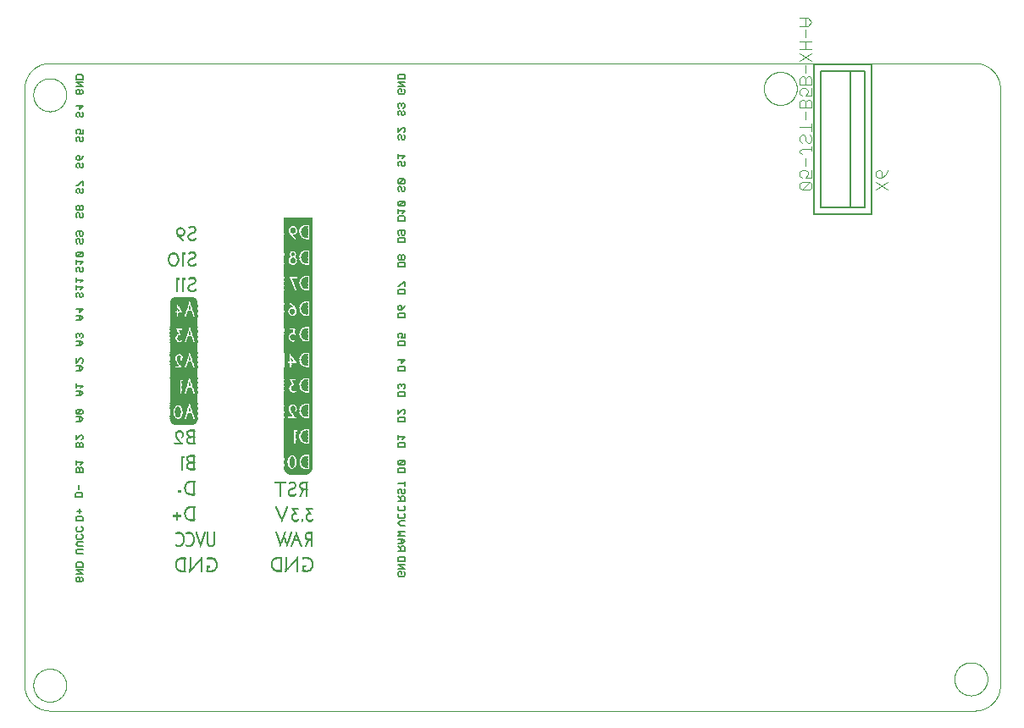
<source format=gbo>
G75*
%MOIN*%
%OFA0B0*%
%FSLAX25Y25*%
%IPPOS*%
%LPD*%
%AMOC8*
5,1,8,0,0,1.08239X$1,22.5*
%
%ADD10C,0.00000*%
%ADD11R,0.00070X0.00070*%
%ADD12R,0.00140X0.00070*%
%ADD13R,0.01050X0.00070*%
%ADD14R,0.01680X0.00070*%
%ADD15R,0.00210X0.00070*%
%ADD16R,0.00630X0.00070*%
%ADD17R,0.01600X0.00070*%
%ADD18R,0.02030X0.00070*%
%ADD19R,0.00280X0.00070*%
%ADD20R,0.02020X0.00070*%
%ADD21R,0.02310X0.00069*%
%ADD22R,0.00350X0.00069*%
%ADD23R,0.00630X0.00069*%
%ADD24R,0.02300X0.00069*%
%ADD25R,0.02450X0.00070*%
%ADD26R,0.00420X0.00070*%
%ADD27R,0.02650X0.00070*%
%ADD28R,0.02590X0.00070*%
%ADD29R,0.00490X0.00070*%
%ADD30R,0.00630X0.00070*%
%ADD31R,0.02930X0.00070*%
%ADD32R,0.02720X0.00070*%
%ADD33R,0.00560X0.00070*%
%ADD34R,0.03070X0.00070*%
%ADD35R,0.02860X0.00070*%
%ADD36R,0.03210X0.00070*%
%ADD37R,0.03000X0.00070*%
%ADD38R,0.00700X0.00070*%
%ADD39R,0.01180X0.00070*%
%ADD40R,0.01540X0.00070*%
%ADD41R,0.00770X0.00070*%
%ADD42R,0.00840X0.00070*%
%ADD43R,0.01190X0.00070*%
%ADD44R,0.01320X0.00070*%
%ADD45R,0.00840X0.00070*%
%ADD46R,0.01110X0.00069*%
%ADD47R,0.00910X0.00069*%
%ADD48R,0.00980X0.00069*%
%ADD49R,0.01040X0.00070*%
%ADD50R,0.00980X0.00070*%
%ADD51R,0.00970X0.00070*%
%ADD52R,0.01050X0.00070*%
%ADD53R,0.00910X0.00070*%
%ADD54R,0.00900X0.00070*%
%ADD55R,0.01120X0.00070*%
%ADD56R,0.00770X0.00070*%
%ADD57R,0.01260X0.00070*%
%ADD58R,0.00770X0.00070*%
%ADD59R,0.00700X0.00069*%
%ADD60R,0.00770X0.00069*%
%ADD61R,0.00700X0.00070*%
%ADD62R,0.00690X0.00070*%
%ADD63R,0.00690X0.00070*%
%ADD64R,0.01460X0.00070*%
%ADD65R,0.00690X0.00069*%
%ADD66R,0.01460X0.00069*%
%ADD67R,0.00760X0.00070*%
%ADD68R,0.00760X0.00070*%
%ADD69R,0.01460X0.00070*%
%ADD70R,0.01390X0.00070*%
%ADD71R,0.01390X0.00070*%
%ADD72R,0.00690X0.00070*%
%ADD73R,0.01320X0.00070*%
%ADD74R,0.01180X0.00070*%
%ADD75R,0.00770X0.00069*%
%ADD76R,0.00560X0.00070*%
%ADD77R,0.00770X0.00070*%
%ADD78R,0.01330X0.00070*%
%ADD79R,0.00840X0.00070*%
%ADD80R,0.01260X0.00070*%
%ADD81R,0.01190X0.00070*%
%ADD82R,0.01120X0.00070*%
%ADD83R,0.00970X0.00069*%
%ADD84R,0.01050X0.00069*%
%ADD85R,0.01040X0.00070*%
%ADD86R,0.00980X0.00070*%
%ADD87R,0.01110X0.00070*%
%ADD88R,0.00910X0.00070*%
%ADD89R,0.00070X0.00070*%
%ADD90R,0.01250X0.00070*%
%ADD91R,0.01390X0.00070*%
%ADD92R,0.00830X0.00070*%
%ADD93R,0.03070X0.00070*%
%ADD94R,0.03070X0.00070*%
%ADD95R,0.00490X0.00070*%
%ADD96R,0.02930X0.00070*%
%ADD97R,0.02590X0.00069*%
%ADD98R,0.00420X0.00069*%
%ADD99R,0.02790X0.00069*%
%ADD100R,0.00350X0.00070*%
%ADD101R,0.02510X0.00070*%
%ADD102R,0.02240X0.00070*%
%ADD103R,0.00350X0.00070*%
%ADD104R,0.02230X0.00070*%
%ADD105R,0.01810X0.00070*%
%ADD106R,0.01610X0.00070*%
%ADD107R,0.00210X0.00070*%
%ADD108R,0.01320X0.00070*%
%ADD109R,0.00140X0.00070*%
%ADD110R,0.00070X0.00070*%
%ADD111R,0.00140X0.00070*%
%ADD112R,0.01400X0.00070*%
%ADD113R,0.00140X0.00070*%
%ADD114R,0.01610X0.00070*%
%ADD115R,0.01880X0.00069*%
%ADD116R,0.01960X0.00069*%
%ADD117R,0.00280X0.00069*%
%ADD118R,0.01820X0.00069*%
%ADD119R,0.02160X0.00070*%
%ADD120R,0.02090X0.00070*%
%ADD121R,0.02300X0.00070*%
%ADD122R,0.02170X0.00070*%
%ADD123R,0.02300X0.00070*%
%ADD124R,0.02370X0.00070*%
%ADD125R,0.02310X0.00070*%
%ADD126R,0.02370X0.00070*%
%ADD127R,0.02370X0.00070*%
%ADD128R,0.00420X0.00070*%
%ADD129R,0.02450X0.00070*%
%ADD130R,0.00410X0.00070*%
%ADD131R,0.00900X0.00070*%
%ADD132R,0.00200X0.00070*%
%ADD133R,0.00840X0.00070*%
%ADD134R,0.00280X0.00070*%
%ADD135R,0.00830X0.00070*%
%ADD136R,0.00060X0.00069*%
%ADD137R,0.00070X0.00069*%
%ADD138R,0.00760X0.00069*%
%ADD139R,0.00490X0.00070*%
%ADD140R,0.00420X0.00070*%
%ADD141R,0.00420X0.00070*%
%ADD142R,0.00560X0.00069*%
%ADD143R,0.00490X0.00069*%
%ADD144R,0.00490X0.00069*%
%ADD145R,0.00420X0.00069*%
%ADD146R,0.00490X0.00070*%
%ADD147R,0.00690X0.00069*%
%ADD148R,0.00130X0.00070*%
%ADD149R,0.00200X0.00070*%
%ADD150R,0.00410X0.00070*%
%ADD151R,0.02370X0.00070*%
%ADD152R,0.02230X0.00070*%
%ADD153R,0.02090X0.00069*%
%ADD154R,0.01880X0.00070*%
%ADD155R,0.01890X0.00070*%
%ADD156R,0.01680X0.00070*%
%ADD157R,0.01330X0.00070*%
%ADD158R,0.01400X0.00070*%
%ADD159R,0.01610X0.00069*%
%ADD160R,0.02730X0.00070*%
%ADD161R,0.02870X0.00070*%
%ADD162R,0.03010X0.00070*%
%ADD163R,0.03080X0.00070*%
%ADD164R,0.01330X0.00069*%
%ADD165R,0.03010X0.00070*%
%ADD166R,0.00620X0.00070*%
%ADD167R,0.03010X0.00069*%
%ADD168R,0.00620X0.00070*%
%ADD169R,0.00620X0.00070*%
%ADD170R,0.00620X0.00070*%
%ADD171R,0.00830X0.00069*%
%ADD172R,0.01120X0.00070*%
%ADD173R,0.01820X0.00070*%
%ADD174R,0.02940X0.00069*%
%ADD175R,0.02800X0.00070*%
%ADD176R,0.02730X0.00070*%
%ADD177R,0.02520X0.00070*%
%ADD178R,0.02380X0.00070*%
%ADD179R,0.02100X0.00070*%
%ADD180R,0.01750X0.00070*%
%ADD181R,0.02030X0.00070*%
%ADD182R,0.02240X0.00070*%
%ADD183R,0.02870X0.00070*%
%ADD184R,0.03080X0.00069*%
%ADD185R,0.01540X0.00070*%
%ADD186R,0.01540X0.00069*%
%ADD187R,0.00690X0.00070*%
%ADD188R,0.00620X0.00069*%
%ADD189R,0.01820X0.00070*%
%ADD190R,0.02940X0.00070*%
%ADD191R,0.02800X0.00070*%
%ADD192R,0.02380X0.00070*%
%ADD193R,0.02100X0.00070*%
%ADD194R,0.01750X0.00070*%
%ADD195R,0.02660X0.00070*%
%ADD196R,0.02940X0.00070*%
%ADD197R,0.01540X0.00070*%
%ADD198R,0.01120X0.00070*%
%ADD199R,0.02660X0.00070*%
%ADD200R,0.02450X0.00069*%
%ADD201R,0.01190X0.00070*%
%ADD202R,0.01190X0.00070*%
%ADD203R,0.01190X0.00069*%
%ADD204R,0.01400X0.00069*%
%ADD205R,0.02310X0.00070*%
%ADD206R,0.01960X0.00070*%
%ADD207R,0.03570X0.00070*%
%ADD208R,0.03500X0.00070*%
%ADD209R,0.03430X0.00070*%
%ADD210R,0.02520X0.00070*%
%ADD211R,0.03360X0.00070*%
%ADD212R,0.03290X0.00070*%
%ADD213R,0.03220X0.00070*%
%ADD214R,0.03150X0.00069*%
%ADD215R,0.00840X0.00069*%
%ADD216R,0.02170X0.00070*%
%ADD217R,0.02030X0.00069*%
%ADD218R,0.01470X0.00070*%
%ADD219R,0.06640X0.00070*%
%ADD220R,0.07200X0.00070*%
%ADD221R,0.07690X0.00070*%
%ADD222R,0.07970X0.00070*%
%ADD223R,0.08250X0.00070*%
%ADD224R,0.08530X0.00070*%
%ADD225R,0.08740X0.00069*%
%ADD226R,0.08880X0.00070*%
%ADD227R,0.09090X0.00070*%
%ADD228R,0.09230X0.00070*%
%ADD229R,0.09370X0.00070*%
%ADD230R,0.09510X0.00070*%
%ADD231R,0.09650X0.00070*%
%ADD232R,0.09720X0.00070*%
%ADD233R,0.09860X0.00070*%
%ADD234R,0.10000X0.00069*%
%ADD235R,0.10060X0.00070*%
%ADD236R,0.10130X0.00070*%
%ADD237R,0.10200X0.00070*%
%ADD238R,0.10270X0.00070*%
%ADD239R,0.10340X0.00070*%
%ADD240R,0.10410X0.00070*%
%ADD241R,0.10480X0.00070*%
%ADD242R,0.10480X0.00069*%
%ADD243R,0.10550X0.00070*%
%ADD244R,0.10620X0.00070*%
%ADD245R,0.10690X0.00070*%
%ADD246R,0.10690X0.00070*%
%ADD247R,0.10760X0.00070*%
%ADD248R,0.10760X0.00070*%
%ADD249R,0.02930X0.00069*%
%ADD250R,0.07270X0.00069*%
%ADD251R,0.02720X0.00070*%
%ADD252R,0.01890X0.00070*%
%ADD253R,0.02580X0.00070*%
%ADD254R,0.02870X0.00070*%
%ADD255R,0.02440X0.00070*%
%ADD256R,0.02160X0.00070*%
%ADD257R,0.01470X0.00070*%
%ADD258R,0.01190X0.00069*%
%ADD259R,0.02590X0.00070*%
%ADD260R,0.01950X0.00070*%
%ADD261R,0.01880X0.00070*%
%ADD262R,0.01810X0.00070*%
%ADD263R,0.01740X0.00070*%
%ADD264R,0.01740X0.00069*%
%ADD265R,0.01260X0.00069*%
%ADD266R,0.02240X0.00069*%
%ADD267R,0.01670X0.00070*%
%ADD268R,0.01670X0.00070*%
%ADD269R,0.01600X0.00070*%
%ADD270R,0.01470X0.00070*%
%ADD271R,0.01530X0.00070*%
%ADD272R,0.01890X0.00070*%
%ADD273R,0.01960X0.00070*%
%ADD274R,0.01530X0.00070*%
%ADD275R,0.01820X0.00069*%
%ADD276R,0.01390X0.00070*%
%ADD277R,0.01320X0.00070*%
%ADD278R,0.01390X0.00069*%
%ADD279R,0.01320X0.00069*%
%ADD280R,0.01470X0.00069*%
%ADD281R,0.01750X0.00069*%
%ADD282R,0.01820X0.00070*%
%ADD283R,0.01820X0.00070*%
%ADD284R,0.02380X0.00069*%
%ADD285R,0.01530X0.00069*%
%ADD286R,0.02170X0.00070*%
%ADD287R,0.01810X0.00069*%
%ADD288R,0.02170X0.00069*%
%ADD289R,0.01950X0.00070*%
%ADD290R,0.02020X0.00070*%
%ADD291R,0.01890X0.00069*%
%ADD292R,0.02020X0.00069*%
%ADD293R,0.02440X0.00070*%
%ADD294R,0.01740X0.00070*%
%ADD295R,0.02510X0.00070*%
%ADD296R,0.02510X0.00069*%
%ADD297R,0.02650X0.00070*%
%ADD298R,0.02860X0.00070*%
%ADD299R,0.02090X0.00070*%
%ADD300R,0.02230X0.00069*%
%ADD301R,0.03140X0.00069*%
%ADD302R,0.02730X0.00069*%
%ADD303R,0.03210X0.00070*%
%ADD304R,0.03420X0.00070*%
%ADD305R,0.03560X0.00070*%
%ADD306R,0.03700X0.00070*%
%ADD307R,0.03980X0.00070*%
%ADD308R,0.07470X0.00070*%
%ADD309R,0.07540X0.00070*%
%ADD310R,0.07540X0.00069*%
%ADD311R,0.07540X0.00070*%
%ADD312R,0.07610X0.00070*%
%ADD313R,0.07610X0.00070*%
%ADD314R,0.07680X0.00070*%
%ADD315R,0.03080X0.00070*%
%ADD316R,0.10830X0.00070*%
%ADD317R,0.10830X0.00069*%
%ADD318R,0.10830X0.00070*%
%ADD319R,0.03980X0.00070*%
%ADD320R,0.02870X0.00070*%
%ADD321R,0.03980X0.00069*%
%ADD322R,0.01120X0.00069*%
%ADD323R,0.02660X0.00069*%
%ADD324R,0.01890X0.00069*%
%ADD325R,0.01670X0.00070*%
%ADD326R,0.01670X0.00070*%
%ADD327R,0.01950X0.00069*%
%ADD328R,0.02020X0.00070*%
%ADD329R,0.02020X0.00070*%
%ADD330R,0.02170X0.00070*%
%ADD331R,0.02440X0.00070*%
%ADD332R,0.00070X0.00070*%
%ADD333R,0.02520X0.00069*%
%ADD334R,0.07470X0.00070*%
%ADD335R,0.07680X0.00070*%
%ADD336R,0.03350X0.00070*%
%ADD337R,0.03350X0.00070*%
%ADD338R,0.03280X0.00069*%
%ADD339R,0.03140X0.00070*%
%ADD340R,0.03000X0.00070*%
%ADD341R,0.02790X0.00070*%
%ADD342R,0.02520X0.00070*%
%ADD343R,0.02790X0.00070*%
%ADD344R,0.02720X0.00070*%
%ADD345R,0.02580X0.00069*%
%ADD346R,0.01680X0.00069*%
%ADD347R,0.02580X0.00070*%
%ADD348R,0.01470X0.00070*%
%ADD349R,0.03280X0.00070*%
%ADD350R,0.02160X0.00069*%
%ADD351R,0.02100X0.00069*%
%ADD352R,0.01120X0.00069*%
%ADD353R,0.02790X0.00069*%
%ADD354R,0.03630X0.00070*%
%ADD355R,0.07470X0.00069*%
%ADD356R,0.03490X0.00070*%
%ADD357R,0.06780X0.00070*%
%ADD358R,0.03280X0.00070*%
%ADD359R,0.03140X0.00070*%
%ADD360R,0.02860X0.00069*%
%ADD361R,0.02440X0.00069*%
%ADD362R,0.03150X0.00070*%
%ADD363R,0.01470X0.00069*%
%ADD364R,0.03220X0.00070*%
%ADD365R,0.03220X0.00070*%
%ADD366R,0.03290X0.00070*%
%ADD367R,0.03290X0.00070*%
%ADD368R,0.03290X0.00070*%
%ADD369R,0.03350X0.00069*%
%ADD370R,0.03210X0.00069*%
%ADD371R,0.02650X0.00069*%
%ADD372R,0.03070X0.00069*%
%ADD373R,0.03420X0.00070*%
%ADD374R,0.03560X0.00070*%
%ADD375R,0.03560X0.00069*%
%ADD376R,0.03700X0.00070*%
%ADD377R,0.03840X0.00070*%
%ADD378R,0.02720X0.00070*%
%ADD379R,0.02870X0.00069*%
%ADD380R,0.07680X0.00069*%
%ADD381R,0.02520X0.00069*%
%ADD382R,0.02800X0.00069*%
%ADD383R,0.00070X0.00069*%
%ADD384R,0.03700X0.00069*%
%ADD385R,0.03770X0.00070*%
%ADD386R,0.03910X0.00070*%
%ADD387R,0.03910X0.00070*%
%ADD388R,0.04120X0.00070*%
%ADD389R,0.04190X0.00070*%
%ADD390R,0.04260X0.00070*%
%ADD391R,0.04330X0.00069*%
%ADD392R,0.04400X0.00070*%
%ADD393R,0.04470X0.00070*%
%ADD394R,0.04540X0.00070*%
%ADD395R,0.04540X0.00070*%
%ADD396R,0.04680X0.00070*%
%ADD397R,0.04750X0.00070*%
%ADD398R,0.04750X0.00070*%
%ADD399R,0.04890X0.00069*%
%ADD400R,0.07470X0.00070*%
%ADD401R,0.07470X0.00070*%
%ADD402R,0.02870X0.00069*%
%ADD403R,0.10410X0.00070*%
%ADD404R,0.10340X0.00070*%
%ADD405R,0.10000X0.00070*%
%ADD406R,0.09930X0.00070*%
%ADD407R,0.09790X0.00069*%
%ADD408R,0.09720X0.00070*%
%ADD409R,0.09580X0.00070*%
%ADD410R,0.09440X0.00070*%
%ADD411R,0.09300X0.00070*%
%ADD412R,0.09160X0.00070*%
%ADD413R,0.09020X0.00070*%
%ADD414R,0.08810X0.00070*%
%ADD415R,0.08670X0.00069*%
%ADD416R,0.08390X0.00070*%
%ADD417R,0.08180X0.00070*%
%ADD418R,0.07900X0.00070*%
%ADD419R,0.07480X0.00070*%
%ADD420R,0.07060X0.00070*%
%ADD421R,0.06080X0.00070*%
%ADD422R,0.00840X0.00069*%
%ADD423R,0.02520X0.00070*%
%ADD424R,0.01040X0.00070*%
%ADD425R,0.01110X0.00070*%
%ADD426R,0.00970X0.00070*%
%ADD427R,0.00970X0.00070*%
%ADD428R,0.00970X0.00070*%
%ADD429R,0.01040X0.00070*%
%ADD430R,0.00550X0.00070*%
%ADD431R,0.00480X0.00070*%
%ADD432R,0.00140X0.00069*%
%ADD433R,0.00140X0.00069*%
%ADD434R,0.00550X0.00069*%
%ADD435R,0.00550X0.00070*%
%ADD436R,0.00480X0.00070*%
%ADD437R,0.00480X0.00069*%
%ADD438R,0.00620X0.00069*%
%ADD439R,0.02590X0.00070*%
%ADD440R,0.01040X0.00069*%
%ADD441R,0.04620X0.00070*%
%ADD442R,0.04620X0.00070*%
%ADD443R,0.02590X0.00070*%
%ADD444R,0.04620X0.00069*%
%ADD445R,0.06710X0.00070*%
%ADD446R,0.07130X0.00070*%
%ADD447R,0.07550X0.00070*%
%ADD448R,0.08110X0.00070*%
%ADD449R,0.08390X0.00070*%
%ADD450R,0.08670X0.00070*%
%ADD451R,0.08810X0.00069*%
%ADD452R,0.09230X0.00070*%
%ADD453R,0.09370X0.00070*%
%ADD454R,0.09650X0.00070*%
%ADD455R,0.09790X0.00070*%
%ADD456R,0.09930X0.00070*%
%ADD457R,0.10070X0.00070*%
%ADD458R,0.10210X0.00070*%
%ADD459R,0.10350X0.00070*%
%ADD460R,0.10350X0.00070*%
%ADD461R,0.10490X0.00070*%
%ADD462R,0.10490X0.00070*%
%ADD463R,0.10630X0.00070*%
%ADD464R,0.10630X0.00069*%
%ADD465R,0.10770X0.00070*%
%ADD466R,0.10770X0.00070*%
%ADD467R,0.10840X0.00070*%
%ADD468R,0.08460X0.00070*%
%ADD469R,0.04330X0.00070*%
%ADD470R,0.04050X0.00070*%
%ADD471R,0.01600X0.00069*%
%ADD472R,0.02170X0.00069*%
%ADD473R,0.01250X0.00070*%
%ADD474R,0.01180X0.00069*%
%ADD475R,0.03770X0.00070*%
%ADD476R,0.04190X0.00069*%
%ADD477R,0.07690X0.00070*%
%ADD478R,0.08180X0.00070*%
%ADD479R,0.11190X0.00070*%
%ADD480R,0.11190X0.00070*%
%ADD481R,0.11190X0.00069*%
%ADD482R,0.03920X0.00070*%
%ADD483R,0.03920X0.00070*%
%ADD484R,0.03920X0.00069*%
%ADD485R,0.01670X0.00069*%
%ADD486R,0.01320X0.00069*%
%ADD487R,0.07270X0.00070*%
%ADD488R,0.07340X0.00069*%
%ADD489R,0.07550X0.00070*%
%ADD490R,0.07900X0.00070*%
%ADD491R,0.03290X0.00069*%
%ADD492R,0.00970X0.00069*%
%ADD493R,0.03070X0.00070*%
%ADD494R,0.03420X0.00069*%
%ADD495R,0.07340X0.00070*%
%ADD496R,0.07690X0.00070*%
%ADD497R,0.03430X0.00070*%
%ADD498R,0.07270X0.00070*%
%ADD499R,0.03150X0.00070*%
%ADD500R,0.04400X0.00070*%
%ADD501R,0.02020X0.00069*%
%ADD502R,0.02090X0.00070*%
%ADD503R,0.03630X0.00070*%
%ADD504R,0.03630X0.00069*%
%ADD505R,0.03490X0.00070*%
%ADD506R,0.03490X0.00069*%
%ADD507R,0.02790X0.00070*%
%ADD508R,0.05660X0.00070*%
%ADD509R,0.05170X0.00069*%
%ADD510R,0.04890X0.00070*%
%ADD511R,0.04470X0.00070*%
%ADD512R,0.04330X0.00070*%
%ADD513R,0.04190X0.00070*%
%ADD514R,0.04120X0.00070*%
%ADD515R,0.03910X0.00069*%
%ADD516R,0.02370X0.00069*%
%ADD517R,0.03420X0.00070*%
%ADD518R,0.04050X0.00070*%
%ADD519R,0.04120X0.00070*%
%ADD520R,0.04610X0.00069*%
%ADD521R,0.04960X0.00070*%
%ADD522R,0.07340X0.00070*%
%ADD523R,0.03840X0.00070*%
%ADD524R,0.03840X0.00069*%
%ADD525R,0.03840X0.00070*%
%ADD526R,0.03770X0.00070*%
%ADD527R,0.03840X0.00070*%
%ADD528R,0.03770X0.00069*%
%ADD529R,0.01670X0.00069*%
%ADD530R,0.03570X0.00070*%
%ADD531R,0.03570X0.00070*%
%ADD532R,0.03570X0.00069*%
%ADD533R,0.07270X0.00070*%
%ADD534R,0.08180X0.00069*%
%ADD535R,0.07620X0.00069*%
%ADD536R,0.03420X0.00070*%
%ADD537R,0.01890X0.00070*%
%ADD538R,0.03070X0.00069*%
%ADD539R,0.03490X0.00070*%
%ADD540R,0.04610X0.00070*%
%ADD541R,0.07130X0.00070*%
%ADD542R,0.04270X0.00070*%
%ADD543R,0.04270X0.00070*%
%ADD544R,0.04200X0.00070*%
%ADD545R,0.04200X0.00070*%
%ADD546R,0.04130X0.00070*%
%ADD547R,0.04130X0.00070*%
%ADD548R,0.04130X0.00069*%
%ADD549R,0.04060X0.00070*%
%ADD550R,0.04060X0.00070*%
%ADD551R,0.03990X0.00070*%
%ADD552R,0.03990X0.00070*%
%ADD553R,0.03850X0.00069*%
%ADD554R,0.03850X0.00070*%
%ADD555R,0.03780X0.00070*%
%ADD556R,0.03780X0.00070*%
%ADD557R,0.03710X0.00070*%
%ADD558R,0.03710X0.00070*%
%ADD559R,0.03640X0.00070*%
%ADD560R,0.01740X0.00070*%
%ADD561R,0.03640X0.00070*%
%ADD562R,0.01740X0.00070*%
%ADD563R,0.03500X0.00070*%
%ADD564R,0.03360X0.00069*%
%ADD565R,0.03360X0.00070*%
%ADD566R,0.07900X0.00069*%
%ADD567R,0.04610X0.00070*%
%ADD568R,0.00900X0.00069*%
%ADD569R,0.02090X0.00070*%
%ADD570R,0.03490X0.00070*%
%ADD571R,0.07690X0.00069*%
%ADD572R,0.04340X0.00070*%
%ADD573R,0.06780X0.00070*%
%ADD574R,0.03850X0.00070*%
%ADD575R,0.03780X0.00069*%
%ADD576R,0.02440X0.00070*%
%ADD577R,0.02790X0.00070*%
%ADD578R,0.01540X0.00070*%
%ADD579R,0.07550X0.00069*%
%ADD580C,0.00500*%
%ADD581C,0.00400*%
D10*
X0031333Y0040150D02*
X0031333Y0275150D01*
X0031336Y0275392D01*
X0031345Y0275633D01*
X0031359Y0275874D01*
X0031380Y0276115D01*
X0031406Y0276355D01*
X0031438Y0276595D01*
X0031476Y0276834D01*
X0031519Y0277071D01*
X0031569Y0277308D01*
X0031624Y0277543D01*
X0031684Y0277777D01*
X0031751Y0278009D01*
X0031822Y0278240D01*
X0031900Y0278469D01*
X0031983Y0278696D01*
X0032071Y0278921D01*
X0032165Y0279144D01*
X0032264Y0279364D01*
X0032369Y0279582D01*
X0032478Y0279797D01*
X0032593Y0280010D01*
X0032713Y0280220D01*
X0032838Y0280426D01*
X0032968Y0280630D01*
X0033103Y0280831D01*
X0033243Y0281028D01*
X0033387Y0281222D01*
X0033536Y0281412D01*
X0033690Y0281598D01*
X0033848Y0281781D01*
X0034010Y0281960D01*
X0034177Y0282135D01*
X0034348Y0282306D01*
X0034523Y0282473D01*
X0034702Y0282635D01*
X0034885Y0282793D01*
X0035071Y0282947D01*
X0035261Y0283096D01*
X0035455Y0283240D01*
X0035652Y0283380D01*
X0035853Y0283515D01*
X0036057Y0283645D01*
X0036263Y0283770D01*
X0036473Y0283890D01*
X0036686Y0284005D01*
X0036901Y0284114D01*
X0037119Y0284219D01*
X0037339Y0284318D01*
X0037562Y0284412D01*
X0037787Y0284500D01*
X0038014Y0284583D01*
X0038243Y0284661D01*
X0038474Y0284732D01*
X0038706Y0284799D01*
X0038940Y0284859D01*
X0039175Y0284914D01*
X0039412Y0284964D01*
X0039649Y0285007D01*
X0039888Y0285045D01*
X0040128Y0285077D01*
X0040368Y0285103D01*
X0040609Y0285124D01*
X0040850Y0285138D01*
X0041091Y0285147D01*
X0041333Y0285150D01*
X0405333Y0285150D01*
X0405575Y0285147D01*
X0405816Y0285138D01*
X0406057Y0285124D01*
X0406298Y0285103D01*
X0406538Y0285077D01*
X0406778Y0285045D01*
X0407017Y0285007D01*
X0407254Y0284964D01*
X0407491Y0284914D01*
X0407726Y0284859D01*
X0407960Y0284799D01*
X0408192Y0284732D01*
X0408423Y0284661D01*
X0408652Y0284583D01*
X0408879Y0284500D01*
X0409104Y0284412D01*
X0409327Y0284318D01*
X0409547Y0284219D01*
X0409765Y0284114D01*
X0409980Y0284005D01*
X0410193Y0283890D01*
X0410403Y0283770D01*
X0410609Y0283645D01*
X0410813Y0283515D01*
X0411014Y0283380D01*
X0411211Y0283240D01*
X0411405Y0283096D01*
X0411595Y0282947D01*
X0411781Y0282793D01*
X0411964Y0282635D01*
X0412143Y0282473D01*
X0412318Y0282306D01*
X0412489Y0282135D01*
X0412656Y0281960D01*
X0412818Y0281781D01*
X0412976Y0281598D01*
X0413130Y0281412D01*
X0413279Y0281222D01*
X0413423Y0281028D01*
X0413563Y0280831D01*
X0413698Y0280630D01*
X0413828Y0280426D01*
X0413953Y0280220D01*
X0414073Y0280010D01*
X0414188Y0279797D01*
X0414297Y0279582D01*
X0414402Y0279364D01*
X0414501Y0279144D01*
X0414595Y0278921D01*
X0414683Y0278696D01*
X0414766Y0278469D01*
X0414844Y0278240D01*
X0414915Y0278009D01*
X0414982Y0277777D01*
X0415042Y0277543D01*
X0415097Y0277308D01*
X0415147Y0277071D01*
X0415190Y0276834D01*
X0415228Y0276595D01*
X0415260Y0276355D01*
X0415286Y0276115D01*
X0415307Y0275874D01*
X0415321Y0275633D01*
X0415330Y0275392D01*
X0415333Y0275150D01*
X0415333Y0040150D01*
X0415330Y0039908D01*
X0415321Y0039667D01*
X0415307Y0039426D01*
X0415286Y0039185D01*
X0415260Y0038945D01*
X0415228Y0038705D01*
X0415190Y0038466D01*
X0415147Y0038229D01*
X0415097Y0037992D01*
X0415042Y0037757D01*
X0414982Y0037523D01*
X0414915Y0037291D01*
X0414844Y0037060D01*
X0414766Y0036831D01*
X0414683Y0036604D01*
X0414595Y0036379D01*
X0414501Y0036156D01*
X0414402Y0035936D01*
X0414297Y0035718D01*
X0414188Y0035503D01*
X0414073Y0035290D01*
X0413953Y0035080D01*
X0413828Y0034874D01*
X0413698Y0034670D01*
X0413563Y0034469D01*
X0413423Y0034272D01*
X0413279Y0034078D01*
X0413130Y0033888D01*
X0412976Y0033702D01*
X0412818Y0033519D01*
X0412656Y0033340D01*
X0412489Y0033165D01*
X0412318Y0032994D01*
X0412143Y0032827D01*
X0411964Y0032665D01*
X0411781Y0032507D01*
X0411595Y0032353D01*
X0411405Y0032204D01*
X0411211Y0032060D01*
X0411014Y0031920D01*
X0410813Y0031785D01*
X0410609Y0031655D01*
X0410403Y0031530D01*
X0410193Y0031410D01*
X0409980Y0031295D01*
X0409765Y0031186D01*
X0409547Y0031081D01*
X0409327Y0030982D01*
X0409104Y0030888D01*
X0408879Y0030800D01*
X0408652Y0030717D01*
X0408423Y0030639D01*
X0408192Y0030568D01*
X0407960Y0030501D01*
X0407726Y0030441D01*
X0407491Y0030386D01*
X0407254Y0030336D01*
X0407017Y0030293D01*
X0406778Y0030255D01*
X0406538Y0030223D01*
X0406298Y0030197D01*
X0406057Y0030176D01*
X0405816Y0030162D01*
X0405575Y0030153D01*
X0405333Y0030150D01*
X0041333Y0030150D01*
X0034833Y0040150D02*
X0034835Y0040311D01*
X0034841Y0040471D01*
X0034851Y0040632D01*
X0034865Y0040792D01*
X0034883Y0040952D01*
X0034904Y0041111D01*
X0034930Y0041270D01*
X0034960Y0041428D01*
X0034993Y0041585D01*
X0035031Y0041742D01*
X0035072Y0041897D01*
X0035117Y0042051D01*
X0035166Y0042204D01*
X0035219Y0042356D01*
X0035275Y0042507D01*
X0035336Y0042656D01*
X0035399Y0042804D01*
X0035467Y0042950D01*
X0035538Y0043094D01*
X0035612Y0043236D01*
X0035690Y0043377D01*
X0035772Y0043515D01*
X0035857Y0043652D01*
X0035945Y0043786D01*
X0036037Y0043918D01*
X0036132Y0044048D01*
X0036230Y0044176D01*
X0036331Y0044301D01*
X0036435Y0044423D01*
X0036542Y0044543D01*
X0036652Y0044660D01*
X0036765Y0044775D01*
X0036881Y0044886D01*
X0037000Y0044995D01*
X0037121Y0045100D01*
X0037245Y0045203D01*
X0037371Y0045303D01*
X0037499Y0045399D01*
X0037630Y0045492D01*
X0037764Y0045582D01*
X0037899Y0045669D01*
X0038037Y0045752D01*
X0038176Y0045832D01*
X0038318Y0045908D01*
X0038461Y0045981D01*
X0038606Y0046050D01*
X0038753Y0046116D01*
X0038901Y0046178D01*
X0039051Y0046236D01*
X0039202Y0046291D01*
X0039355Y0046342D01*
X0039509Y0046389D01*
X0039664Y0046432D01*
X0039820Y0046471D01*
X0039976Y0046507D01*
X0040134Y0046538D01*
X0040292Y0046566D01*
X0040451Y0046590D01*
X0040611Y0046610D01*
X0040771Y0046626D01*
X0040931Y0046638D01*
X0041092Y0046646D01*
X0041253Y0046650D01*
X0041413Y0046650D01*
X0041574Y0046646D01*
X0041735Y0046638D01*
X0041895Y0046626D01*
X0042055Y0046610D01*
X0042215Y0046590D01*
X0042374Y0046566D01*
X0042532Y0046538D01*
X0042690Y0046507D01*
X0042846Y0046471D01*
X0043002Y0046432D01*
X0043157Y0046389D01*
X0043311Y0046342D01*
X0043464Y0046291D01*
X0043615Y0046236D01*
X0043765Y0046178D01*
X0043913Y0046116D01*
X0044060Y0046050D01*
X0044205Y0045981D01*
X0044348Y0045908D01*
X0044490Y0045832D01*
X0044629Y0045752D01*
X0044767Y0045669D01*
X0044902Y0045582D01*
X0045036Y0045492D01*
X0045167Y0045399D01*
X0045295Y0045303D01*
X0045421Y0045203D01*
X0045545Y0045100D01*
X0045666Y0044995D01*
X0045785Y0044886D01*
X0045901Y0044775D01*
X0046014Y0044660D01*
X0046124Y0044543D01*
X0046231Y0044423D01*
X0046335Y0044301D01*
X0046436Y0044176D01*
X0046534Y0044048D01*
X0046629Y0043918D01*
X0046721Y0043786D01*
X0046809Y0043652D01*
X0046894Y0043515D01*
X0046976Y0043377D01*
X0047054Y0043236D01*
X0047128Y0043094D01*
X0047199Y0042950D01*
X0047267Y0042804D01*
X0047330Y0042656D01*
X0047391Y0042507D01*
X0047447Y0042356D01*
X0047500Y0042204D01*
X0047549Y0042051D01*
X0047594Y0041897D01*
X0047635Y0041742D01*
X0047673Y0041585D01*
X0047706Y0041428D01*
X0047736Y0041270D01*
X0047762Y0041111D01*
X0047783Y0040952D01*
X0047801Y0040792D01*
X0047815Y0040632D01*
X0047825Y0040471D01*
X0047831Y0040311D01*
X0047833Y0040150D01*
X0047831Y0039989D01*
X0047825Y0039829D01*
X0047815Y0039668D01*
X0047801Y0039508D01*
X0047783Y0039348D01*
X0047762Y0039189D01*
X0047736Y0039030D01*
X0047706Y0038872D01*
X0047673Y0038715D01*
X0047635Y0038558D01*
X0047594Y0038403D01*
X0047549Y0038249D01*
X0047500Y0038096D01*
X0047447Y0037944D01*
X0047391Y0037793D01*
X0047330Y0037644D01*
X0047267Y0037496D01*
X0047199Y0037350D01*
X0047128Y0037206D01*
X0047054Y0037064D01*
X0046976Y0036923D01*
X0046894Y0036785D01*
X0046809Y0036648D01*
X0046721Y0036514D01*
X0046629Y0036382D01*
X0046534Y0036252D01*
X0046436Y0036124D01*
X0046335Y0035999D01*
X0046231Y0035877D01*
X0046124Y0035757D01*
X0046014Y0035640D01*
X0045901Y0035525D01*
X0045785Y0035414D01*
X0045666Y0035305D01*
X0045545Y0035200D01*
X0045421Y0035097D01*
X0045295Y0034997D01*
X0045167Y0034901D01*
X0045036Y0034808D01*
X0044902Y0034718D01*
X0044767Y0034631D01*
X0044629Y0034548D01*
X0044490Y0034468D01*
X0044348Y0034392D01*
X0044205Y0034319D01*
X0044060Y0034250D01*
X0043913Y0034184D01*
X0043765Y0034122D01*
X0043615Y0034064D01*
X0043464Y0034009D01*
X0043311Y0033958D01*
X0043157Y0033911D01*
X0043002Y0033868D01*
X0042846Y0033829D01*
X0042690Y0033793D01*
X0042532Y0033762D01*
X0042374Y0033734D01*
X0042215Y0033710D01*
X0042055Y0033690D01*
X0041895Y0033674D01*
X0041735Y0033662D01*
X0041574Y0033654D01*
X0041413Y0033650D01*
X0041253Y0033650D01*
X0041092Y0033654D01*
X0040931Y0033662D01*
X0040771Y0033674D01*
X0040611Y0033690D01*
X0040451Y0033710D01*
X0040292Y0033734D01*
X0040134Y0033762D01*
X0039976Y0033793D01*
X0039820Y0033829D01*
X0039664Y0033868D01*
X0039509Y0033911D01*
X0039355Y0033958D01*
X0039202Y0034009D01*
X0039051Y0034064D01*
X0038901Y0034122D01*
X0038753Y0034184D01*
X0038606Y0034250D01*
X0038461Y0034319D01*
X0038318Y0034392D01*
X0038176Y0034468D01*
X0038037Y0034548D01*
X0037899Y0034631D01*
X0037764Y0034718D01*
X0037630Y0034808D01*
X0037499Y0034901D01*
X0037371Y0034997D01*
X0037245Y0035097D01*
X0037121Y0035200D01*
X0037000Y0035305D01*
X0036881Y0035414D01*
X0036765Y0035525D01*
X0036652Y0035640D01*
X0036542Y0035757D01*
X0036435Y0035877D01*
X0036331Y0035999D01*
X0036230Y0036124D01*
X0036132Y0036252D01*
X0036037Y0036382D01*
X0035945Y0036514D01*
X0035857Y0036648D01*
X0035772Y0036785D01*
X0035690Y0036923D01*
X0035612Y0037064D01*
X0035538Y0037206D01*
X0035467Y0037350D01*
X0035399Y0037496D01*
X0035336Y0037644D01*
X0035275Y0037793D01*
X0035219Y0037944D01*
X0035166Y0038096D01*
X0035117Y0038249D01*
X0035072Y0038403D01*
X0035031Y0038558D01*
X0034993Y0038715D01*
X0034960Y0038872D01*
X0034930Y0039030D01*
X0034904Y0039189D01*
X0034883Y0039348D01*
X0034865Y0039508D01*
X0034851Y0039668D01*
X0034841Y0039829D01*
X0034835Y0039989D01*
X0034833Y0040150D01*
X0031333Y0040150D02*
X0031336Y0039908D01*
X0031345Y0039667D01*
X0031359Y0039426D01*
X0031380Y0039185D01*
X0031406Y0038945D01*
X0031438Y0038705D01*
X0031476Y0038466D01*
X0031519Y0038229D01*
X0031569Y0037992D01*
X0031624Y0037757D01*
X0031684Y0037523D01*
X0031751Y0037291D01*
X0031822Y0037060D01*
X0031900Y0036831D01*
X0031983Y0036604D01*
X0032071Y0036379D01*
X0032165Y0036156D01*
X0032264Y0035936D01*
X0032369Y0035718D01*
X0032478Y0035503D01*
X0032593Y0035290D01*
X0032713Y0035080D01*
X0032838Y0034874D01*
X0032968Y0034670D01*
X0033103Y0034469D01*
X0033243Y0034272D01*
X0033387Y0034078D01*
X0033536Y0033888D01*
X0033690Y0033702D01*
X0033848Y0033519D01*
X0034010Y0033340D01*
X0034177Y0033165D01*
X0034348Y0032994D01*
X0034523Y0032827D01*
X0034702Y0032665D01*
X0034885Y0032507D01*
X0035071Y0032353D01*
X0035261Y0032204D01*
X0035455Y0032060D01*
X0035652Y0031920D01*
X0035853Y0031785D01*
X0036057Y0031655D01*
X0036263Y0031530D01*
X0036473Y0031410D01*
X0036686Y0031295D01*
X0036901Y0031186D01*
X0037119Y0031081D01*
X0037339Y0030982D01*
X0037562Y0030888D01*
X0037787Y0030800D01*
X0038014Y0030717D01*
X0038243Y0030639D01*
X0038474Y0030568D01*
X0038706Y0030501D01*
X0038940Y0030441D01*
X0039175Y0030386D01*
X0039412Y0030336D01*
X0039649Y0030293D01*
X0039888Y0030255D01*
X0040128Y0030223D01*
X0040368Y0030197D01*
X0040609Y0030176D01*
X0040850Y0030162D01*
X0041091Y0030153D01*
X0041333Y0030150D01*
X0034833Y0272650D02*
X0034835Y0272811D01*
X0034841Y0272971D01*
X0034851Y0273132D01*
X0034865Y0273292D01*
X0034883Y0273452D01*
X0034904Y0273611D01*
X0034930Y0273770D01*
X0034960Y0273928D01*
X0034993Y0274085D01*
X0035031Y0274242D01*
X0035072Y0274397D01*
X0035117Y0274551D01*
X0035166Y0274704D01*
X0035219Y0274856D01*
X0035275Y0275007D01*
X0035336Y0275156D01*
X0035399Y0275304D01*
X0035467Y0275450D01*
X0035538Y0275594D01*
X0035612Y0275736D01*
X0035690Y0275877D01*
X0035772Y0276015D01*
X0035857Y0276152D01*
X0035945Y0276286D01*
X0036037Y0276418D01*
X0036132Y0276548D01*
X0036230Y0276676D01*
X0036331Y0276801D01*
X0036435Y0276923D01*
X0036542Y0277043D01*
X0036652Y0277160D01*
X0036765Y0277275D01*
X0036881Y0277386D01*
X0037000Y0277495D01*
X0037121Y0277600D01*
X0037245Y0277703D01*
X0037371Y0277803D01*
X0037499Y0277899D01*
X0037630Y0277992D01*
X0037764Y0278082D01*
X0037899Y0278169D01*
X0038037Y0278252D01*
X0038176Y0278332D01*
X0038318Y0278408D01*
X0038461Y0278481D01*
X0038606Y0278550D01*
X0038753Y0278616D01*
X0038901Y0278678D01*
X0039051Y0278736D01*
X0039202Y0278791D01*
X0039355Y0278842D01*
X0039509Y0278889D01*
X0039664Y0278932D01*
X0039820Y0278971D01*
X0039976Y0279007D01*
X0040134Y0279038D01*
X0040292Y0279066D01*
X0040451Y0279090D01*
X0040611Y0279110D01*
X0040771Y0279126D01*
X0040931Y0279138D01*
X0041092Y0279146D01*
X0041253Y0279150D01*
X0041413Y0279150D01*
X0041574Y0279146D01*
X0041735Y0279138D01*
X0041895Y0279126D01*
X0042055Y0279110D01*
X0042215Y0279090D01*
X0042374Y0279066D01*
X0042532Y0279038D01*
X0042690Y0279007D01*
X0042846Y0278971D01*
X0043002Y0278932D01*
X0043157Y0278889D01*
X0043311Y0278842D01*
X0043464Y0278791D01*
X0043615Y0278736D01*
X0043765Y0278678D01*
X0043913Y0278616D01*
X0044060Y0278550D01*
X0044205Y0278481D01*
X0044348Y0278408D01*
X0044490Y0278332D01*
X0044629Y0278252D01*
X0044767Y0278169D01*
X0044902Y0278082D01*
X0045036Y0277992D01*
X0045167Y0277899D01*
X0045295Y0277803D01*
X0045421Y0277703D01*
X0045545Y0277600D01*
X0045666Y0277495D01*
X0045785Y0277386D01*
X0045901Y0277275D01*
X0046014Y0277160D01*
X0046124Y0277043D01*
X0046231Y0276923D01*
X0046335Y0276801D01*
X0046436Y0276676D01*
X0046534Y0276548D01*
X0046629Y0276418D01*
X0046721Y0276286D01*
X0046809Y0276152D01*
X0046894Y0276015D01*
X0046976Y0275877D01*
X0047054Y0275736D01*
X0047128Y0275594D01*
X0047199Y0275450D01*
X0047267Y0275304D01*
X0047330Y0275156D01*
X0047391Y0275007D01*
X0047447Y0274856D01*
X0047500Y0274704D01*
X0047549Y0274551D01*
X0047594Y0274397D01*
X0047635Y0274242D01*
X0047673Y0274085D01*
X0047706Y0273928D01*
X0047736Y0273770D01*
X0047762Y0273611D01*
X0047783Y0273452D01*
X0047801Y0273292D01*
X0047815Y0273132D01*
X0047825Y0272971D01*
X0047831Y0272811D01*
X0047833Y0272650D01*
X0047831Y0272489D01*
X0047825Y0272329D01*
X0047815Y0272168D01*
X0047801Y0272008D01*
X0047783Y0271848D01*
X0047762Y0271689D01*
X0047736Y0271530D01*
X0047706Y0271372D01*
X0047673Y0271215D01*
X0047635Y0271058D01*
X0047594Y0270903D01*
X0047549Y0270749D01*
X0047500Y0270596D01*
X0047447Y0270444D01*
X0047391Y0270293D01*
X0047330Y0270144D01*
X0047267Y0269996D01*
X0047199Y0269850D01*
X0047128Y0269706D01*
X0047054Y0269564D01*
X0046976Y0269423D01*
X0046894Y0269285D01*
X0046809Y0269148D01*
X0046721Y0269014D01*
X0046629Y0268882D01*
X0046534Y0268752D01*
X0046436Y0268624D01*
X0046335Y0268499D01*
X0046231Y0268377D01*
X0046124Y0268257D01*
X0046014Y0268140D01*
X0045901Y0268025D01*
X0045785Y0267914D01*
X0045666Y0267805D01*
X0045545Y0267700D01*
X0045421Y0267597D01*
X0045295Y0267497D01*
X0045167Y0267401D01*
X0045036Y0267308D01*
X0044902Y0267218D01*
X0044767Y0267131D01*
X0044629Y0267048D01*
X0044490Y0266968D01*
X0044348Y0266892D01*
X0044205Y0266819D01*
X0044060Y0266750D01*
X0043913Y0266684D01*
X0043765Y0266622D01*
X0043615Y0266564D01*
X0043464Y0266509D01*
X0043311Y0266458D01*
X0043157Y0266411D01*
X0043002Y0266368D01*
X0042846Y0266329D01*
X0042690Y0266293D01*
X0042532Y0266262D01*
X0042374Y0266234D01*
X0042215Y0266210D01*
X0042055Y0266190D01*
X0041895Y0266174D01*
X0041735Y0266162D01*
X0041574Y0266154D01*
X0041413Y0266150D01*
X0041253Y0266150D01*
X0041092Y0266154D01*
X0040931Y0266162D01*
X0040771Y0266174D01*
X0040611Y0266190D01*
X0040451Y0266210D01*
X0040292Y0266234D01*
X0040134Y0266262D01*
X0039976Y0266293D01*
X0039820Y0266329D01*
X0039664Y0266368D01*
X0039509Y0266411D01*
X0039355Y0266458D01*
X0039202Y0266509D01*
X0039051Y0266564D01*
X0038901Y0266622D01*
X0038753Y0266684D01*
X0038606Y0266750D01*
X0038461Y0266819D01*
X0038318Y0266892D01*
X0038176Y0266968D01*
X0038037Y0267048D01*
X0037899Y0267131D01*
X0037764Y0267218D01*
X0037630Y0267308D01*
X0037499Y0267401D01*
X0037371Y0267497D01*
X0037245Y0267597D01*
X0037121Y0267700D01*
X0037000Y0267805D01*
X0036881Y0267914D01*
X0036765Y0268025D01*
X0036652Y0268140D01*
X0036542Y0268257D01*
X0036435Y0268377D01*
X0036331Y0268499D01*
X0036230Y0268624D01*
X0036132Y0268752D01*
X0036037Y0268882D01*
X0035945Y0269014D01*
X0035857Y0269148D01*
X0035772Y0269285D01*
X0035690Y0269423D01*
X0035612Y0269564D01*
X0035538Y0269706D01*
X0035467Y0269850D01*
X0035399Y0269996D01*
X0035336Y0270144D01*
X0035275Y0270293D01*
X0035219Y0270444D01*
X0035166Y0270596D01*
X0035117Y0270749D01*
X0035072Y0270903D01*
X0035031Y0271058D01*
X0034993Y0271215D01*
X0034960Y0271372D01*
X0034930Y0271530D01*
X0034904Y0271689D01*
X0034883Y0271848D01*
X0034865Y0272008D01*
X0034851Y0272168D01*
X0034841Y0272329D01*
X0034835Y0272489D01*
X0034833Y0272650D01*
X0322333Y0275150D02*
X0322335Y0275311D01*
X0322341Y0275471D01*
X0322351Y0275632D01*
X0322365Y0275792D01*
X0322383Y0275952D01*
X0322404Y0276111D01*
X0322430Y0276270D01*
X0322460Y0276428D01*
X0322493Y0276585D01*
X0322531Y0276742D01*
X0322572Y0276897D01*
X0322617Y0277051D01*
X0322666Y0277204D01*
X0322719Y0277356D01*
X0322775Y0277507D01*
X0322836Y0277656D01*
X0322899Y0277804D01*
X0322967Y0277950D01*
X0323038Y0278094D01*
X0323112Y0278236D01*
X0323190Y0278377D01*
X0323272Y0278515D01*
X0323357Y0278652D01*
X0323445Y0278786D01*
X0323537Y0278918D01*
X0323632Y0279048D01*
X0323730Y0279176D01*
X0323831Y0279301D01*
X0323935Y0279423D01*
X0324042Y0279543D01*
X0324152Y0279660D01*
X0324265Y0279775D01*
X0324381Y0279886D01*
X0324500Y0279995D01*
X0324621Y0280100D01*
X0324745Y0280203D01*
X0324871Y0280303D01*
X0324999Y0280399D01*
X0325130Y0280492D01*
X0325264Y0280582D01*
X0325399Y0280669D01*
X0325537Y0280752D01*
X0325676Y0280832D01*
X0325818Y0280908D01*
X0325961Y0280981D01*
X0326106Y0281050D01*
X0326253Y0281116D01*
X0326401Y0281178D01*
X0326551Y0281236D01*
X0326702Y0281291D01*
X0326855Y0281342D01*
X0327009Y0281389D01*
X0327164Y0281432D01*
X0327320Y0281471D01*
X0327476Y0281507D01*
X0327634Y0281538D01*
X0327792Y0281566D01*
X0327951Y0281590D01*
X0328111Y0281610D01*
X0328271Y0281626D01*
X0328431Y0281638D01*
X0328592Y0281646D01*
X0328753Y0281650D01*
X0328913Y0281650D01*
X0329074Y0281646D01*
X0329235Y0281638D01*
X0329395Y0281626D01*
X0329555Y0281610D01*
X0329715Y0281590D01*
X0329874Y0281566D01*
X0330032Y0281538D01*
X0330190Y0281507D01*
X0330346Y0281471D01*
X0330502Y0281432D01*
X0330657Y0281389D01*
X0330811Y0281342D01*
X0330964Y0281291D01*
X0331115Y0281236D01*
X0331265Y0281178D01*
X0331413Y0281116D01*
X0331560Y0281050D01*
X0331705Y0280981D01*
X0331848Y0280908D01*
X0331990Y0280832D01*
X0332129Y0280752D01*
X0332267Y0280669D01*
X0332402Y0280582D01*
X0332536Y0280492D01*
X0332667Y0280399D01*
X0332795Y0280303D01*
X0332921Y0280203D01*
X0333045Y0280100D01*
X0333166Y0279995D01*
X0333285Y0279886D01*
X0333401Y0279775D01*
X0333514Y0279660D01*
X0333624Y0279543D01*
X0333731Y0279423D01*
X0333835Y0279301D01*
X0333936Y0279176D01*
X0334034Y0279048D01*
X0334129Y0278918D01*
X0334221Y0278786D01*
X0334309Y0278652D01*
X0334394Y0278515D01*
X0334476Y0278377D01*
X0334554Y0278236D01*
X0334628Y0278094D01*
X0334699Y0277950D01*
X0334767Y0277804D01*
X0334830Y0277656D01*
X0334891Y0277507D01*
X0334947Y0277356D01*
X0335000Y0277204D01*
X0335049Y0277051D01*
X0335094Y0276897D01*
X0335135Y0276742D01*
X0335173Y0276585D01*
X0335206Y0276428D01*
X0335236Y0276270D01*
X0335262Y0276111D01*
X0335283Y0275952D01*
X0335301Y0275792D01*
X0335315Y0275632D01*
X0335325Y0275471D01*
X0335331Y0275311D01*
X0335333Y0275150D01*
X0335331Y0274989D01*
X0335325Y0274829D01*
X0335315Y0274668D01*
X0335301Y0274508D01*
X0335283Y0274348D01*
X0335262Y0274189D01*
X0335236Y0274030D01*
X0335206Y0273872D01*
X0335173Y0273715D01*
X0335135Y0273558D01*
X0335094Y0273403D01*
X0335049Y0273249D01*
X0335000Y0273096D01*
X0334947Y0272944D01*
X0334891Y0272793D01*
X0334830Y0272644D01*
X0334767Y0272496D01*
X0334699Y0272350D01*
X0334628Y0272206D01*
X0334554Y0272064D01*
X0334476Y0271923D01*
X0334394Y0271785D01*
X0334309Y0271648D01*
X0334221Y0271514D01*
X0334129Y0271382D01*
X0334034Y0271252D01*
X0333936Y0271124D01*
X0333835Y0270999D01*
X0333731Y0270877D01*
X0333624Y0270757D01*
X0333514Y0270640D01*
X0333401Y0270525D01*
X0333285Y0270414D01*
X0333166Y0270305D01*
X0333045Y0270200D01*
X0332921Y0270097D01*
X0332795Y0269997D01*
X0332667Y0269901D01*
X0332536Y0269808D01*
X0332402Y0269718D01*
X0332267Y0269631D01*
X0332129Y0269548D01*
X0331990Y0269468D01*
X0331848Y0269392D01*
X0331705Y0269319D01*
X0331560Y0269250D01*
X0331413Y0269184D01*
X0331265Y0269122D01*
X0331115Y0269064D01*
X0330964Y0269009D01*
X0330811Y0268958D01*
X0330657Y0268911D01*
X0330502Y0268868D01*
X0330346Y0268829D01*
X0330190Y0268793D01*
X0330032Y0268762D01*
X0329874Y0268734D01*
X0329715Y0268710D01*
X0329555Y0268690D01*
X0329395Y0268674D01*
X0329235Y0268662D01*
X0329074Y0268654D01*
X0328913Y0268650D01*
X0328753Y0268650D01*
X0328592Y0268654D01*
X0328431Y0268662D01*
X0328271Y0268674D01*
X0328111Y0268690D01*
X0327951Y0268710D01*
X0327792Y0268734D01*
X0327634Y0268762D01*
X0327476Y0268793D01*
X0327320Y0268829D01*
X0327164Y0268868D01*
X0327009Y0268911D01*
X0326855Y0268958D01*
X0326702Y0269009D01*
X0326551Y0269064D01*
X0326401Y0269122D01*
X0326253Y0269184D01*
X0326106Y0269250D01*
X0325961Y0269319D01*
X0325818Y0269392D01*
X0325676Y0269468D01*
X0325537Y0269548D01*
X0325399Y0269631D01*
X0325264Y0269718D01*
X0325130Y0269808D01*
X0324999Y0269901D01*
X0324871Y0269997D01*
X0324745Y0270097D01*
X0324621Y0270200D01*
X0324500Y0270305D01*
X0324381Y0270414D01*
X0324265Y0270525D01*
X0324152Y0270640D01*
X0324042Y0270757D01*
X0323935Y0270877D01*
X0323831Y0270999D01*
X0323730Y0271124D01*
X0323632Y0271252D01*
X0323537Y0271382D01*
X0323445Y0271514D01*
X0323357Y0271648D01*
X0323272Y0271785D01*
X0323190Y0271923D01*
X0323112Y0272064D01*
X0323038Y0272206D01*
X0322967Y0272350D01*
X0322899Y0272496D01*
X0322836Y0272644D01*
X0322775Y0272793D01*
X0322719Y0272944D01*
X0322666Y0273096D01*
X0322617Y0273249D01*
X0322572Y0273403D01*
X0322531Y0273558D01*
X0322493Y0273715D01*
X0322460Y0273872D01*
X0322430Y0274030D01*
X0322404Y0274189D01*
X0322383Y0274348D01*
X0322365Y0274508D01*
X0322351Y0274668D01*
X0322341Y0274829D01*
X0322335Y0274989D01*
X0322333Y0275150D01*
X0397333Y0042650D02*
X0397335Y0042811D01*
X0397341Y0042971D01*
X0397351Y0043132D01*
X0397365Y0043292D01*
X0397383Y0043452D01*
X0397404Y0043611D01*
X0397430Y0043770D01*
X0397460Y0043928D01*
X0397493Y0044085D01*
X0397531Y0044242D01*
X0397572Y0044397D01*
X0397617Y0044551D01*
X0397666Y0044704D01*
X0397719Y0044856D01*
X0397775Y0045007D01*
X0397836Y0045156D01*
X0397899Y0045304D01*
X0397967Y0045450D01*
X0398038Y0045594D01*
X0398112Y0045736D01*
X0398190Y0045877D01*
X0398272Y0046015D01*
X0398357Y0046152D01*
X0398445Y0046286D01*
X0398537Y0046418D01*
X0398632Y0046548D01*
X0398730Y0046676D01*
X0398831Y0046801D01*
X0398935Y0046923D01*
X0399042Y0047043D01*
X0399152Y0047160D01*
X0399265Y0047275D01*
X0399381Y0047386D01*
X0399500Y0047495D01*
X0399621Y0047600D01*
X0399745Y0047703D01*
X0399871Y0047803D01*
X0399999Y0047899D01*
X0400130Y0047992D01*
X0400264Y0048082D01*
X0400399Y0048169D01*
X0400537Y0048252D01*
X0400676Y0048332D01*
X0400818Y0048408D01*
X0400961Y0048481D01*
X0401106Y0048550D01*
X0401253Y0048616D01*
X0401401Y0048678D01*
X0401551Y0048736D01*
X0401702Y0048791D01*
X0401855Y0048842D01*
X0402009Y0048889D01*
X0402164Y0048932D01*
X0402320Y0048971D01*
X0402476Y0049007D01*
X0402634Y0049038D01*
X0402792Y0049066D01*
X0402951Y0049090D01*
X0403111Y0049110D01*
X0403271Y0049126D01*
X0403431Y0049138D01*
X0403592Y0049146D01*
X0403753Y0049150D01*
X0403913Y0049150D01*
X0404074Y0049146D01*
X0404235Y0049138D01*
X0404395Y0049126D01*
X0404555Y0049110D01*
X0404715Y0049090D01*
X0404874Y0049066D01*
X0405032Y0049038D01*
X0405190Y0049007D01*
X0405346Y0048971D01*
X0405502Y0048932D01*
X0405657Y0048889D01*
X0405811Y0048842D01*
X0405964Y0048791D01*
X0406115Y0048736D01*
X0406265Y0048678D01*
X0406413Y0048616D01*
X0406560Y0048550D01*
X0406705Y0048481D01*
X0406848Y0048408D01*
X0406990Y0048332D01*
X0407129Y0048252D01*
X0407267Y0048169D01*
X0407402Y0048082D01*
X0407536Y0047992D01*
X0407667Y0047899D01*
X0407795Y0047803D01*
X0407921Y0047703D01*
X0408045Y0047600D01*
X0408166Y0047495D01*
X0408285Y0047386D01*
X0408401Y0047275D01*
X0408514Y0047160D01*
X0408624Y0047043D01*
X0408731Y0046923D01*
X0408835Y0046801D01*
X0408936Y0046676D01*
X0409034Y0046548D01*
X0409129Y0046418D01*
X0409221Y0046286D01*
X0409309Y0046152D01*
X0409394Y0046015D01*
X0409476Y0045877D01*
X0409554Y0045736D01*
X0409628Y0045594D01*
X0409699Y0045450D01*
X0409767Y0045304D01*
X0409830Y0045156D01*
X0409891Y0045007D01*
X0409947Y0044856D01*
X0410000Y0044704D01*
X0410049Y0044551D01*
X0410094Y0044397D01*
X0410135Y0044242D01*
X0410173Y0044085D01*
X0410206Y0043928D01*
X0410236Y0043770D01*
X0410262Y0043611D01*
X0410283Y0043452D01*
X0410301Y0043292D01*
X0410315Y0043132D01*
X0410325Y0042971D01*
X0410331Y0042811D01*
X0410333Y0042650D01*
X0410331Y0042489D01*
X0410325Y0042329D01*
X0410315Y0042168D01*
X0410301Y0042008D01*
X0410283Y0041848D01*
X0410262Y0041689D01*
X0410236Y0041530D01*
X0410206Y0041372D01*
X0410173Y0041215D01*
X0410135Y0041058D01*
X0410094Y0040903D01*
X0410049Y0040749D01*
X0410000Y0040596D01*
X0409947Y0040444D01*
X0409891Y0040293D01*
X0409830Y0040144D01*
X0409767Y0039996D01*
X0409699Y0039850D01*
X0409628Y0039706D01*
X0409554Y0039564D01*
X0409476Y0039423D01*
X0409394Y0039285D01*
X0409309Y0039148D01*
X0409221Y0039014D01*
X0409129Y0038882D01*
X0409034Y0038752D01*
X0408936Y0038624D01*
X0408835Y0038499D01*
X0408731Y0038377D01*
X0408624Y0038257D01*
X0408514Y0038140D01*
X0408401Y0038025D01*
X0408285Y0037914D01*
X0408166Y0037805D01*
X0408045Y0037700D01*
X0407921Y0037597D01*
X0407795Y0037497D01*
X0407667Y0037401D01*
X0407536Y0037308D01*
X0407402Y0037218D01*
X0407267Y0037131D01*
X0407129Y0037048D01*
X0406990Y0036968D01*
X0406848Y0036892D01*
X0406705Y0036819D01*
X0406560Y0036750D01*
X0406413Y0036684D01*
X0406265Y0036622D01*
X0406115Y0036564D01*
X0405964Y0036509D01*
X0405811Y0036458D01*
X0405657Y0036411D01*
X0405502Y0036368D01*
X0405346Y0036329D01*
X0405190Y0036293D01*
X0405032Y0036262D01*
X0404874Y0036234D01*
X0404715Y0036210D01*
X0404555Y0036190D01*
X0404395Y0036174D01*
X0404235Y0036162D01*
X0404074Y0036154D01*
X0403913Y0036150D01*
X0403753Y0036150D01*
X0403592Y0036154D01*
X0403431Y0036162D01*
X0403271Y0036174D01*
X0403111Y0036190D01*
X0402951Y0036210D01*
X0402792Y0036234D01*
X0402634Y0036262D01*
X0402476Y0036293D01*
X0402320Y0036329D01*
X0402164Y0036368D01*
X0402009Y0036411D01*
X0401855Y0036458D01*
X0401702Y0036509D01*
X0401551Y0036564D01*
X0401401Y0036622D01*
X0401253Y0036684D01*
X0401106Y0036750D01*
X0400961Y0036819D01*
X0400818Y0036892D01*
X0400676Y0036968D01*
X0400537Y0037048D01*
X0400399Y0037131D01*
X0400264Y0037218D01*
X0400130Y0037308D01*
X0399999Y0037401D01*
X0399871Y0037497D01*
X0399745Y0037597D01*
X0399621Y0037700D01*
X0399500Y0037805D01*
X0399381Y0037914D01*
X0399265Y0038025D01*
X0399152Y0038140D01*
X0399042Y0038257D01*
X0398935Y0038377D01*
X0398831Y0038499D01*
X0398730Y0038624D01*
X0398632Y0038752D01*
X0398537Y0038882D01*
X0398445Y0039014D01*
X0398357Y0039148D01*
X0398272Y0039285D01*
X0398190Y0039423D01*
X0398112Y0039564D01*
X0398038Y0039706D01*
X0397967Y0039850D01*
X0397899Y0039996D01*
X0397836Y0040144D01*
X0397775Y0040293D01*
X0397719Y0040444D01*
X0397666Y0040596D01*
X0397617Y0040749D01*
X0397572Y0040903D01*
X0397531Y0041058D01*
X0397493Y0041215D01*
X0397460Y0041372D01*
X0397430Y0041530D01*
X0397404Y0041689D01*
X0397383Y0041848D01*
X0397365Y0042008D01*
X0397351Y0042168D01*
X0397341Y0042329D01*
X0397335Y0042489D01*
X0397333Y0042650D01*
D11*
X0134678Y0094632D03*
X0100678Y0094422D03*
X0096298Y0084429D03*
X0096378Y0149069D03*
X0096378Y0149139D03*
X0096378Y0159132D03*
X0096378Y0169265D03*
X0096378Y0179258D03*
X0096378Y0179328D03*
X0096378Y0189321D03*
X0091838Y0188272D03*
X0096238Y0199733D03*
X0096238Y0209796D03*
X0093728Y0214967D03*
X0136538Y0168496D03*
X0136538Y0168426D03*
D12*
X0136573Y0168356D03*
X0096343Y0169055D03*
X0096343Y0159062D03*
X0096343Y0148999D03*
X0096343Y0179188D03*
X0096343Y0189181D03*
X0098793Y0216155D03*
X0135623Y0119230D03*
X0138143Y0115456D03*
X0138493Y0107280D03*
X0144223Y0107280D03*
X0138353Y0100362D03*
X0132623Y0104345D03*
X0141103Y0089670D03*
X0096333Y0084499D03*
D13*
X0096788Y0085477D03*
X0104468Y0084499D03*
X0105868Y0085198D03*
X0095608Y0105463D03*
X0129678Y0085477D03*
X0137338Y0107280D03*
X0137478Y0117762D03*
X0144088Y0125030D03*
X0137028Y0149698D03*
X0137238Y0155987D03*
X0136958Y0176113D03*
X0136958Y0206302D03*
X0136958Y0209516D03*
X0136958Y0209656D03*
X0136958Y0209866D03*
X0098968Y0185198D03*
X0094218Y0186595D03*
X0093798Y0175205D03*
X0098968Y0175205D03*
X0098968Y0174995D03*
X0092258Y0169474D03*
X0098968Y0165002D03*
X0098968Y0155009D03*
X0093798Y0155009D03*
X0093798Y0155149D03*
X0098968Y0145016D03*
X0098968Y0144806D03*
X0098408Y0195470D03*
X0098058Y0218391D03*
D14*
X0098653Y0187154D03*
X0098653Y0187015D03*
X0098653Y0177022D03*
X0096343Y0176882D03*
X0096343Y0166819D03*
X0098653Y0166889D03*
X0098653Y0156896D03*
X0098653Y0156826D03*
X0098653Y0146903D03*
X0098653Y0146833D03*
X0096343Y0146693D03*
X0093483Y0144946D03*
X0091873Y0146064D03*
X0136993Y0149279D03*
X0142023Y0156197D03*
X0142023Y0166260D03*
X0134403Y0176672D03*
X0134403Y0176742D03*
X0134403Y0176882D03*
X0134403Y0177022D03*
X0134403Y0177161D03*
X0134403Y0177301D03*
X0134403Y0177371D03*
X0134403Y0186525D03*
X0134403Y0187783D03*
X0136853Y0186525D03*
X0142023Y0186386D03*
X0142023Y0206511D03*
X0136993Y0206651D03*
X0134403Y0206861D03*
X0134403Y0207001D03*
X0134403Y0207140D03*
X0134403Y0207210D03*
X0134403Y0207350D03*
X0134403Y0207490D03*
X0134403Y0207560D03*
X0137063Y0218461D03*
X0137063Y0219579D03*
X0142023Y0136071D03*
X0134403Y0129642D03*
X0134403Y0129572D03*
X0134403Y0126078D03*
X0142023Y0126008D03*
X0143383Y0107350D03*
X0137723Y0107350D03*
X0096033Y0094632D03*
X0093953Y0084569D03*
D15*
X0096368Y0084569D03*
X0100678Y0094632D03*
X0132168Y0094771D03*
X0134678Y0094771D03*
X0138898Y0090369D03*
X0134078Y0084639D03*
X0138318Y0100222D03*
X0139018Y0105254D03*
X0144678Y0105254D03*
X0132658Y0104485D03*
X0093518Y0137469D03*
X0096378Y0158922D03*
X0096378Y0168985D03*
X0091908Y0187993D03*
X0096378Y0189111D03*
X0136608Y0168286D03*
D16*
X0137238Y0157944D03*
X0136888Y0188133D03*
X0136958Y0209167D03*
X0098618Y0209167D03*
X0098618Y0209097D03*
X0098618Y0208957D03*
X0098478Y0208678D03*
X0098618Y0209307D03*
X0095958Y0206861D03*
X0095888Y0206721D03*
X0095888Y0206651D03*
X0095888Y0206511D03*
X0095888Y0206372D03*
X0095888Y0206232D03*
X0095958Y0206022D03*
X0093658Y0206022D03*
X0093658Y0206092D03*
X0093658Y0206232D03*
X0093658Y0206372D03*
X0093658Y0206511D03*
X0093658Y0206651D03*
X0093658Y0206721D03*
X0093658Y0206861D03*
X0093658Y0207001D03*
X0093658Y0207140D03*
X0093658Y0207210D03*
X0093658Y0207350D03*
X0093658Y0207490D03*
X0093658Y0207560D03*
X0093658Y0207769D03*
X0093658Y0207839D03*
X0093658Y0207979D03*
X0093658Y0208119D03*
X0093658Y0208189D03*
X0093658Y0208328D03*
X0093658Y0208468D03*
X0093658Y0208608D03*
X0093658Y0208678D03*
X0093658Y0208957D03*
X0093658Y0209097D03*
X0093658Y0209167D03*
X0093658Y0209307D03*
X0093658Y0209586D03*
X0091768Y0208608D03*
X0091838Y0208328D03*
X0091908Y0207979D03*
X0091908Y0207839D03*
X0091908Y0207769D03*
X0091908Y0207560D03*
X0091908Y0207490D03*
X0091908Y0207350D03*
X0091908Y0207210D03*
X0091908Y0207140D03*
X0091838Y0207001D03*
X0091838Y0206861D03*
X0091768Y0206721D03*
X0091768Y0206651D03*
X0093658Y0205743D03*
X0093658Y0205603D03*
X0093658Y0205533D03*
X0093658Y0205393D03*
X0093658Y0205254D03*
X0093658Y0205114D03*
X0093658Y0205044D03*
X0093658Y0199593D03*
X0093658Y0199453D03*
X0093658Y0199314D03*
X0093658Y0199244D03*
X0093658Y0199104D03*
X0093658Y0198964D03*
X0093658Y0198894D03*
X0093658Y0198685D03*
X0093658Y0198615D03*
X0093658Y0198475D03*
X0093658Y0198335D03*
X0093658Y0198196D03*
X0093658Y0198126D03*
X0093658Y0197986D03*
X0093658Y0197846D03*
X0093658Y0197776D03*
X0093658Y0197567D03*
X0093658Y0197497D03*
X0093658Y0197357D03*
X0093658Y0197217D03*
X0093658Y0197147D03*
X0093658Y0197008D03*
X0093658Y0196868D03*
X0093658Y0196728D03*
X0093658Y0196658D03*
X0093658Y0196518D03*
X0093658Y0196379D03*
X0093658Y0196239D03*
X0093658Y0196169D03*
X0093658Y0196029D03*
X0093658Y0195750D03*
X0093658Y0195610D03*
X0093658Y0195540D03*
X0093658Y0195400D03*
X0093658Y0195121D03*
X0093658Y0195051D03*
X0093658Y0194911D03*
X0091348Y0194911D03*
X0091348Y0195051D03*
X0091348Y0195121D03*
X0091348Y0195400D03*
X0091348Y0195540D03*
X0091348Y0195610D03*
X0091348Y0195750D03*
X0091348Y0196029D03*
X0091348Y0196169D03*
X0091348Y0196239D03*
X0091348Y0196379D03*
X0091348Y0196518D03*
X0091348Y0196658D03*
X0091348Y0196728D03*
X0091348Y0196868D03*
X0091348Y0197008D03*
X0091348Y0197147D03*
X0091348Y0197217D03*
X0091348Y0197357D03*
X0091348Y0197497D03*
X0091348Y0197567D03*
X0091348Y0197776D03*
X0091348Y0197846D03*
X0091348Y0197986D03*
X0091348Y0198126D03*
X0091348Y0198196D03*
X0091348Y0198335D03*
X0091348Y0198475D03*
X0091348Y0198615D03*
X0091348Y0198685D03*
X0091348Y0198894D03*
X0091348Y0198964D03*
X0091348Y0199104D03*
X0091348Y0199244D03*
X0091348Y0199314D03*
X0091348Y0199453D03*
X0091348Y0199593D03*
X0096308Y0199943D03*
X0098548Y0199593D03*
X0098618Y0199314D03*
X0098618Y0199244D03*
X0098618Y0199104D03*
X0098618Y0198964D03*
X0098618Y0198894D03*
X0098478Y0198615D03*
X0095958Y0196868D03*
X0095888Y0196728D03*
X0095888Y0196658D03*
X0095888Y0196518D03*
X0095888Y0196379D03*
X0095888Y0196239D03*
X0095888Y0196169D03*
X0096378Y0188482D03*
X0092118Y0187364D03*
X0096378Y0178419D03*
X0096378Y0158293D03*
X0098128Y0140054D03*
X0098128Y0139915D03*
X0098128Y0139775D03*
X0098128Y0139635D03*
X0098128Y0139565D03*
X0098128Y0139286D03*
X0098128Y0139146D03*
X0098128Y0139076D03*
X0098128Y0138936D03*
X0098128Y0138657D03*
X0098128Y0138517D03*
X0098128Y0138447D03*
X0098128Y0138307D03*
X0098128Y0138168D03*
X0098128Y0137469D03*
X0098128Y0137329D03*
X0098128Y0137189D03*
X0098128Y0137119D03*
X0098128Y0136910D03*
X0098128Y0136840D03*
X0098128Y0136700D03*
X0098128Y0136560D03*
X0098128Y0136421D03*
X0098128Y0136351D03*
X0098128Y0136211D03*
X0098128Y0136071D03*
X0098128Y0136001D03*
X0098128Y0135792D03*
X0098128Y0135722D03*
X0098128Y0135582D03*
X0098128Y0135442D03*
X0095258Y0136211D03*
X0095258Y0136351D03*
X0095258Y0136421D03*
X0095258Y0136560D03*
X0095328Y0136840D03*
X0095398Y0136910D03*
X0095538Y0137119D03*
X0095678Y0138447D03*
X0095608Y0138517D03*
X0095538Y0138657D03*
X0095468Y0138936D03*
X0095468Y0139076D03*
X0095468Y0139146D03*
X0095468Y0139286D03*
X0093728Y0138936D03*
X0093658Y0139146D03*
X0093798Y0138657D03*
X0093728Y0138447D03*
X0093728Y0138307D03*
X0093728Y0138168D03*
X0093658Y0138028D03*
X0091278Y0137539D03*
X0091278Y0137469D03*
X0091138Y0137818D03*
X0091068Y0137958D03*
X0091068Y0138028D03*
X0090998Y0138168D03*
X0090998Y0138307D03*
X0090998Y0138447D03*
X0090998Y0138517D03*
X0090998Y0138657D03*
X0093308Y0129293D03*
X0093308Y0129153D03*
X0093308Y0129083D03*
X0093308Y0128943D03*
X0093308Y0128664D03*
X0093308Y0128594D03*
X0093308Y0128454D03*
X0093308Y0128314D03*
X0093308Y0128175D03*
X0093308Y0128035D03*
X0093308Y0127965D03*
X0093308Y0127825D03*
X0093308Y0127685D03*
X0093308Y0127546D03*
X0093308Y0127476D03*
X0093308Y0127336D03*
X0093308Y0127196D03*
X0093308Y0127126D03*
X0093308Y0126917D03*
X0093308Y0126847D03*
X0093308Y0126707D03*
X0093308Y0126567D03*
X0093308Y0126428D03*
X0093308Y0126358D03*
X0093308Y0126218D03*
X0093308Y0126078D03*
X0093308Y0126008D03*
X0093308Y0125729D03*
X0093308Y0125589D03*
X0093308Y0125519D03*
X0093308Y0125379D03*
X0093308Y0125240D03*
X0093308Y0125100D03*
X0093308Y0124960D03*
X0093308Y0124890D03*
X0095258Y0126218D03*
X0095258Y0126358D03*
X0095258Y0126428D03*
X0095328Y0126707D03*
X0095398Y0126847D03*
X0095398Y0126917D03*
X0095608Y0128454D03*
X0095538Y0128594D03*
X0095538Y0128664D03*
X0095468Y0128943D03*
X0095468Y0129083D03*
X0095468Y0129153D03*
X0095468Y0129293D03*
X0098128Y0129293D03*
X0098128Y0129153D03*
X0098128Y0129083D03*
X0098128Y0128943D03*
X0098128Y0128664D03*
X0098128Y0128594D03*
X0098128Y0128454D03*
X0098128Y0128314D03*
X0098128Y0128175D03*
X0098128Y0128035D03*
X0098128Y0127336D03*
X0098128Y0127196D03*
X0098128Y0127126D03*
X0098128Y0126917D03*
X0098128Y0126847D03*
X0098128Y0126707D03*
X0098128Y0126567D03*
X0098128Y0126428D03*
X0098128Y0126358D03*
X0098128Y0126218D03*
X0098128Y0126078D03*
X0098128Y0126008D03*
X0098128Y0125729D03*
X0098128Y0125589D03*
X0098128Y0125519D03*
X0098128Y0125379D03*
X0098128Y0129572D03*
X0098128Y0129642D03*
X0098128Y0129782D03*
X0098128Y0129922D03*
X0098128Y0119929D03*
X0098128Y0119789D03*
X0098128Y0119719D03*
X0098128Y0119579D03*
X0098128Y0119300D03*
X0098128Y0119160D03*
X0098128Y0119090D03*
X0098128Y0118950D03*
X0098128Y0118671D03*
X0098128Y0118601D03*
X0098128Y0118461D03*
X0098128Y0118321D03*
X0098128Y0118182D03*
X0098128Y0118042D03*
X0098128Y0117972D03*
X0098128Y0117832D03*
X0098128Y0117692D03*
X0098128Y0117553D03*
X0098128Y0117483D03*
X0098128Y0117343D03*
X0098128Y0117203D03*
X0098128Y0117133D03*
X0098128Y0116994D03*
X0098128Y0116854D03*
X0098128Y0116714D03*
X0098128Y0116644D03*
X0098128Y0116435D03*
X0098128Y0116365D03*
X0098128Y0116225D03*
X0098128Y0116085D03*
X0098128Y0116015D03*
X0098128Y0115736D03*
X0098128Y0115596D03*
X0098128Y0115526D03*
X0098128Y0115386D03*
X0094568Y0116994D03*
X0094568Y0117133D03*
X0094568Y0117203D03*
X0094498Y0117343D03*
X0094498Y0117483D03*
X0094498Y0117553D03*
X0094498Y0117692D03*
X0094498Y0117832D03*
X0094498Y0117972D03*
X0094568Y0118042D03*
X0094568Y0118182D03*
X0094568Y0118321D03*
X0098128Y0109796D03*
X0098128Y0109726D03*
X0098128Y0109586D03*
X0098128Y0109307D03*
X0098128Y0109167D03*
X0098128Y0109097D03*
X0098128Y0108957D03*
X0098128Y0108678D03*
X0098128Y0108608D03*
X0098128Y0108468D03*
X0098128Y0108328D03*
X0098128Y0108189D03*
X0098128Y0108119D03*
X0098128Y0107979D03*
X0098128Y0107839D03*
X0098128Y0107769D03*
X0098128Y0107560D03*
X0098128Y0107490D03*
X0098128Y0107350D03*
X0098128Y0107210D03*
X0098128Y0107140D03*
X0098128Y0107001D03*
X0098128Y0106861D03*
X0098128Y0106721D03*
X0098128Y0106651D03*
X0098128Y0106511D03*
X0098128Y0106372D03*
X0098128Y0106232D03*
X0098128Y0106092D03*
X0098128Y0106022D03*
X0098128Y0105743D03*
X0098128Y0105603D03*
X0098128Y0105533D03*
X0098128Y0105393D03*
X0094568Y0106861D03*
X0094568Y0107001D03*
X0094568Y0107140D03*
X0094498Y0107350D03*
X0094498Y0107490D03*
X0094498Y0107560D03*
X0094498Y0107769D03*
X0094498Y0107839D03*
X0094568Y0107979D03*
X0094568Y0108119D03*
X0094568Y0108189D03*
X0091278Y0107979D03*
X0091278Y0107839D03*
X0091278Y0107769D03*
X0091278Y0107560D03*
X0091278Y0107490D03*
X0091278Y0107350D03*
X0091278Y0107210D03*
X0091278Y0107140D03*
X0091278Y0107001D03*
X0091278Y0106232D03*
X0091278Y0106092D03*
X0091278Y0106022D03*
X0091278Y0105743D03*
X0091278Y0105603D03*
X0091278Y0105533D03*
X0091278Y0105393D03*
X0091278Y0105254D03*
X0091278Y0105114D03*
X0093478Y0099314D03*
X0093548Y0099244D03*
X0093688Y0095750D03*
X0093618Y0095610D03*
X0093548Y0095540D03*
X0097528Y0095540D03*
X0097598Y0099104D03*
X0097528Y0099244D03*
X0097458Y0099314D03*
X0096578Y0090229D03*
X0096578Y0090089D03*
X0096578Y0089950D03*
X0096578Y0089810D03*
X0096578Y0089740D03*
X0096578Y0089600D03*
X0096578Y0089460D03*
X0096578Y0089321D03*
X0096578Y0089251D03*
X0096578Y0089111D03*
X0096578Y0088971D03*
X0096578Y0088901D03*
X0096578Y0088692D03*
X0096578Y0088622D03*
X0096578Y0088482D03*
X0096578Y0088342D03*
X0096578Y0088272D03*
X0096578Y0088133D03*
X0096578Y0087993D03*
X0096578Y0087853D03*
X0096578Y0087783D03*
X0096578Y0087504D03*
X0096578Y0087364D03*
X0096578Y0087294D03*
X0096578Y0087154D03*
X0096578Y0087015D03*
X0096578Y0086875D03*
X0096578Y0086735D03*
X0096578Y0086665D03*
X0096578Y0086525D03*
X0096578Y0086386D03*
X0096578Y0086246D03*
X0096578Y0086176D03*
X0096578Y0086036D03*
X0097278Y0085757D03*
X0094478Y0085757D03*
X0094478Y0085617D03*
X0094478Y0085547D03*
X0094478Y0085407D03*
X0094478Y0085128D03*
X0094478Y0086036D03*
X0094478Y0086176D03*
X0094478Y0086246D03*
X0094478Y0086386D03*
X0094478Y0086525D03*
X0094478Y0086665D03*
X0094478Y0086735D03*
X0094478Y0086875D03*
X0094478Y0087015D03*
X0094478Y0087154D03*
X0094478Y0087294D03*
X0094478Y0087364D03*
X0094478Y0087504D03*
X0094478Y0087783D03*
X0094478Y0087853D03*
X0094478Y0087993D03*
X0094478Y0088133D03*
X0094478Y0088272D03*
X0094478Y0088342D03*
X0094478Y0088482D03*
X0094478Y0088622D03*
X0094478Y0088692D03*
X0094478Y0088901D03*
X0094478Y0088971D03*
X0094478Y0089111D03*
X0094478Y0089251D03*
X0094478Y0089321D03*
X0094478Y0089460D03*
X0094478Y0089600D03*
X0091058Y0088342D03*
X0090988Y0088133D03*
X0090918Y0087993D03*
X0090918Y0087853D03*
X0090918Y0087783D03*
X0090918Y0087504D03*
X0090918Y0087364D03*
X0090918Y0087294D03*
X0090918Y0087154D03*
X0090918Y0087015D03*
X0090918Y0086875D03*
X0090988Y0086735D03*
X0090988Y0086665D03*
X0091058Y0086525D03*
X0100978Y0086525D03*
X0100978Y0086386D03*
X0100978Y0086246D03*
X0100978Y0086176D03*
X0100978Y0086036D03*
X0100978Y0085757D03*
X0100978Y0085617D03*
X0100978Y0085547D03*
X0100978Y0085407D03*
X0100978Y0085128D03*
X0100978Y0085058D03*
X0100978Y0084918D03*
X0100978Y0084778D03*
X0100978Y0084639D03*
X0100978Y0084569D03*
X0100978Y0086665D03*
X0100978Y0086735D03*
X0100978Y0086875D03*
X0100978Y0087015D03*
X0100978Y0087154D03*
X0100978Y0087294D03*
X0100978Y0087364D03*
X0100978Y0087504D03*
X0100978Y0087783D03*
X0100978Y0087853D03*
X0100978Y0087993D03*
X0100978Y0088133D03*
X0100978Y0088272D03*
X0100978Y0088342D03*
X0100978Y0088482D03*
X0100978Y0088622D03*
X0100978Y0088692D03*
X0100978Y0089810D03*
X0103288Y0086246D03*
X0103288Y0086176D03*
X0103288Y0086036D03*
X0103288Y0085757D03*
X0103288Y0085617D03*
X0103288Y0085547D03*
X0103288Y0085407D03*
X0106848Y0086246D03*
X0106918Y0086386D03*
X0106988Y0086665D03*
X0107058Y0086735D03*
X0107058Y0086875D03*
X0107058Y0087015D03*
X0107128Y0087154D03*
X0107128Y0087294D03*
X0107128Y0087364D03*
X0107128Y0087504D03*
X0107058Y0087783D03*
X0107058Y0087853D03*
X0107058Y0087993D03*
X0106988Y0088133D03*
X0106988Y0088272D03*
X0106918Y0088342D03*
X0106778Y0088692D03*
X0128628Y0087993D03*
X0128628Y0087853D03*
X0128628Y0087783D03*
X0128628Y0087504D03*
X0128628Y0087364D03*
X0128628Y0087294D03*
X0128628Y0087154D03*
X0128698Y0086875D03*
X0128768Y0086665D03*
X0128698Y0088133D03*
X0128698Y0088272D03*
X0128768Y0088482D03*
X0128838Y0088622D03*
X0132168Y0095400D03*
X0134678Y0095400D03*
X0133428Y0098615D03*
X0133428Y0098685D03*
X0133078Y0106022D03*
X0133218Y0106372D03*
X0133288Y0106511D03*
X0133358Y0106651D03*
X0133358Y0106721D03*
X0133428Y0106861D03*
X0133498Y0107001D03*
X0133568Y0107140D03*
X0133568Y0107210D03*
X0133638Y0107350D03*
X0133708Y0107490D03*
X0133848Y0107839D03*
X0133918Y0107979D03*
X0133988Y0108119D03*
X0133988Y0108189D03*
X0134678Y0109796D03*
X0134748Y0109936D03*
X0137198Y0109097D03*
X0137268Y0108957D03*
X0137478Y0108678D03*
X0137478Y0108608D03*
X0137688Y0108328D03*
X0137758Y0108189D03*
X0137758Y0108119D03*
X0137898Y0107979D03*
X0136778Y0106651D03*
X0136708Y0106511D03*
X0136708Y0106372D03*
X0136708Y0106232D03*
X0136708Y0106092D03*
X0136708Y0106022D03*
X0136778Y0105603D03*
X0132168Y0106022D03*
X0132098Y0106232D03*
X0132028Y0106372D03*
X0131958Y0106511D03*
X0131888Y0106651D03*
X0131888Y0106721D03*
X0131818Y0106861D03*
X0131748Y0107001D03*
X0131678Y0107140D03*
X0131678Y0107210D03*
X0131608Y0107350D03*
X0131538Y0107490D03*
X0131538Y0107560D03*
X0131398Y0107839D03*
X0131328Y0107979D03*
X0131258Y0108189D03*
X0131188Y0108328D03*
X0131118Y0108468D03*
X0131048Y0108678D03*
X0130908Y0108957D03*
X0130838Y0109167D03*
X0130768Y0109307D03*
X0130558Y0109796D03*
X0131958Y0114408D03*
X0131958Y0114478D03*
X0131958Y0114618D03*
X0131958Y0114757D03*
X0131958Y0114897D03*
X0131958Y0114967D03*
X0131958Y0115107D03*
X0131958Y0115247D03*
X0131958Y0115386D03*
X0131958Y0115526D03*
X0131958Y0115596D03*
X0131958Y0115736D03*
X0131958Y0116015D03*
X0131958Y0116085D03*
X0131958Y0116225D03*
X0131958Y0116365D03*
X0131958Y0116435D03*
X0131958Y0116644D03*
X0131958Y0116714D03*
X0131958Y0116854D03*
X0131958Y0116994D03*
X0131958Y0117133D03*
X0131958Y0117203D03*
X0131958Y0117343D03*
X0131958Y0117483D03*
X0131958Y0117553D03*
X0131958Y0117692D03*
X0131958Y0117832D03*
X0131958Y0117972D03*
X0131958Y0118042D03*
X0131958Y0118182D03*
X0131958Y0118321D03*
X0131958Y0118461D03*
X0131958Y0118601D03*
X0131958Y0118671D03*
X0131958Y0118950D03*
X0131958Y0119090D03*
X0131958Y0119160D03*
X0131958Y0119300D03*
X0135378Y0116365D03*
X0135308Y0116225D03*
X0135308Y0116085D03*
X0135238Y0116015D03*
X0135238Y0115736D03*
X0135308Y0115596D03*
X0135308Y0115526D03*
X0138108Y0115247D03*
X0140618Y0116015D03*
X0140688Y0116085D03*
X0140828Y0116435D03*
X0140968Y0116714D03*
X0141038Y0116854D03*
X0142508Y0116854D03*
X0142508Y0116714D03*
X0142508Y0116644D03*
X0142508Y0116435D03*
X0142508Y0116365D03*
X0142508Y0116225D03*
X0142508Y0116085D03*
X0142508Y0116015D03*
X0142508Y0115736D03*
X0142508Y0115596D03*
X0142508Y0115526D03*
X0142508Y0115386D03*
X0142508Y0115247D03*
X0142508Y0115107D03*
X0142508Y0114967D03*
X0142508Y0114897D03*
X0142508Y0114757D03*
X0142508Y0114618D03*
X0142508Y0114478D03*
X0142508Y0114408D03*
X0142508Y0117553D03*
X0142508Y0117692D03*
X0142508Y0117832D03*
X0142508Y0117972D03*
X0142508Y0118042D03*
X0142508Y0118182D03*
X0142508Y0118321D03*
X0142508Y0118461D03*
X0142508Y0118601D03*
X0142508Y0118671D03*
X0142508Y0118950D03*
X0142508Y0119090D03*
X0142508Y0119160D03*
X0142508Y0119300D03*
X0139858Y0118671D03*
X0139858Y0118601D03*
X0139858Y0118461D03*
X0139858Y0118321D03*
X0139858Y0118182D03*
X0137968Y0118321D03*
X0137968Y0118461D03*
X0137968Y0118671D03*
X0137968Y0118950D03*
X0137898Y0118182D03*
X0142858Y0109167D03*
X0142998Y0108957D03*
X0143138Y0108678D03*
X0143208Y0108608D03*
X0143278Y0108468D03*
X0143348Y0108328D03*
X0143418Y0108189D03*
X0143488Y0108119D03*
X0143558Y0107979D03*
X0143628Y0107839D03*
X0142438Y0106511D03*
X0142368Y0106372D03*
X0142368Y0106232D03*
X0142368Y0106092D03*
X0142368Y0106022D03*
X0142438Y0105743D03*
X0142508Y0105533D03*
X0142088Y0099244D03*
X0142018Y0099104D03*
X0142018Y0098335D03*
X0142088Y0098126D03*
X0142928Y0096728D03*
X0142718Y0096239D03*
X0142508Y0095750D03*
X0142438Y0095610D03*
X0142228Y0095121D03*
X0142088Y0094771D03*
X0142018Y0094632D03*
X0141208Y0089810D03*
X0138688Y0089950D03*
X0138688Y0088692D03*
X0138688Y0088622D03*
X0138688Y0088482D03*
X0138688Y0088342D03*
X0138688Y0088272D03*
X0138688Y0088133D03*
X0138688Y0087993D03*
X0138688Y0087853D03*
X0138688Y0087783D03*
X0138688Y0087504D03*
X0138688Y0087364D03*
X0138688Y0087294D03*
X0138688Y0087154D03*
X0138688Y0087015D03*
X0138688Y0086875D03*
X0138688Y0086735D03*
X0138688Y0086665D03*
X0138688Y0086525D03*
X0138688Y0086386D03*
X0138688Y0086246D03*
X0138688Y0086176D03*
X0138688Y0086036D03*
X0138688Y0085757D03*
X0138688Y0085617D03*
X0138688Y0085547D03*
X0138688Y0085407D03*
X0138688Y0085128D03*
X0138688Y0085058D03*
X0138688Y0084918D03*
X0138688Y0084778D03*
X0138688Y0084639D03*
X0140998Y0085407D03*
X0140998Y0085547D03*
X0140998Y0085617D03*
X0140998Y0085757D03*
X0140998Y0086036D03*
X0140998Y0086176D03*
X0140998Y0086246D03*
X0144628Y0086525D03*
X0144698Y0086665D03*
X0144698Y0086735D03*
X0144768Y0086875D03*
X0144768Y0087015D03*
X0144838Y0087154D03*
X0144838Y0087294D03*
X0144838Y0087364D03*
X0144838Y0087504D03*
X0144838Y0087783D03*
X0144838Y0087853D03*
X0144768Y0087993D03*
X0144768Y0088133D03*
X0144698Y0088272D03*
X0144698Y0088342D03*
X0144558Y0088692D03*
X0134288Y0088692D03*
X0134288Y0088622D03*
X0134288Y0088482D03*
X0134288Y0088342D03*
X0134288Y0088272D03*
X0134288Y0088133D03*
X0134288Y0087993D03*
X0134288Y0087853D03*
X0134288Y0087783D03*
X0134288Y0087504D03*
X0134288Y0087364D03*
X0134288Y0087294D03*
X0134288Y0087154D03*
X0134288Y0087015D03*
X0134288Y0086875D03*
X0134288Y0086735D03*
X0134288Y0086665D03*
X0134288Y0086525D03*
X0134288Y0086386D03*
X0134288Y0086246D03*
X0134288Y0086176D03*
X0134288Y0086036D03*
X0134288Y0085128D03*
X0134288Y0088901D03*
X0134288Y0088971D03*
X0134288Y0089111D03*
X0134288Y0089251D03*
X0134288Y0089321D03*
X0134288Y0089460D03*
X0134288Y0089600D03*
X0134288Y0089740D03*
X0134288Y0089810D03*
X0134288Y0089950D03*
X0134288Y0090089D03*
X0134288Y0090229D03*
X0134288Y0090369D03*
X0134288Y0090439D03*
X0088348Y0206511D03*
X0088278Y0206651D03*
X0088278Y0206721D03*
X0088208Y0206861D03*
X0088208Y0207001D03*
X0088138Y0207140D03*
X0088138Y0207210D03*
X0088138Y0207350D03*
X0088138Y0207490D03*
X0088138Y0207560D03*
X0088138Y0207769D03*
X0088138Y0207839D03*
X0088138Y0207979D03*
X0088208Y0208328D03*
X0088278Y0208608D03*
X0091418Y0218042D03*
X0091348Y0218321D03*
X0091348Y0218461D03*
X0091348Y0218601D03*
X0094218Y0218950D03*
X0094288Y0218671D03*
X0094288Y0218601D03*
X0094288Y0218461D03*
X0094288Y0218321D03*
X0094288Y0218182D03*
X0094218Y0217972D03*
X0095958Y0216994D03*
X0095888Y0216854D03*
X0095888Y0216714D03*
X0095888Y0216644D03*
X0095888Y0216435D03*
X0095888Y0216365D03*
X0095888Y0216225D03*
X0095958Y0216085D03*
X0098548Y0218950D03*
X0098618Y0219090D03*
X0098618Y0219160D03*
X0098618Y0219300D03*
X0098548Y0219719D03*
X0096308Y0220068D03*
D17*
X0094143Y0187154D03*
X0089463Y0149069D03*
X0089463Y0146204D03*
X0089463Y0146064D03*
X0094493Y0147811D03*
X0094493Y0147951D03*
X0138983Y0139286D03*
X0139543Y0140194D03*
X0138983Y0136700D03*
X0138983Y0136560D03*
X0138983Y0126567D03*
X0138703Y0167867D03*
X0138703Y0177860D03*
X0138703Y0178000D03*
X0138703Y0178140D03*
X0138703Y0178279D03*
X0138703Y0178419D03*
X0138703Y0178489D03*
X0138703Y0178629D03*
X0138773Y0188901D03*
X0139053Y0209936D03*
X0138843Y0217553D03*
X0139193Y0220208D03*
X0104473Y0084569D03*
X0092523Y0085128D03*
D18*
X0093778Y0084639D03*
X0093778Y0090229D03*
X0104798Y0094771D03*
X0097428Y0104764D03*
X0097428Y0134883D03*
X0096378Y0146204D03*
X0098478Y0147811D03*
X0091838Y0148650D03*
X0096378Y0156197D03*
X0096378Y0156267D03*
X0098478Y0157804D03*
X0098478Y0157944D03*
X0096378Y0166260D03*
X0098478Y0167867D03*
X0098478Y0168007D03*
X0096378Y0176393D03*
X0098478Y0178000D03*
X0096378Y0186386D03*
X0098478Y0187993D03*
X0098478Y0188133D03*
X0092818Y0219929D03*
X0134578Y0220068D03*
X0134578Y0217972D03*
X0141848Y0216854D03*
X0141848Y0220068D03*
X0134578Y0208328D03*
X0134578Y0206092D03*
X0136958Y0207140D03*
X0136958Y0207210D03*
X0136958Y0207350D03*
X0134578Y0200851D03*
X0141848Y0199943D03*
X0141848Y0196728D03*
X0134578Y0190229D03*
X0134578Y0190089D03*
X0134578Y0188342D03*
X0141848Y0186665D03*
X0141848Y0179817D03*
X0134578Y0180096D03*
X0134578Y0180236D03*
X0134578Y0180376D03*
X0134578Y0180446D03*
X0134578Y0180725D03*
X0134578Y0178140D03*
X0141848Y0169754D03*
X0141848Y0166539D03*
X0134578Y0160460D03*
X0134578Y0157525D03*
X0134578Y0157385D03*
X0134578Y0156407D03*
X0134578Y0156267D03*
X0134578Y0149908D03*
X0134578Y0147811D03*
X0141848Y0146414D03*
X0141848Y0149628D03*
X0141848Y0139565D03*
X0141848Y0136351D03*
X0134578Y0130201D03*
X0136608Y0128664D03*
X0136608Y0128594D03*
X0136608Y0126917D03*
X0134578Y0125519D03*
D19*
X0138143Y0115386D03*
X0140653Y0104485D03*
X0138353Y0100082D03*
X0132623Y0104625D03*
X0132203Y0094911D03*
X0103393Y0089600D03*
X0101153Y0090229D03*
X0100713Y0094771D03*
X0095193Y0099593D03*
X0096403Y0084639D03*
X0096343Y0158783D03*
X0096343Y0168915D03*
X0096343Y0178908D03*
X0096343Y0178978D03*
X0091943Y0187853D03*
X0096343Y0188971D03*
X0096273Y0199803D03*
X0098793Y0206022D03*
X0098793Y0216085D03*
X0096273Y0219929D03*
X0136993Y0209097D03*
X0136643Y0168147D03*
D20*
X0138913Y0179817D03*
X0139263Y0150117D03*
X0094563Y0148650D03*
X0089673Y0149768D03*
X0089673Y0145365D03*
X0131563Y0090369D03*
X0104473Y0084639D03*
X0090023Y0210075D03*
X0138703Y0217343D03*
D21*
X0141708Y0197077D03*
X0134718Y0190578D03*
X0141708Y0187084D03*
X0141708Y0169404D03*
X0134718Y0159970D03*
X0098338Y0168845D03*
X0096378Y0165910D03*
X0096378Y0175903D03*
X0098338Y0178838D03*
X0098338Y0188831D03*
X0091838Y0147042D03*
X0093638Y0084708D03*
D22*
X0096438Y0084708D03*
X0096378Y0178838D03*
X0096378Y0188831D03*
X0098758Y0195889D03*
D23*
X0095888Y0196448D03*
X0093658Y0196448D03*
X0093658Y0195889D03*
X0093658Y0195260D03*
X0093658Y0197077D03*
X0093658Y0197636D03*
X0093658Y0198265D03*
X0093658Y0198824D03*
X0093658Y0199383D03*
X0091348Y0199383D03*
X0091348Y0198824D03*
X0091348Y0198265D03*
X0091348Y0197636D03*
X0091348Y0197077D03*
X0091348Y0196448D03*
X0091348Y0195889D03*
X0091348Y0195260D03*
X0098548Y0198824D03*
X0098618Y0199383D03*
X0095888Y0206441D03*
X0093658Y0206441D03*
X0093658Y0205882D03*
X0093658Y0205323D03*
X0093658Y0207070D03*
X0093658Y0207629D03*
X0093658Y0208258D03*
X0093658Y0208817D03*
X0093658Y0209446D03*
X0091838Y0208258D03*
X0091908Y0207629D03*
X0091698Y0206441D03*
X0088348Y0206441D03*
X0088138Y0207629D03*
X0088208Y0208258D03*
X0088348Y0208817D03*
X0096308Y0210005D03*
X0098618Y0209446D03*
X0098548Y0208817D03*
X0095888Y0216504D03*
X0094288Y0218251D03*
X0094288Y0218810D03*
X0091418Y0218810D03*
X0098618Y0219439D03*
X0136958Y0208258D03*
X0136818Y0167657D03*
X0096378Y0148230D03*
X0098128Y0139984D03*
X0098128Y0139425D03*
X0098128Y0138796D03*
X0098128Y0138237D03*
X0098128Y0137049D03*
X0098128Y0136490D03*
X0098128Y0135861D03*
X0095468Y0137049D03*
X0095258Y0136490D03*
X0093728Y0138237D03*
X0093728Y0138796D03*
X0095468Y0139425D03*
X0090998Y0138796D03*
X0090998Y0138237D03*
X0091208Y0137678D03*
X0093308Y0129432D03*
X0093308Y0128803D03*
X0093308Y0128244D03*
X0093308Y0127615D03*
X0093308Y0127056D03*
X0093308Y0126497D03*
X0093308Y0125868D03*
X0093308Y0125309D03*
X0095258Y0126497D03*
X0095538Y0127056D03*
X0098128Y0127056D03*
X0098128Y0126497D03*
X0098128Y0125868D03*
X0098128Y0128244D03*
X0098128Y0128803D03*
X0098128Y0129432D03*
X0098128Y0129991D03*
X0098128Y0119439D03*
X0098128Y0118810D03*
X0098128Y0118251D03*
X0098128Y0117622D03*
X0098128Y0117063D03*
X0098128Y0116504D03*
X0098128Y0115875D03*
X0094568Y0117063D03*
X0094498Y0117622D03*
X0094568Y0118251D03*
X0098128Y0109446D03*
X0098128Y0108817D03*
X0098128Y0108258D03*
X0098128Y0107629D03*
X0098128Y0107070D03*
X0098128Y0106441D03*
X0098128Y0105882D03*
X0098128Y0105323D03*
X0094568Y0107070D03*
X0094498Y0107629D03*
X0094568Y0108258D03*
X0091278Y0107629D03*
X0091278Y0107070D03*
X0091278Y0105882D03*
X0091278Y0105323D03*
X0100678Y0095260D03*
X0103748Y0095260D03*
X0105848Y0095260D03*
X0106988Y0088202D03*
X0107128Y0087643D03*
X0107058Y0087084D03*
X0106918Y0086455D03*
X0103288Y0085896D03*
X0103288Y0085267D03*
X0100978Y0085267D03*
X0100978Y0084708D03*
X0100978Y0085896D03*
X0100978Y0086455D03*
X0100978Y0087084D03*
X0100978Y0087643D03*
X0100978Y0088202D03*
X0100978Y0088831D03*
X0096578Y0088831D03*
X0096578Y0089390D03*
X0096578Y0090019D03*
X0096578Y0088202D03*
X0096578Y0087643D03*
X0096578Y0087084D03*
X0096578Y0086455D03*
X0096578Y0085896D03*
X0094478Y0085896D03*
X0094478Y0086455D03*
X0094478Y0087084D03*
X0094478Y0087643D03*
X0094478Y0088202D03*
X0094478Y0088831D03*
X0094478Y0089390D03*
X0090988Y0088202D03*
X0090918Y0087643D03*
X0090918Y0087084D03*
X0091058Y0086455D03*
X0094478Y0085267D03*
X0128628Y0087084D03*
X0128628Y0087643D03*
X0128698Y0088202D03*
X0128838Y0086455D03*
X0134288Y0086455D03*
X0134288Y0085896D03*
X0134288Y0087084D03*
X0134288Y0087643D03*
X0134288Y0088202D03*
X0134288Y0088831D03*
X0134288Y0089390D03*
X0134288Y0090019D03*
X0138688Y0088831D03*
X0138688Y0088202D03*
X0138688Y0087643D03*
X0138688Y0087084D03*
X0138688Y0086455D03*
X0138688Y0085896D03*
X0138688Y0085267D03*
X0138688Y0084708D03*
X0140998Y0085896D03*
X0144768Y0087084D03*
X0144838Y0087643D03*
X0144768Y0088202D03*
X0144488Y0088831D03*
X0142298Y0095260D03*
X0142788Y0096448D03*
X0143068Y0097077D03*
X0142018Y0098265D03*
X0142368Y0105882D03*
X0142368Y0106441D03*
X0143418Y0108258D03*
X0143068Y0108817D03*
X0137688Y0108258D03*
X0136708Y0106441D03*
X0136708Y0105882D03*
X0133778Y0107629D03*
X0133008Y0105882D03*
X0132238Y0105882D03*
X0131748Y0107070D03*
X0131468Y0107629D03*
X0130978Y0108817D03*
X0130698Y0109446D03*
X0130488Y0110005D03*
X0134748Y0110005D03*
X0135378Y0115316D03*
X0135238Y0115875D03*
X0131958Y0115875D03*
X0131958Y0115316D03*
X0131958Y0114687D03*
X0131958Y0116504D03*
X0131958Y0117063D03*
X0131958Y0117622D03*
X0131958Y0118251D03*
X0131958Y0118810D03*
X0131958Y0119439D03*
X0137968Y0118810D03*
X0137968Y0118251D03*
X0139858Y0118251D03*
X0139858Y0118810D03*
X0142508Y0118810D03*
X0142508Y0118251D03*
X0142508Y0117622D03*
X0142508Y0116504D03*
X0142508Y0115875D03*
X0142508Y0115316D03*
X0142508Y0114687D03*
X0142508Y0119439D03*
D24*
X0139053Y0125868D03*
X0138423Y0158852D03*
X0138423Y0198824D03*
X0139123Y0210564D03*
X0090023Y0210005D03*
X0089813Y0177091D03*
X0089813Y0176462D03*
X0089813Y0167657D03*
X0094843Y0159970D03*
X0094423Y0158852D03*
X0104473Y0084708D03*
D25*
X0093568Y0084778D03*
X0093568Y0090089D03*
X0097218Y0104904D03*
X0097218Y0114967D03*
X0096378Y0145575D03*
X0098268Y0149069D03*
X0098268Y0149139D03*
X0096378Y0155568D03*
X0098268Y0159132D03*
X0096378Y0165701D03*
X0093588Y0166539D03*
X0098268Y0169125D03*
X0098268Y0169265D03*
X0096378Y0175694D03*
X0096378Y0175764D03*
X0098268Y0179258D03*
X0098268Y0179328D03*
X0096378Y0185757D03*
X0093028Y0185128D03*
X0093028Y0185058D03*
X0098268Y0189251D03*
X0098268Y0189321D03*
X0097358Y0205254D03*
X0092818Y0219719D03*
X0134788Y0217203D03*
X0141638Y0217483D03*
X0141638Y0217553D03*
X0141638Y0209307D03*
X0141638Y0207490D03*
X0134788Y0199803D03*
X0141638Y0199314D03*
X0141638Y0199244D03*
X0141638Y0197357D03*
X0141638Y0189321D03*
X0141638Y0189251D03*
X0141638Y0187364D03*
X0141638Y0187294D03*
X0134788Y0188692D03*
X0134788Y0189810D03*
X0141638Y0179258D03*
X0141638Y0179118D03*
X0141638Y0177301D03*
X0141638Y0169125D03*
X0141638Y0167168D03*
X0141638Y0159132D03*
X0141638Y0158992D03*
X0141638Y0157175D03*
X0134788Y0155568D03*
X0134788Y0159761D03*
X0141638Y0149069D03*
X0141638Y0148929D03*
X0141638Y0138936D03*
X0141638Y0128943D03*
X0141638Y0126917D03*
X0136708Y0119719D03*
X0142188Y0090229D03*
D26*
X0134713Y0095051D03*
X0135063Y0096239D03*
X0135203Y0096658D03*
X0135273Y0096868D03*
X0135973Y0098894D03*
X0136113Y0099314D03*
X0136253Y0099733D03*
X0136323Y0099943D03*
X0138353Y0099943D03*
X0133813Y0099943D03*
X0133603Y0099314D03*
X0132973Y0097497D03*
X0132763Y0096868D03*
X0132553Y0096239D03*
X0131713Y0096518D03*
X0131503Y0097147D03*
X0131363Y0097567D03*
X0131223Y0097986D03*
X0131153Y0098196D03*
X0130663Y0099593D03*
X0130453Y0100222D03*
X0132623Y0104764D03*
X0136673Y0114268D03*
X0106163Y0096169D03*
X0101623Y0097776D03*
X0101553Y0097567D03*
X0101413Y0097147D03*
X0101273Y0096728D03*
X0101203Y0096518D03*
X0100363Y0096029D03*
X0100153Y0096658D03*
X0099873Y0097497D03*
X0099663Y0098126D03*
X0099173Y0099593D03*
X0099103Y0099803D03*
X0098963Y0100222D03*
X0102113Y0099244D03*
X0101903Y0098615D03*
X0101763Y0098196D03*
X0102463Y0100292D03*
X0100713Y0094911D03*
X0095263Y0095121D03*
X0094073Y0096728D03*
X0096473Y0084778D03*
X0136713Y0168007D03*
X0096273Y0209936D03*
D27*
X0094598Y0179957D03*
X0089988Y0179747D03*
X0089988Y0178000D03*
X0089988Y0175554D03*
X0089988Y0170103D03*
X0089988Y0166889D03*
X0094598Y0169964D03*
X0089988Y0150257D03*
X0094528Y0149558D03*
X0138388Y0146833D03*
X0138458Y0146693D03*
X0139648Y0145435D03*
X0139228Y0150397D03*
X0138388Y0159272D03*
X0138388Y0159342D03*
X0138318Y0169125D03*
X0139508Y0175694D03*
X0138528Y0189740D03*
X0139928Y0195610D03*
X0138528Y0216994D03*
X0139088Y0220767D03*
X0139508Y0135442D03*
X0141498Y0119719D03*
X0141498Y0117203D03*
X0104438Y0084778D03*
D28*
X0093498Y0084848D03*
X0097148Y0104974D03*
X0097148Y0115037D03*
X0092398Y0139705D03*
X0098198Y0149488D03*
X0098198Y0159481D03*
X0096378Y0165491D03*
X0098198Y0169684D03*
X0096378Y0175484D03*
X0098198Y0179677D03*
X0093098Y0185477D03*
X0098198Y0189670D03*
X0092818Y0219649D03*
X0134858Y0220627D03*
X0141568Y0219020D03*
X0141568Y0218880D03*
X0141568Y0218112D03*
X0141568Y0217902D03*
X0141568Y0209027D03*
X0141568Y0208887D03*
X0141568Y0208748D03*
X0141568Y0208049D03*
X0141568Y0207909D03*
X0134858Y0199523D03*
X0141568Y0198755D03*
X0141568Y0198056D03*
X0141568Y0197916D03*
X0141568Y0197706D03*
X0141568Y0188762D03*
X0141568Y0187923D03*
X0141568Y0187713D03*
X0134858Y0188762D03*
X0134858Y0189670D03*
X0141568Y0178699D03*
X0141568Y0178559D03*
X0141568Y0177930D03*
X0141568Y0177720D03*
X0141568Y0177581D03*
X0141568Y0168706D03*
X0141568Y0168566D03*
X0141568Y0167727D03*
X0141568Y0167588D03*
X0141568Y0158713D03*
X0141568Y0158573D03*
X0141568Y0157734D03*
X0141568Y0157595D03*
X0141568Y0157455D03*
X0134858Y0158363D03*
X0134858Y0159481D03*
X0134858Y0146763D03*
X0141568Y0147462D03*
X0141568Y0147602D03*
X0141568Y0147741D03*
X0141568Y0148370D03*
X0141568Y0148580D03*
X0141568Y0138587D03*
X0141568Y0138377D03*
X0141568Y0137609D03*
X0141568Y0137399D03*
X0141568Y0128524D03*
X0141568Y0128384D03*
X0141568Y0127406D03*
X0141568Y0127266D03*
X0137828Y0109656D03*
X0138108Y0104974D03*
D29*
X0138318Y0099873D03*
X0138668Y0099034D03*
X0138878Y0098405D03*
X0139018Y0098056D03*
X0139508Y0096798D03*
X0139578Y0096588D03*
X0137548Y0097706D03*
X0137198Y0096798D03*
X0136918Y0096099D03*
X0136568Y0095191D03*
X0136498Y0094981D03*
X0134958Y0095959D03*
X0135028Y0096099D03*
X0135098Y0096309D03*
X0135168Y0096588D03*
X0135308Y0096938D03*
X0135448Y0097427D03*
X0135658Y0097916D03*
X0135658Y0098056D03*
X0135798Y0098405D03*
X0135868Y0098545D03*
X0136008Y0099034D03*
X0136078Y0099174D03*
X0136218Y0099663D03*
X0133778Y0099873D03*
X0133708Y0099663D03*
X0133568Y0099174D03*
X0133498Y0099034D03*
X0133148Y0098056D03*
X0133778Y0097916D03*
X0133848Y0097706D03*
X0133918Y0097427D03*
X0132798Y0096938D03*
X0132728Y0096798D03*
X0132658Y0096588D03*
X0132518Y0096099D03*
X0132448Y0095959D03*
X0132168Y0095191D03*
X0131678Y0096588D03*
X0131608Y0096798D03*
X0131468Y0097287D03*
X0131398Y0097427D03*
X0131328Y0097706D03*
X0131258Y0097916D03*
X0131048Y0098405D03*
X0131048Y0098545D03*
X0130978Y0098755D03*
X0130698Y0099523D03*
X0130628Y0099663D03*
X0130558Y0099873D03*
X0130418Y0100362D03*
X0134678Y0095191D03*
X0134218Y0084988D03*
X0106128Y0095820D03*
X0106128Y0095959D03*
X0106128Y0096099D03*
X0106198Y0096309D03*
X0106198Y0096588D03*
X0106198Y0096798D03*
X0106198Y0096938D03*
X0106198Y0097287D03*
X0106198Y0097427D03*
X0106198Y0097706D03*
X0106198Y0097916D03*
X0106198Y0098056D03*
X0106198Y0098405D03*
X0106198Y0098545D03*
X0106198Y0098755D03*
X0106198Y0099034D03*
X0106198Y0099174D03*
X0106198Y0099523D03*
X0106198Y0099663D03*
X0106198Y0099873D03*
X0106198Y0100152D03*
X0103398Y0100152D03*
X0103398Y0099873D03*
X0103398Y0099663D03*
X0103398Y0099523D03*
X0103398Y0099174D03*
X0103398Y0099034D03*
X0103398Y0098755D03*
X0103398Y0098545D03*
X0103398Y0098405D03*
X0103398Y0098056D03*
X0103398Y0097916D03*
X0103398Y0097706D03*
X0103398Y0097427D03*
X0103398Y0097287D03*
X0103398Y0096938D03*
X0103398Y0096798D03*
X0103398Y0096588D03*
X0103398Y0096309D03*
X0103398Y0096099D03*
X0103398Y0095959D03*
X0103468Y0095820D03*
X0101308Y0096798D03*
X0101448Y0097287D03*
X0101518Y0097427D03*
X0101658Y0097916D03*
X0101728Y0098056D03*
X0101868Y0098545D03*
X0102078Y0099174D03*
X0102218Y0099523D03*
X0102428Y0100152D03*
X0099348Y0099034D03*
X0099208Y0099523D03*
X0099068Y0099873D03*
X0098998Y0100152D03*
X0099558Y0098405D03*
X0099698Y0098056D03*
X0099908Y0097427D03*
X0100048Y0096938D03*
X0100118Y0096798D03*
X0100258Y0096309D03*
X0100328Y0096099D03*
X0100398Y0095959D03*
X0101028Y0095959D03*
X0098018Y0096588D03*
X0097948Y0096309D03*
X0098018Y0098056D03*
X0097948Y0098405D03*
X0097878Y0098545D03*
X0097808Y0098755D03*
X0094108Y0097916D03*
X0094108Y0097706D03*
X0093968Y0098405D03*
X0094108Y0096938D03*
X0094108Y0096798D03*
X0093968Y0096309D03*
X0096508Y0084848D03*
X0106058Y0095680D03*
X0136708Y0120138D03*
X0136608Y0129852D03*
X0096378Y0148370D03*
X0093518Y0137609D03*
X0096378Y0168566D03*
X0096378Y0178559D03*
X0092048Y0187574D03*
X0098758Y0195820D03*
X0090018Y0210355D03*
X0098758Y0215945D03*
D30*
X0098478Y0218741D03*
X0098548Y0218880D03*
X0098618Y0219020D03*
X0098618Y0219230D03*
X0098618Y0219370D03*
X0098618Y0219509D03*
X0095958Y0216924D03*
X0095888Y0216784D03*
X0095888Y0216574D03*
X0095888Y0216295D03*
X0094288Y0218112D03*
X0094288Y0218391D03*
X0094288Y0218531D03*
X0094288Y0218741D03*
X0091418Y0218880D03*
X0091348Y0218531D03*
X0091348Y0218391D03*
X0093658Y0209656D03*
X0093658Y0209516D03*
X0093658Y0209377D03*
X0093658Y0209237D03*
X0093658Y0209027D03*
X0093658Y0208887D03*
X0093658Y0208748D03*
X0093658Y0208538D03*
X0093658Y0208398D03*
X0093658Y0208049D03*
X0093658Y0207909D03*
X0093658Y0207699D03*
X0093658Y0207420D03*
X0093658Y0207280D03*
X0093658Y0206931D03*
X0093658Y0206791D03*
X0093658Y0206581D03*
X0093658Y0206302D03*
X0093658Y0206162D03*
X0093658Y0205952D03*
X0093658Y0205813D03*
X0093658Y0205673D03*
X0093658Y0205463D03*
X0093658Y0205184D03*
X0093658Y0204974D03*
X0091628Y0206302D03*
X0091838Y0206931D03*
X0091908Y0207280D03*
X0091908Y0207420D03*
X0091908Y0207699D03*
X0091908Y0207909D03*
X0091908Y0208049D03*
X0091838Y0208398D03*
X0088208Y0208398D03*
X0088138Y0208049D03*
X0088138Y0207909D03*
X0088138Y0207699D03*
X0088138Y0207420D03*
X0088138Y0207280D03*
X0088208Y0206931D03*
X0091348Y0199523D03*
X0091348Y0199174D03*
X0091348Y0199034D03*
X0091348Y0198755D03*
X0091348Y0198545D03*
X0091348Y0198405D03*
X0091348Y0198056D03*
X0091348Y0197916D03*
X0091348Y0197706D03*
X0091348Y0197427D03*
X0091348Y0197287D03*
X0091348Y0196938D03*
X0091348Y0196798D03*
X0091348Y0196588D03*
X0091348Y0196309D03*
X0091348Y0196099D03*
X0091348Y0195959D03*
X0091348Y0195820D03*
X0091348Y0195680D03*
X0091348Y0195470D03*
X0091348Y0195330D03*
X0091348Y0195191D03*
X0091348Y0194981D03*
X0093658Y0194981D03*
X0093658Y0195191D03*
X0093658Y0195330D03*
X0093658Y0195470D03*
X0093658Y0195680D03*
X0093658Y0195820D03*
X0093658Y0195959D03*
X0093658Y0196099D03*
X0093658Y0196309D03*
X0093658Y0196588D03*
X0093658Y0196798D03*
X0093658Y0196938D03*
X0093658Y0197287D03*
X0093658Y0197427D03*
X0093658Y0197706D03*
X0093658Y0197916D03*
X0093658Y0198056D03*
X0093658Y0198405D03*
X0093658Y0198545D03*
X0093658Y0198755D03*
X0093658Y0199034D03*
X0093658Y0199174D03*
X0093658Y0199523D03*
X0095958Y0196798D03*
X0095888Y0196588D03*
X0095888Y0196309D03*
X0095888Y0196099D03*
X0095958Y0195959D03*
X0098548Y0198755D03*
X0098618Y0199034D03*
X0098618Y0199174D03*
X0095888Y0206162D03*
X0095888Y0206302D03*
X0095888Y0206581D03*
X0095888Y0206791D03*
X0095958Y0206931D03*
X0098548Y0208887D03*
X0098618Y0209027D03*
X0098618Y0209237D03*
X0098618Y0209377D03*
X0098548Y0209656D03*
X0136958Y0210145D03*
X0137028Y0178070D03*
X0136818Y0167727D03*
X0137028Y0149838D03*
X0131958Y0119509D03*
X0131958Y0119370D03*
X0131958Y0119230D03*
X0131958Y0119020D03*
X0131958Y0118880D03*
X0131958Y0118741D03*
X0131958Y0118531D03*
X0131958Y0118391D03*
X0131958Y0118112D03*
X0131958Y0117902D03*
X0131958Y0117762D03*
X0131958Y0117413D03*
X0131958Y0117273D03*
X0131958Y0116924D03*
X0131958Y0116784D03*
X0131958Y0116574D03*
X0131958Y0116295D03*
X0131958Y0116155D03*
X0131958Y0115945D03*
X0131958Y0115806D03*
X0131958Y0115666D03*
X0131958Y0115456D03*
X0131958Y0115177D03*
X0131958Y0115037D03*
X0131958Y0114827D03*
X0131958Y0114548D03*
X0131958Y0114338D03*
X0135308Y0115456D03*
X0135238Y0115806D03*
X0135238Y0115945D03*
X0135308Y0116155D03*
X0135308Y0116295D03*
X0137968Y0118391D03*
X0137968Y0118531D03*
X0137968Y0118741D03*
X0137968Y0118880D03*
X0139858Y0118741D03*
X0139858Y0118531D03*
X0139858Y0118391D03*
X0140898Y0116574D03*
X0140758Y0116295D03*
X0140688Y0116155D03*
X0140618Y0115945D03*
X0140548Y0115806D03*
X0139858Y0114338D03*
X0142508Y0114338D03*
X0142508Y0114548D03*
X0142508Y0114827D03*
X0142508Y0115037D03*
X0142508Y0115177D03*
X0142508Y0115456D03*
X0142508Y0115666D03*
X0142508Y0115806D03*
X0142508Y0115945D03*
X0142508Y0116155D03*
X0142508Y0116295D03*
X0142508Y0116574D03*
X0142508Y0116784D03*
X0142508Y0116924D03*
X0142508Y0117762D03*
X0142508Y0117902D03*
X0142508Y0118112D03*
X0142508Y0118391D03*
X0142508Y0118531D03*
X0142508Y0118741D03*
X0142508Y0118880D03*
X0142508Y0119020D03*
X0142508Y0119230D03*
X0142508Y0119370D03*
X0142508Y0119509D03*
X0142928Y0109027D03*
X0142998Y0108887D03*
X0143208Y0108538D03*
X0143278Y0108398D03*
X0143488Y0108049D03*
X0142438Y0106581D03*
X0142368Y0106302D03*
X0142368Y0106162D03*
X0142368Y0105952D03*
X0142438Y0105673D03*
X0137898Y0107909D03*
X0137828Y0108049D03*
X0137618Y0108398D03*
X0137548Y0108538D03*
X0137408Y0108748D03*
X0137338Y0108887D03*
X0137268Y0109027D03*
X0136848Y0106791D03*
X0136708Y0106302D03*
X0136708Y0106162D03*
X0136708Y0105952D03*
X0136708Y0105813D03*
X0136778Y0105673D03*
X0133638Y0107280D03*
X0133778Y0107699D03*
X0133428Y0106791D03*
X0133218Y0106302D03*
X0133148Y0106162D03*
X0133008Y0105813D03*
X0132658Y0104974D03*
X0132098Y0106162D03*
X0131468Y0107699D03*
X0131328Y0108049D03*
X0131118Y0108538D03*
X0130978Y0108887D03*
X0130908Y0109027D03*
X0130768Y0109377D03*
X0130698Y0109516D03*
X0130628Y0109656D03*
X0130558Y0109866D03*
X0130418Y0110145D03*
X0134818Y0110145D03*
X0142018Y0099174D03*
X0141948Y0098755D03*
X0142998Y0096938D03*
X0142858Y0096588D03*
X0142648Y0096099D03*
X0142578Y0095959D03*
X0142368Y0095470D03*
X0142158Y0094981D03*
X0144628Y0088552D03*
X0144698Y0088412D03*
X0144768Y0088063D03*
X0144838Y0087713D03*
X0144838Y0087574D03*
X0144838Y0087434D03*
X0144838Y0087224D03*
X0144768Y0086945D03*
X0140998Y0086316D03*
X0140998Y0086106D03*
X0140998Y0085966D03*
X0140998Y0085827D03*
X0140998Y0085687D03*
X0140998Y0085477D03*
X0140998Y0085337D03*
X0138688Y0085337D03*
X0138688Y0085198D03*
X0138688Y0084988D03*
X0138688Y0084848D03*
X0138688Y0085477D03*
X0138688Y0085687D03*
X0138688Y0085827D03*
X0138688Y0085966D03*
X0138688Y0086106D03*
X0138688Y0086316D03*
X0138688Y0086595D03*
X0138688Y0086805D03*
X0138688Y0086945D03*
X0138688Y0087224D03*
X0138688Y0087434D03*
X0138688Y0087574D03*
X0138688Y0087713D03*
X0138688Y0087923D03*
X0138688Y0088063D03*
X0138688Y0088412D03*
X0138688Y0088552D03*
X0138688Y0088762D03*
X0134288Y0088762D03*
X0134288Y0088552D03*
X0134288Y0088412D03*
X0134288Y0088063D03*
X0134288Y0087923D03*
X0134288Y0087713D03*
X0134288Y0087574D03*
X0134288Y0087434D03*
X0134288Y0087224D03*
X0134288Y0086945D03*
X0134288Y0086805D03*
X0134288Y0086595D03*
X0134288Y0086316D03*
X0134288Y0086106D03*
X0134288Y0085966D03*
X0134288Y0089041D03*
X0134288Y0089181D03*
X0134288Y0089530D03*
X0134288Y0089670D03*
X0134288Y0089880D03*
X0134288Y0090159D03*
X0134288Y0090299D03*
X0134678Y0095330D03*
X0132168Y0095330D03*
X0128768Y0088412D03*
X0128628Y0088063D03*
X0128628Y0087923D03*
X0128628Y0087713D03*
X0128628Y0087574D03*
X0128628Y0087434D03*
X0128628Y0087224D03*
X0128698Y0086945D03*
X0128698Y0086805D03*
X0128768Y0086595D03*
X0128908Y0086316D03*
X0107128Y0087224D03*
X0107128Y0087434D03*
X0107128Y0087574D03*
X0107058Y0087923D03*
X0107058Y0088063D03*
X0106918Y0088412D03*
X0106848Y0088552D03*
X0107058Y0086945D03*
X0107058Y0086805D03*
X0106988Y0086595D03*
X0103288Y0086106D03*
X0103288Y0085966D03*
X0103288Y0085827D03*
X0103288Y0085687D03*
X0103288Y0085477D03*
X0103288Y0085337D03*
X0103288Y0085198D03*
X0100978Y0085198D03*
X0100978Y0085337D03*
X0100978Y0085477D03*
X0100978Y0085687D03*
X0100978Y0085827D03*
X0100978Y0085966D03*
X0100978Y0086106D03*
X0100978Y0086316D03*
X0100978Y0086595D03*
X0100978Y0086805D03*
X0100978Y0086945D03*
X0100978Y0087224D03*
X0100978Y0087434D03*
X0100978Y0087574D03*
X0100978Y0087713D03*
X0100978Y0087923D03*
X0100978Y0088063D03*
X0100978Y0088412D03*
X0100978Y0088552D03*
X0100978Y0088762D03*
X0100978Y0084988D03*
X0100978Y0084848D03*
X0097348Y0085827D03*
X0096578Y0085827D03*
X0096578Y0085966D03*
X0096578Y0086106D03*
X0096578Y0086316D03*
X0096578Y0086595D03*
X0096578Y0086805D03*
X0096578Y0086945D03*
X0096578Y0087224D03*
X0096578Y0087434D03*
X0096578Y0087574D03*
X0096578Y0087713D03*
X0096578Y0087923D03*
X0096578Y0088063D03*
X0096578Y0088412D03*
X0096578Y0088552D03*
X0096578Y0088762D03*
X0096578Y0089041D03*
X0096578Y0089181D03*
X0096578Y0089530D03*
X0096578Y0089670D03*
X0096578Y0089880D03*
X0096578Y0090159D03*
X0096578Y0090299D03*
X0094478Y0089670D03*
X0094478Y0089530D03*
X0094478Y0089181D03*
X0094478Y0089041D03*
X0094478Y0088762D03*
X0094478Y0088552D03*
X0094478Y0088412D03*
X0094478Y0088063D03*
X0094478Y0087923D03*
X0094478Y0087713D03*
X0094478Y0087574D03*
X0094478Y0087434D03*
X0094478Y0087224D03*
X0094478Y0086945D03*
X0094478Y0086805D03*
X0094478Y0086595D03*
X0094478Y0086316D03*
X0094478Y0086106D03*
X0094478Y0085966D03*
X0094478Y0085827D03*
X0094478Y0085687D03*
X0094478Y0085477D03*
X0094478Y0085337D03*
X0094478Y0085198D03*
X0096578Y0084988D03*
X0091128Y0086316D03*
X0090988Y0086595D03*
X0090988Y0086805D03*
X0090918Y0086945D03*
X0090918Y0087224D03*
X0090918Y0087434D03*
X0090918Y0087574D03*
X0090918Y0087713D03*
X0090918Y0087923D03*
X0090988Y0088063D03*
X0091058Y0088412D03*
X0091128Y0088552D03*
X0093478Y0095470D03*
X0093688Y0099034D03*
X0097528Y0099174D03*
X0097598Y0095680D03*
X0097458Y0095470D03*
X0103678Y0095330D03*
X0105918Y0095330D03*
X0098128Y0105463D03*
X0098128Y0105673D03*
X0098128Y0105813D03*
X0098128Y0105952D03*
X0098128Y0106162D03*
X0098128Y0106302D03*
X0098128Y0106581D03*
X0098128Y0106791D03*
X0098128Y0106931D03*
X0098128Y0107280D03*
X0098128Y0107420D03*
X0098128Y0107699D03*
X0098128Y0107909D03*
X0098128Y0108049D03*
X0098128Y0108398D03*
X0098128Y0108538D03*
X0098128Y0108748D03*
X0098128Y0108887D03*
X0098128Y0109027D03*
X0098128Y0109237D03*
X0098128Y0109377D03*
X0098128Y0109516D03*
X0098128Y0109656D03*
X0098128Y0109866D03*
X0094568Y0108049D03*
X0094498Y0107909D03*
X0094498Y0107699D03*
X0094498Y0107420D03*
X0094498Y0107280D03*
X0094568Y0106931D03*
X0091278Y0106931D03*
X0091278Y0107280D03*
X0091278Y0107420D03*
X0091278Y0107699D03*
X0091278Y0107909D03*
X0091278Y0106162D03*
X0091278Y0105952D03*
X0091278Y0105813D03*
X0091278Y0105673D03*
X0091278Y0105463D03*
X0091278Y0105184D03*
X0098128Y0115456D03*
X0098128Y0115666D03*
X0098128Y0115806D03*
X0098128Y0115945D03*
X0098128Y0116155D03*
X0098128Y0116295D03*
X0098128Y0116574D03*
X0098128Y0116784D03*
X0098128Y0116924D03*
X0098128Y0117273D03*
X0098128Y0117413D03*
X0098128Y0117762D03*
X0098128Y0117902D03*
X0098128Y0118112D03*
X0098128Y0118391D03*
X0098128Y0118531D03*
X0098128Y0118741D03*
X0098128Y0118880D03*
X0098128Y0119020D03*
X0098128Y0119230D03*
X0098128Y0119370D03*
X0098128Y0119509D03*
X0098128Y0119649D03*
X0098128Y0119859D03*
X0094568Y0118112D03*
X0094498Y0117902D03*
X0094498Y0117762D03*
X0094498Y0117413D03*
X0094568Y0116924D03*
X0093308Y0124820D03*
X0093308Y0125030D03*
X0093308Y0125170D03*
X0093308Y0125449D03*
X0093308Y0125659D03*
X0093308Y0125799D03*
X0093308Y0125938D03*
X0093308Y0126148D03*
X0093308Y0126288D03*
X0093308Y0126637D03*
X0093308Y0126777D03*
X0093308Y0126987D03*
X0093308Y0127266D03*
X0093308Y0127406D03*
X0093308Y0127755D03*
X0093308Y0127895D03*
X0093308Y0128105D03*
X0093308Y0128384D03*
X0093308Y0128524D03*
X0093308Y0128734D03*
X0093308Y0128873D03*
X0093308Y0129013D03*
X0093308Y0129223D03*
X0093308Y0129363D03*
X0093308Y0129502D03*
X0095468Y0129363D03*
X0095468Y0129223D03*
X0095468Y0129013D03*
X0095468Y0128873D03*
X0095608Y0128524D03*
X0095678Y0128384D03*
X0095468Y0126987D03*
X0095328Y0126777D03*
X0095258Y0126288D03*
X0095258Y0126148D03*
X0098128Y0126148D03*
X0098128Y0126288D03*
X0098128Y0126637D03*
X0098128Y0126777D03*
X0098128Y0126987D03*
X0098128Y0127266D03*
X0098128Y0127406D03*
X0098128Y0128105D03*
X0098128Y0128384D03*
X0098128Y0128524D03*
X0098128Y0128734D03*
X0098128Y0128873D03*
X0098128Y0129013D03*
X0098128Y0129223D03*
X0098128Y0129363D03*
X0098128Y0129502D03*
X0098128Y0129712D03*
X0098128Y0129852D03*
X0098128Y0125938D03*
X0098128Y0125799D03*
X0098128Y0125659D03*
X0098128Y0125449D03*
X0098128Y0135512D03*
X0098128Y0135652D03*
X0098128Y0135931D03*
X0098128Y0136141D03*
X0098128Y0136281D03*
X0098128Y0136630D03*
X0098128Y0136770D03*
X0098128Y0136980D03*
X0098128Y0137259D03*
X0098128Y0137399D03*
X0098128Y0138098D03*
X0098128Y0138377D03*
X0098128Y0138587D03*
X0098128Y0138727D03*
X0098128Y0138866D03*
X0098128Y0139006D03*
X0098128Y0139216D03*
X0098128Y0139356D03*
X0098128Y0139495D03*
X0098128Y0139705D03*
X0098128Y0139845D03*
X0095468Y0139356D03*
X0095468Y0139216D03*
X0095468Y0139006D03*
X0095538Y0138727D03*
X0095608Y0138587D03*
X0095398Y0136980D03*
X0095328Y0136770D03*
X0095258Y0136281D03*
X0093588Y0137888D03*
X0093658Y0138098D03*
X0093728Y0138377D03*
X0093798Y0138587D03*
X0093728Y0138866D03*
X0093728Y0139006D03*
X0091068Y0139006D03*
X0090998Y0138727D03*
X0090998Y0138587D03*
X0090998Y0138377D03*
X0091068Y0138098D03*
X0091138Y0137888D03*
X0091138Y0137748D03*
X0091208Y0137609D03*
X0091348Y0137399D03*
X0091418Y0137259D03*
X0096378Y0168356D03*
D31*
X0094528Y0170173D03*
X0090128Y0170313D03*
X0090128Y0175205D03*
X0090128Y0179188D03*
X0093968Y0178559D03*
X0096348Y0174995D03*
X0093968Y0188552D03*
X0094458Y0149838D03*
X0096348Y0144806D03*
X0138038Y0157734D03*
X0139508Y0185687D03*
X0104438Y0084848D03*
D32*
X0093433Y0084918D03*
X0093433Y0089950D03*
X0139683Y0145365D03*
X0094633Y0180096D03*
X0094633Y0180236D03*
X0094493Y0149628D03*
X0138493Y0189810D03*
D33*
X0136783Y0167797D03*
X0096343Y0168426D03*
X0096343Y0178489D03*
X0092083Y0187504D03*
X0091873Y0149558D03*
X0096343Y0148300D03*
X0095293Y0136700D03*
X0095293Y0126567D03*
X0094533Y0107210D03*
X0093653Y0099104D03*
X0093723Y0098964D03*
X0093793Y0098894D03*
X0093863Y0098685D03*
X0094003Y0098335D03*
X0093933Y0096239D03*
X0093863Y0096029D03*
X0097563Y0095610D03*
X0097633Y0095750D03*
X0097913Y0098475D03*
X0097843Y0098685D03*
X0097703Y0098894D03*
X0097703Y0098964D03*
X0100713Y0095121D03*
X0103573Y0095540D03*
X0103643Y0095400D03*
X0105953Y0095400D03*
X0106023Y0095540D03*
X0106093Y0095750D03*
X0104433Y0090369D03*
X0101013Y0088971D03*
X0101013Y0088901D03*
X0096543Y0085757D03*
X0096543Y0084918D03*
X0128663Y0087015D03*
X0134253Y0085058D03*
X0138723Y0088901D03*
X0138723Y0088971D03*
X0138723Y0089111D03*
X0136393Y0094771D03*
X0136463Y0094911D03*
X0136533Y0095051D03*
X0136533Y0095121D03*
X0136673Y0095400D03*
X0136743Y0095610D03*
X0136813Y0095750D03*
X0136883Y0096029D03*
X0136953Y0096169D03*
X0136953Y0096239D03*
X0137023Y0096379D03*
X0137093Y0096518D03*
X0137163Y0096658D03*
X0137163Y0096728D03*
X0137443Y0097497D03*
X0137513Y0097567D03*
X0137583Y0097776D03*
X0137583Y0097846D03*
X0137653Y0097986D03*
X0137723Y0098126D03*
X0137723Y0098196D03*
X0137793Y0098335D03*
X0137863Y0098475D03*
X0137933Y0098685D03*
X0138003Y0098894D03*
X0138003Y0098964D03*
X0138703Y0098894D03*
X0138773Y0098685D03*
X0138773Y0098615D03*
X0138843Y0098475D03*
X0138913Y0098335D03*
X0138983Y0098196D03*
X0138983Y0098126D03*
X0139053Y0097986D03*
X0139123Y0097846D03*
X0139123Y0097776D03*
X0139193Y0097567D03*
X0139543Y0096728D03*
X0139543Y0096658D03*
X0139613Y0096518D03*
X0139683Y0096379D03*
X0139753Y0096169D03*
X0139823Y0096029D03*
X0139893Y0095750D03*
X0142123Y0094911D03*
X0142193Y0095051D03*
X0142333Y0095400D03*
X0142403Y0095540D03*
X0142613Y0096029D03*
X0142683Y0096169D03*
X0142753Y0096379D03*
X0142823Y0096518D03*
X0142893Y0096658D03*
X0142963Y0096868D03*
X0143033Y0097008D03*
X0144363Y0097008D03*
X0144363Y0096868D03*
X0144363Y0096728D03*
X0144363Y0096658D03*
X0144363Y0096518D03*
X0144363Y0096379D03*
X0144363Y0096239D03*
X0144363Y0096169D03*
X0144363Y0096029D03*
X0144363Y0095750D03*
X0144363Y0095610D03*
X0144363Y0095540D03*
X0144363Y0095400D03*
X0144363Y0095121D03*
X0144363Y0095051D03*
X0144363Y0094911D03*
X0144363Y0094771D03*
X0144363Y0094632D03*
X0144363Y0097776D03*
X0144363Y0097846D03*
X0144363Y0097986D03*
X0144363Y0098126D03*
X0144363Y0098196D03*
X0144363Y0098335D03*
X0144363Y0098475D03*
X0144363Y0098615D03*
X0144363Y0098685D03*
X0144363Y0098894D03*
X0144363Y0098964D03*
X0144363Y0099104D03*
X0144363Y0099244D03*
X0144363Y0099314D03*
X0144363Y0099453D03*
X0144363Y0099593D03*
X0141983Y0098964D03*
X0141983Y0098894D03*
X0141983Y0098685D03*
X0141983Y0098615D03*
X0141983Y0098475D03*
X0138353Y0099733D03*
X0138353Y0099803D03*
X0133813Y0097776D03*
X0133883Y0097567D03*
X0133953Y0097357D03*
X0134023Y0097147D03*
X0132623Y0104904D03*
X0132273Y0105743D03*
X0132133Y0106092D03*
X0132973Y0105743D03*
X0133113Y0106092D03*
X0133183Y0106232D03*
X0133743Y0107560D03*
X0133813Y0107769D03*
X0134643Y0109726D03*
X0134783Y0110075D03*
X0134853Y0110215D03*
X0131083Y0108608D03*
X0130873Y0109097D03*
X0130663Y0109586D03*
X0130593Y0109726D03*
X0130523Y0109936D03*
X0130453Y0110075D03*
X0130383Y0110215D03*
X0131293Y0108119D03*
X0131433Y0107769D03*
X0138983Y0105114D03*
X0140653Y0105114D03*
X0138003Y0118601D03*
D34*
X0139718Y0135233D03*
X0139718Y0155358D03*
X0094458Y0149908D03*
X0093968Y0178769D03*
X0093968Y0188692D03*
X0139718Y0215736D03*
X0093258Y0089740D03*
X0104508Y0084918D03*
D35*
X0093363Y0084988D03*
X0093363Y0089880D03*
X0141393Y0117413D03*
X0138143Y0147252D03*
X0139543Y0175624D03*
X0138493Y0189880D03*
X0138353Y0199663D03*
X0139543Y0205813D03*
X0093513Y0166959D03*
X0090093Y0150327D03*
X0094493Y0149698D03*
D36*
X0090268Y0165980D03*
X0094458Y0170313D03*
X0090268Y0178559D03*
X0138248Y0169684D03*
X0138388Y0159831D03*
X0137968Y0157455D03*
X0139788Y0135163D03*
X0104578Y0084988D03*
D37*
X0093293Y0085058D03*
X0093293Y0089810D03*
X0131073Y0089950D03*
X0139123Y0125519D03*
X0139053Y0130271D03*
X0138353Y0159621D03*
X0139543Y0175554D03*
X0138353Y0199803D03*
X0139543Y0205743D03*
X0139123Y0210844D03*
X0093933Y0188622D03*
X0090163Y0178978D03*
X0090163Y0178908D03*
X0090163Y0175135D03*
X0094003Y0178629D03*
D38*
X0092433Y0175764D03*
X0096343Y0168286D03*
X0093903Y0164932D03*
X0096343Y0148161D03*
X0095573Y0139635D03*
X0095503Y0139565D03*
X0095783Y0138307D03*
X0095573Y0137189D03*
X0095293Y0136071D03*
X0095293Y0136001D03*
X0093553Y0137818D03*
X0093623Y0137958D03*
X0093763Y0138517D03*
X0093693Y0139076D03*
X0093623Y0139286D03*
X0092363Y0140264D03*
X0091103Y0139146D03*
X0091103Y0139076D03*
X0091033Y0138936D03*
X0091383Y0137329D03*
X0091453Y0137189D03*
X0091523Y0137119D03*
X0091663Y0136910D03*
X0091803Y0136700D03*
X0095573Y0129642D03*
X0095573Y0129572D03*
X0095713Y0128314D03*
X0095853Y0128175D03*
X0095573Y0127126D03*
X0095293Y0126078D03*
X0095293Y0126008D03*
X0095333Y0099733D03*
X0095333Y0095051D03*
X0093443Y0095400D03*
X0091233Y0088692D03*
X0091163Y0088622D03*
X0091093Y0088482D03*
X0091023Y0088272D03*
X0091093Y0086386D03*
X0091163Y0086246D03*
X0091163Y0086176D03*
X0091303Y0086036D03*
X0096613Y0085058D03*
X0097523Y0086036D03*
X0097663Y0086176D03*
X0098423Y0087015D03*
X0098563Y0087154D03*
X0098703Y0087294D03*
X0098773Y0087364D03*
X0099193Y0087853D03*
X0099333Y0087993D03*
X0099473Y0088133D03*
X0099613Y0088272D03*
X0099683Y0088342D03*
X0100173Y0088901D03*
X0100243Y0088971D03*
X0100943Y0089740D03*
X0100713Y0095400D03*
X0106603Y0088971D03*
X0106813Y0088622D03*
X0106883Y0088482D03*
X0106953Y0086525D03*
X0106813Y0086176D03*
X0106743Y0086036D03*
X0106533Y0085757D03*
X0128733Y0086735D03*
X0128803Y0086525D03*
X0128873Y0086386D03*
X0128943Y0086246D03*
X0129013Y0086176D03*
X0129083Y0086036D03*
X0128733Y0088342D03*
X0128873Y0088692D03*
X0129013Y0088971D03*
X0135163Y0086036D03*
X0135233Y0086176D03*
X0135303Y0086246D03*
X0135443Y0086386D03*
X0135583Y0086525D03*
X0135723Y0086665D03*
X0135793Y0086735D03*
X0135933Y0086875D03*
X0136283Y0087294D03*
X0136353Y0087364D03*
X0136493Y0087504D03*
X0136773Y0087783D03*
X0136843Y0087853D03*
X0137403Y0088482D03*
X0137543Y0088622D03*
X0137613Y0088692D03*
X0141033Y0086386D03*
X0144523Y0086246D03*
X0144593Y0086386D03*
X0144663Y0088482D03*
X0144593Y0088622D03*
X0142193Y0097986D03*
X0142053Y0098196D03*
X0142123Y0099314D03*
X0138353Y0099593D03*
X0140653Y0104625D03*
X0140653Y0104764D03*
X0140653Y0104904D03*
X0140653Y0105044D03*
X0142473Y0105603D03*
X0142613Y0105393D03*
X0142473Y0106651D03*
X0142473Y0106721D03*
X0142543Y0106861D03*
X0142893Y0109097D03*
X0137933Y0107839D03*
X0137583Y0108468D03*
X0137163Y0109167D03*
X0136883Y0106861D03*
X0136813Y0106721D03*
X0136743Y0105743D03*
X0136813Y0105533D03*
X0132623Y0105114D03*
X0132623Y0105044D03*
X0135413Y0115247D03*
X0135343Y0115386D03*
X0135413Y0116435D03*
X0137933Y0119090D03*
X0137863Y0119160D03*
X0140933Y0116644D03*
X0140793Y0116365D03*
X0140723Y0116225D03*
X0098723Y0195750D03*
X0096063Y0195750D03*
X0095923Y0196029D03*
X0096063Y0197008D03*
X0098513Y0198685D03*
X0098583Y0199453D03*
X0098513Y0199733D03*
X0098443Y0199803D03*
X0095923Y0206092D03*
X0095993Y0207001D03*
X0098443Y0208608D03*
X0098583Y0209586D03*
X0098513Y0209726D03*
X0098513Y0209796D03*
X0095993Y0216015D03*
X0096063Y0217133D03*
X0094183Y0217832D03*
X0094253Y0218042D03*
X0094183Y0219090D03*
X0094113Y0219160D03*
X0092853Y0220208D03*
X0091523Y0219160D03*
X0091523Y0219090D03*
X0091453Y0218950D03*
X0091383Y0218671D03*
X0091383Y0218182D03*
X0091453Y0217972D03*
X0093693Y0215247D03*
X0098443Y0218671D03*
X0098583Y0219579D03*
X0098513Y0219789D03*
X0098443Y0219929D03*
X0091523Y0209167D03*
X0091593Y0208957D03*
X0091733Y0208678D03*
X0091803Y0208468D03*
X0091873Y0208189D03*
X0091873Y0208119D03*
X0091733Y0206511D03*
X0091663Y0206372D03*
X0091593Y0206232D03*
X0091523Y0206092D03*
X0091453Y0206022D03*
X0088593Y0206022D03*
X0088523Y0206092D03*
X0088453Y0206232D03*
X0088383Y0206372D03*
X0088173Y0208119D03*
X0088173Y0208189D03*
X0088243Y0208468D03*
X0088313Y0208678D03*
X0088383Y0208957D03*
X0088523Y0209167D03*
X0137063Y0218042D03*
D39*
X0139263Y0206861D03*
X0139473Y0200222D03*
X0138913Y0188272D03*
X0139193Y0187015D03*
X0139193Y0186875D03*
X0139193Y0166889D03*
X0138913Y0147811D03*
X0138913Y0128314D03*
X0138913Y0128175D03*
X0138913Y0128035D03*
X0138913Y0127965D03*
X0138913Y0127825D03*
X0138913Y0127685D03*
X0138913Y0127546D03*
X0138413Y0089321D03*
X0103563Y0085058D03*
D40*
X0105483Y0085058D03*
X0092293Y0116015D03*
X0092293Y0116085D03*
X0092293Y0116225D03*
X0092293Y0116365D03*
X0092293Y0116435D03*
X0093553Y0145086D03*
X0091873Y0145994D03*
X0091873Y0149139D03*
X0096343Y0146903D03*
X0098723Y0146414D03*
X0098723Y0146344D03*
X0098723Y0156407D03*
X0098723Y0156546D03*
X0094043Y0156546D03*
X0098723Y0166539D03*
X0092223Y0168426D03*
X0092223Y0168496D03*
X0092223Y0168636D03*
X0092223Y0168776D03*
X0092223Y0168915D03*
X0092223Y0168985D03*
X0098723Y0176532D03*
X0098723Y0176672D03*
X0098723Y0186665D03*
X0098723Y0186735D03*
X0096343Y0187154D03*
X0136853Y0187783D03*
X0142093Y0196379D03*
X0142093Y0176253D03*
X0142093Y0166190D03*
X0142093Y0146064D03*
X0142093Y0136001D03*
X0134333Y0129293D03*
X0134333Y0126428D03*
X0134333Y0126358D03*
X0136743Y0117343D03*
X0136673Y0114408D03*
X0141453Y0086735D03*
X0141453Y0086665D03*
X0141453Y0086525D03*
D41*
X0137788Y0088901D03*
X0137298Y0088342D03*
X0137228Y0088272D03*
X0137088Y0088133D03*
X0136948Y0087993D03*
X0136178Y0087154D03*
X0136038Y0087015D03*
X0128978Y0088901D03*
X0133428Y0098475D03*
X0138178Y0104415D03*
X0138948Y0105044D03*
X0136988Y0107001D03*
X0137898Y0107769D03*
X0142648Y0107001D03*
X0143838Y0104415D03*
X0142228Y0099453D03*
X0135588Y0116644D03*
X0137828Y0118042D03*
X0137828Y0119300D03*
X0142478Y0140194D03*
X0142478Y0150257D03*
X0136888Y0167518D03*
X0142478Y0170383D03*
X0142478Y0180446D03*
X0137028Y0220068D03*
X0142478Y0220697D03*
X0098338Y0220068D03*
X0098338Y0218601D03*
X0096098Y0217203D03*
X0094078Y0217692D03*
X0093938Y0217553D03*
X0091488Y0217832D03*
X0091628Y0219300D03*
X0088628Y0209307D03*
X0088488Y0209097D03*
X0096098Y0207140D03*
X0096098Y0205743D03*
X0098338Y0199943D03*
X0098338Y0198475D03*
X0096378Y0188342D03*
X0096378Y0188272D03*
X0096378Y0178279D03*
X0096378Y0168147D03*
X0096378Y0158154D03*
X0096378Y0148021D03*
X0091838Y0145575D03*
X0091698Y0136840D03*
X0092048Y0136421D03*
X0092188Y0136211D03*
X0092328Y0136071D03*
X0092398Y0136001D03*
X0095678Y0129782D03*
X0095678Y0127196D03*
X0093338Y0099453D03*
X0091338Y0088901D03*
X0091478Y0085757D03*
X0096648Y0085128D03*
X0098878Y0087504D03*
X0099788Y0088482D03*
X0099928Y0088622D03*
X0099998Y0088692D03*
X0106498Y0089111D03*
X0106638Y0088901D03*
X0103888Y0095121D03*
D42*
X0100873Y0089600D03*
X0103393Y0085128D03*
X0106323Y0085547D03*
X0106393Y0085617D03*
X0091583Y0085617D03*
X0091653Y0089251D03*
X0095573Y0125589D03*
X0095503Y0135722D03*
X0095783Y0137329D03*
X0095923Y0138168D03*
X0092783Y0135582D03*
X0092643Y0135722D03*
X0092573Y0135792D03*
X0092083Y0136351D03*
X0096343Y0147951D03*
X0096343Y0158014D03*
X0093903Y0165072D03*
X0096343Y0178140D03*
X0096203Y0197217D03*
X0097253Y0204904D03*
X0098723Y0205743D03*
X0098303Y0208468D03*
X0096273Y0207350D03*
X0091243Y0205743D03*
X0092853Y0216015D03*
X0092783Y0216085D03*
X0092503Y0216365D03*
X0092433Y0216435D03*
X0092223Y0216644D03*
X0093903Y0217483D03*
X0096203Y0217343D03*
X0097253Y0214967D03*
X0136993Y0176043D03*
X0135623Y0116714D03*
X0137023Y0105254D03*
X0132623Y0105254D03*
X0138353Y0099453D03*
X0142333Y0097846D03*
X0142823Y0107140D03*
X0143593Y0107769D03*
X0129293Y0089321D03*
X0129223Y0089251D03*
X0129293Y0085757D03*
D43*
X0138178Y0104485D03*
X0136708Y0120068D03*
X0136608Y0126078D03*
X0136608Y0129572D03*
X0144158Y0129572D03*
X0144158Y0129642D03*
X0144158Y0129782D03*
X0144158Y0129922D03*
X0144158Y0130061D03*
X0144158Y0130201D03*
X0144158Y0130271D03*
X0144158Y0130411D03*
X0144158Y0130551D03*
X0144158Y0130690D03*
X0144158Y0130760D03*
X0144158Y0129293D03*
X0144158Y0129153D03*
X0144158Y0129083D03*
X0144158Y0128943D03*
X0144158Y0128664D03*
X0144158Y0128594D03*
X0144158Y0128454D03*
X0144158Y0128314D03*
X0144158Y0128175D03*
X0144158Y0128035D03*
X0144158Y0127965D03*
X0144158Y0127825D03*
X0144158Y0127685D03*
X0144158Y0127546D03*
X0144158Y0127476D03*
X0144158Y0127336D03*
X0144158Y0127196D03*
X0144158Y0127126D03*
X0144158Y0126917D03*
X0144158Y0126847D03*
X0144158Y0126707D03*
X0144158Y0126567D03*
X0144158Y0126428D03*
X0144158Y0126358D03*
X0144158Y0126218D03*
X0144158Y0126078D03*
X0144158Y0126008D03*
X0144158Y0125729D03*
X0144158Y0125589D03*
X0144158Y0125519D03*
X0144158Y0135093D03*
X0144158Y0135233D03*
X0144158Y0135372D03*
X0144158Y0135442D03*
X0144158Y0135582D03*
X0144158Y0135722D03*
X0144158Y0135792D03*
X0144158Y0136001D03*
X0144158Y0136071D03*
X0144158Y0136211D03*
X0144158Y0136351D03*
X0144158Y0136421D03*
X0144158Y0136560D03*
X0144158Y0136700D03*
X0144158Y0136840D03*
X0144158Y0136910D03*
X0144158Y0137119D03*
X0144158Y0137189D03*
X0144158Y0137329D03*
X0144158Y0137469D03*
X0144158Y0137539D03*
X0144158Y0137818D03*
X0144158Y0137958D03*
X0144158Y0138028D03*
X0144158Y0138168D03*
X0144158Y0138307D03*
X0144158Y0138447D03*
X0144158Y0138517D03*
X0144158Y0138657D03*
X0144158Y0138936D03*
X0144158Y0139076D03*
X0144158Y0139146D03*
X0144158Y0139286D03*
X0144158Y0139565D03*
X0144158Y0139635D03*
X0144158Y0139775D03*
X0144158Y0139915D03*
X0144158Y0140054D03*
X0144158Y0140194D03*
X0144158Y0140264D03*
X0144158Y0140404D03*
X0144158Y0140544D03*
X0144158Y0140683D03*
X0144158Y0140753D03*
X0144158Y0140893D03*
X0144158Y0145086D03*
X0144158Y0145226D03*
X0144158Y0145365D03*
X0144158Y0145435D03*
X0144158Y0145575D03*
X0144158Y0145715D03*
X0144158Y0145785D03*
X0144158Y0145994D03*
X0144158Y0146064D03*
X0144158Y0146204D03*
X0144158Y0146344D03*
X0144158Y0146414D03*
X0144158Y0146553D03*
X0144158Y0146693D03*
X0144158Y0146833D03*
X0144158Y0146903D03*
X0144158Y0147182D03*
X0144158Y0147322D03*
X0144158Y0147392D03*
X0144158Y0147532D03*
X0144158Y0147811D03*
X0144158Y0147951D03*
X0144158Y0148021D03*
X0144158Y0148161D03*
X0144158Y0148300D03*
X0144158Y0148440D03*
X0144158Y0148510D03*
X0144158Y0148650D03*
X0144158Y0148929D03*
X0144158Y0149069D03*
X0144158Y0149139D03*
X0144158Y0149279D03*
X0144158Y0149558D03*
X0144158Y0149628D03*
X0144158Y0149768D03*
X0144158Y0149908D03*
X0144158Y0150047D03*
X0144158Y0150117D03*
X0144158Y0150257D03*
X0144158Y0150397D03*
X0144158Y0150467D03*
X0144158Y0150676D03*
X0144158Y0150746D03*
X0144158Y0150886D03*
X0144158Y0155219D03*
X0144158Y0155358D03*
X0144158Y0155428D03*
X0144158Y0155568D03*
X0144158Y0155708D03*
X0144158Y0155778D03*
X0144158Y0156057D03*
X0144158Y0156197D03*
X0144158Y0156267D03*
X0144158Y0156407D03*
X0144158Y0156546D03*
X0144158Y0156686D03*
X0144158Y0156826D03*
X0144158Y0156896D03*
X0144158Y0157175D03*
X0144158Y0157315D03*
X0144158Y0157385D03*
X0144158Y0157525D03*
X0144158Y0157804D03*
X0144158Y0157944D03*
X0144158Y0158014D03*
X0144158Y0158154D03*
X0144158Y0158293D03*
X0144158Y0158433D03*
X0144158Y0158503D03*
X0144158Y0158643D03*
X0144158Y0158783D03*
X0144158Y0158922D03*
X0144158Y0158992D03*
X0144158Y0159132D03*
X0144158Y0159272D03*
X0144158Y0159342D03*
X0144158Y0159551D03*
X0144158Y0159621D03*
X0144158Y0159761D03*
X0144158Y0159901D03*
X0144158Y0160040D03*
X0144158Y0160110D03*
X0144158Y0160250D03*
X0144158Y0160390D03*
X0144158Y0160460D03*
X0144158Y0160669D03*
X0144158Y0160739D03*
X0144158Y0160879D03*
X0144158Y0161019D03*
X0144158Y0165351D03*
X0144158Y0165421D03*
X0144158Y0165561D03*
X0144158Y0165701D03*
X0144158Y0165771D03*
X0144158Y0166050D03*
X0144158Y0166190D03*
X0144158Y0166260D03*
X0144158Y0166400D03*
X0144158Y0166539D03*
X0144158Y0166679D03*
X0144158Y0166819D03*
X0144158Y0166889D03*
X0144158Y0167168D03*
X0144158Y0167308D03*
X0144158Y0167378D03*
X0144158Y0167518D03*
X0144158Y0167797D03*
X0144158Y0167867D03*
X0144158Y0168007D03*
X0144158Y0168147D03*
X0144158Y0168286D03*
X0144158Y0168426D03*
X0144158Y0168496D03*
X0144158Y0168636D03*
X0144158Y0168776D03*
X0144158Y0168915D03*
X0144158Y0168985D03*
X0144158Y0169125D03*
X0144158Y0169265D03*
X0144158Y0169335D03*
X0144158Y0169544D03*
X0144158Y0169614D03*
X0144158Y0169754D03*
X0144158Y0169894D03*
X0144158Y0169964D03*
X0144158Y0170103D03*
X0144158Y0170243D03*
X0144158Y0170383D03*
X0144158Y0170453D03*
X0144158Y0170732D03*
X0144158Y0170872D03*
X0144158Y0170942D03*
X0144158Y0171082D03*
X0144158Y0175344D03*
X0144158Y0175414D03*
X0144158Y0175554D03*
X0144158Y0175694D03*
X0144158Y0175764D03*
X0144158Y0176043D03*
X0144158Y0176183D03*
X0144158Y0176253D03*
X0144158Y0176393D03*
X0144158Y0176532D03*
X0144158Y0176672D03*
X0144158Y0176742D03*
X0144158Y0176882D03*
X0144158Y0177022D03*
X0144158Y0177161D03*
X0144158Y0177301D03*
X0144158Y0177371D03*
X0144158Y0177511D03*
X0144158Y0177790D03*
X0144158Y0177860D03*
X0144158Y0178000D03*
X0144158Y0178140D03*
X0144158Y0178279D03*
X0144158Y0178419D03*
X0144158Y0178489D03*
X0144158Y0178629D03*
X0144158Y0178769D03*
X0144158Y0178908D03*
X0144158Y0178978D03*
X0144158Y0179118D03*
X0144158Y0179258D03*
X0144158Y0179328D03*
X0144158Y0179467D03*
X0144158Y0179607D03*
X0144158Y0179747D03*
X0144158Y0179817D03*
X0144158Y0179957D03*
X0144158Y0180096D03*
X0144158Y0180236D03*
X0144158Y0180376D03*
X0144158Y0180446D03*
X0144158Y0180725D03*
X0144158Y0180865D03*
X0144158Y0180935D03*
X0144158Y0181075D03*
X0144158Y0185407D03*
X0144158Y0185547D03*
X0144158Y0185617D03*
X0144158Y0185757D03*
X0144158Y0186036D03*
X0144158Y0186176D03*
X0144158Y0186246D03*
X0144158Y0186386D03*
X0144158Y0186525D03*
X0144158Y0186665D03*
X0144158Y0186735D03*
X0144158Y0186875D03*
X0144158Y0187015D03*
X0144158Y0187154D03*
X0144158Y0187294D03*
X0144158Y0187364D03*
X0144158Y0187504D03*
X0144158Y0187783D03*
X0144158Y0187853D03*
X0144158Y0187993D03*
X0144158Y0188133D03*
X0144158Y0188272D03*
X0144158Y0188342D03*
X0144158Y0188482D03*
X0144158Y0188622D03*
X0144158Y0188692D03*
X0144158Y0188901D03*
X0144158Y0188971D03*
X0144158Y0189111D03*
X0144158Y0189251D03*
X0144158Y0189321D03*
X0144158Y0189460D03*
X0144158Y0189600D03*
X0144158Y0189740D03*
X0144158Y0189810D03*
X0144158Y0189950D03*
X0144158Y0190089D03*
X0144158Y0190229D03*
X0144158Y0190369D03*
X0144158Y0190439D03*
X0144158Y0190718D03*
X0144158Y0190858D03*
X0144158Y0190928D03*
X0144158Y0191068D03*
X0142268Y0186176D03*
X0136958Y0176183D03*
X0142268Y0166050D03*
X0144158Y0195400D03*
X0144158Y0195540D03*
X0144158Y0195610D03*
X0144158Y0195750D03*
X0144158Y0196029D03*
X0144158Y0196169D03*
X0144158Y0196239D03*
X0144158Y0196379D03*
X0144158Y0196518D03*
X0144158Y0196658D03*
X0144158Y0196728D03*
X0144158Y0196868D03*
X0144158Y0197008D03*
X0144158Y0197147D03*
X0144158Y0197217D03*
X0144158Y0197357D03*
X0144158Y0197497D03*
X0144158Y0197567D03*
X0144158Y0197776D03*
X0144158Y0197846D03*
X0144158Y0197986D03*
X0144158Y0198126D03*
X0144158Y0198196D03*
X0144158Y0198335D03*
X0144158Y0198475D03*
X0144158Y0198615D03*
X0144158Y0198685D03*
X0144158Y0198894D03*
X0144158Y0198964D03*
X0144158Y0199104D03*
X0144158Y0199244D03*
X0144158Y0199314D03*
X0144158Y0199453D03*
X0144158Y0199593D03*
X0144158Y0199733D03*
X0144158Y0199803D03*
X0144158Y0199943D03*
X0144158Y0200082D03*
X0144158Y0200222D03*
X0144158Y0200292D03*
X0144158Y0200432D03*
X0144158Y0200711D03*
X0144158Y0200851D03*
X0144158Y0200921D03*
X0144158Y0201061D03*
X0144158Y0205533D03*
X0144158Y0205603D03*
X0144158Y0205743D03*
X0144158Y0206022D03*
X0144158Y0206092D03*
X0144158Y0206232D03*
X0144158Y0206372D03*
X0144158Y0206511D03*
X0144158Y0206651D03*
X0144158Y0206721D03*
X0144158Y0206861D03*
X0144158Y0207001D03*
X0144158Y0207140D03*
X0144158Y0207210D03*
X0144158Y0207350D03*
X0144158Y0207490D03*
X0144158Y0207560D03*
X0144158Y0207769D03*
X0144158Y0207839D03*
X0144158Y0207979D03*
X0144158Y0208119D03*
X0144158Y0208189D03*
X0144158Y0208328D03*
X0144158Y0208468D03*
X0144158Y0208608D03*
X0144158Y0208678D03*
X0144158Y0208957D03*
X0144158Y0209097D03*
X0144158Y0209167D03*
X0144158Y0209307D03*
X0144158Y0209586D03*
X0144158Y0209726D03*
X0144158Y0209796D03*
X0144158Y0209936D03*
X0144158Y0210075D03*
X0144158Y0210215D03*
X0144158Y0210285D03*
X0144158Y0210425D03*
X0144158Y0210704D03*
X0144158Y0210844D03*
X0144158Y0210914D03*
X0144158Y0211054D03*
X0144158Y0211333D03*
X0144158Y0215526D03*
X0144158Y0215596D03*
X0144158Y0215736D03*
X0144158Y0216015D03*
X0144158Y0216085D03*
X0144158Y0216225D03*
X0144158Y0216365D03*
X0144158Y0216435D03*
X0144158Y0216644D03*
X0144158Y0216714D03*
X0144158Y0216854D03*
X0144158Y0216994D03*
X0144158Y0217133D03*
X0144158Y0217203D03*
X0144158Y0217343D03*
X0144158Y0217483D03*
X0144158Y0217553D03*
X0144158Y0217692D03*
X0144158Y0217832D03*
X0144158Y0217972D03*
X0144158Y0218042D03*
X0144158Y0218182D03*
X0144158Y0218321D03*
X0144158Y0218461D03*
X0144158Y0218601D03*
X0144158Y0218671D03*
X0144158Y0218950D03*
X0144158Y0219090D03*
X0144158Y0219160D03*
X0144158Y0219300D03*
X0144158Y0219579D03*
X0144158Y0219719D03*
X0144158Y0219789D03*
X0144158Y0219929D03*
X0144158Y0220068D03*
X0144158Y0220208D03*
X0144158Y0220278D03*
X0144158Y0220418D03*
X0144158Y0220697D03*
X0144158Y0220767D03*
X0144158Y0220907D03*
X0144158Y0221047D03*
X0144158Y0221117D03*
X0144158Y0221326D03*
X0144158Y0221396D03*
X0142268Y0216365D03*
X0137028Y0219929D03*
X0136958Y0206372D03*
X0142268Y0196239D03*
X0098898Y0185617D03*
X0098898Y0185547D03*
X0094218Y0186735D03*
X0093658Y0175065D03*
X0098898Y0175554D03*
X0098898Y0165561D03*
X0098898Y0165421D03*
X0093798Y0165421D03*
X0093868Y0155568D03*
X0093868Y0155428D03*
X0098898Y0155428D03*
X0098898Y0155358D03*
X0098898Y0145435D03*
X0098898Y0145365D03*
X0094148Y0146344D03*
X0092398Y0140194D03*
X0095748Y0105393D03*
X0096858Y0085617D03*
X0105728Y0085128D03*
X0096518Y0195400D03*
X0096728Y0197567D03*
X0097918Y0198196D03*
X0096518Y0200082D03*
X0096518Y0215526D03*
X0096728Y0217692D03*
X0097918Y0218321D03*
X0096518Y0220208D03*
X0091908Y0217343D03*
D44*
X0138843Y0208538D03*
X0139543Y0200362D03*
X0138843Y0188552D03*
X0139193Y0149488D03*
X0138843Y0138377D03*
X0138843Y0138098D03*
X0138843Y0137888D03*
X0138843Y0137748D03*
X0138843Y0137609D03*
X0138343Y0089181D03*
X0092243Y0085198D03*
D45*
X0091443Y0089041D03*
X0091583Y0089181D03*
X0096683Y0085198D03*
X0106253Y0085477D03*
X0132203Y0095680D03*
X0132623Y0105184D03*
X0137093Y0105184D03*
X0140653Y0104834D03*
X0142753Y0105184D03*
X0135693Y0116784D03*
X0134393Y0085337D03*
X0095503Y0125659D03*
X0095783Y0127266D03*
X0095923Y0128105D03*
X0095573Y0135652D03*
X0092433Y0135931D03*
X0092153Y0136281D03*
X0091383Y0139495D03*
X0096343Y0168077D03*
X0093973Y0175484D03*
X0097253Y0194841D03*
X0098723Y0195680D03*
X0098303Y0198405D03*
X0096273Y0197287D03*
X0091173Y0205673D03*
X0091243Y0209516D03*
X0096203Y0207280D03*
X0098723Y0215806D03*
X0098303Y0218531D03*
X0096273Y0217413D03*
X0092573Y0216295D03*
D46*
X0138948Y0208258D03*
X0139228Y0207070D03*
X0139158Y0187084D03*
X0138448Y0089390D03*
X0092068Y0085267D03*
D47*
X0096718Y0085267D03*
X0106218Y0089390D03*
X0133428Y0098265D03*
X0137688Y0119439D03*
X0098268Y0200012D03*
X0093028Y0215875D03*
X0136958Y0210005D03*
D48*
X0137063Y0219998D03*
X0093833Y0175274D03*
X0142373Y0155917D03*
X0142373Y0145854D03*
X0132623Y0105323D03*
X0105973Y0085267D03*
D49*
X0091963Y0085337D03*
D50*
X0096753Y0085337D03*
X0106113Y0085337D03*
X0106043Y0089530D03*
X0132623Y0105463D03*
X0137863Y0107699D03*
X0143523Y0107699D03*
X0142473Y0099663D03*
X0138353Y0099174D03*
X0134463Y0085477D03*
X0135903Y0116924D03*
X0135833Y0119509D03*
X0137583Y0119509D03*
X0095503Y0119649D03*
X0095923Y0137399D03*
X0096063Y0138098D03*
X0091873Y0145645D03*
X0093973Y0175624D03*
X0092433Y0175834D03*
X0096343Y0195470D03*
X0096483Y0197427D03*
X0098163Y0208398D03*
X0091033Y0209656D03*
X0093553Y0215456D03*
X0093273Y0215666D03*
X0091803Y0217413D03*
X0098513Y0215666D03*
X0137063Y0218112D03*
X0142373Y0216295D03*
X0142373Y0186106D03*
X0142373Y0165980D03*
D51*
X0139158Y0148929D03*
X0139018Y0148300D03*
X0139158Y0207490D03*
X0139158Y0207560D03*
X0091858Y0085407D03*
D52*
X0096788Y0085407D03*
X0105938Y0089600D03*
X0092918Y0095051D03*
X0092918Y0099733D03*
X0095608Y0115526D03*
X0095888Y0129922D03*
X0091558Y0139635D03*
X0098968Y0144876D03*
X0098968Y0144946D03*
X0098968Y0154869D03*
X0098968Y0154939D03*
X0098968Y0155079D03*
X0093798Y0155079D03*
X0098968Y0164932D03*
X0098968Y0165072D03*
X0098968Y0165142D03*
X0098968Y0175065D03*
X0098968Y0175135D03*
X0093938Y0175694D03*
X0098968Y0185058D03*
X0098968Y0185128D03*
X0096588Y0197497D03*
X0098408Y0205533D03*
X0096588Y0207560D03*
X0098058Y0208328D03*
X0098408Y0215596D03*
X0093658Y0217343D03*
X0136958Y0209796D03*
X0136958Y0209726D03*
X0136958Y0209586D03*
X0136888Y0186176D03*
X0136608Y0129642D03*
X0136608Y0126008D03*
X0144088Y0125100D03*
X0144088Y0124960D03*
X0135798Y0114897D03*
X0137268Y0105044D03*
X0142438Y0097776D03*
X0134498Y0085547D03*
D53*
X0134428Y0085407D03*
X0129468Y0085617D03*
X0129468Y0089460D03*
X0132168Y0095750D03*
X0133428Y0098196D03*
X0138318Y0099314D03*
X0142368Y0099593D03*
X0142858Y0105114D03*
X0137198Y0105114D03*
X0137128Y0107140D03*
X0135658Y0114967D03*
X0135798Y0116854D03*
X0137618Y0117832D03*
X0138038Y0115107D03*
X0105568Y0095051D03*
X0104798Y0094492D03*
X0106148Y0089460D03*
X0106288Y0089321D03*
X0106148Y0085407D03*
X0091688Y0085547D03*
X0091688Y0089321D03*
X0092078Y0094492D03*
X0093058Y0095121D03*
X0092078Y0100292D03*
X0095398Y0105603D03*
X0095398Y0119579D03*
X0093378Y0139565D03*
X0091418Y0139565D03*
X0095748Y0139915D03*
X0096378Y0157944D03*
X0093868Y0165142D03*
X0096378Y0168007D03*
X0092258Y0169544D03*
X0093938Y0175414D03*
X0094008Y0175554D03*
X0096378Y0188133D03*
X0096238Y0195540D03*
X0096378Y0197357D03*
X0098618Y0195610D03*
X0096238Y0205603D03*
X0098268Y0210075D03*
X0097358Y0210704D03*
X0098618Y0215736D03*
X0096378Y0217483D03*
X0097358Y0220767D03*
X0092608Y0216225D03*
X0093658Y0215386D03*
X0091138Y0209586D03*
X0091068Y0205603D03*
X0136958Y0208189D03*
X0136958Y0209307D03*
X0136958Y0209936D03*
X0137028Y0149768D03*
D54*
X0139123Y0148859D03*
X0095333Y0105673D03*
X0097043Y0099663D03*
X0091753Y0085477D03*
X0134683Y0095680D03*
X0134683Y0095820D03*
X0143933Y0089530D03*
X0139123Y0207699D03*
X0139193Y0219370D03*
X0139193Y0219509D03*
X0088973Y0209656D03*
X0088903Y0205673D03*
D55*
X0094253Y0186665D03*
X0093763Y0175135D03*
X0091873Y0145715D03*
X0095713Y0119789D03*
X0095573Y0119719D03*
X0095713Y0109726D03*
X0096823Y0085547D03*
X0132623Y0105533D03*
X0132623Y0105603D03*
X0138353Y0099104D03*
X0137723Y0114897D03*
X0137373Y0117692D03*
X0144123Y0125240D03*
X0144123Y0125379D03*
X0142303Y0130061D03*
X0142303Y0160250D03*
X0142303Y0180376D03*
X0136853Y0187993D03*
X0142303Y0190439D03*
X0137063Y0218182D03*
D56*
X0142478Y0210634D03*
X0142478Y0190509D03*
X0136888Y0186106D03*
X0142478Y0160320D03*
X0142478Y0130131D03*
X0137688Y0117902D03*
X0135448Y0115177D03*
X0135588Y0115037D03*
X0133428Y0098405D03*
X0142298Y0099523D03*
X0136248Y0087224D03*
X0129188Y0089181D03*
X0106428Y0089181D03*
X0106498Y0085687D03*
X0099088Y0087713D03*
X0098948Y0087574D03*
X0100678Y0095470D03*
X0105778Y0095191D03*
X0093338Y0095330D03*
X0091548Y0085687D03*
X0095398Y0125799D03*
X0091838Y0136630D03*
X0093448Y0139495D03*
X0095678Y0139845D03*
X0095678Y0137259D03*
X0096378Y0148091D03*
X0096378Y0158084D03*
X0096098Y0195680D03*
X0088628Y0205952D03*
X0091488Y0209237D03*
X0091348Y0209377D03*
X0098338Y0208538D03*
X0096098Y0215806D03*
X0094078Y0219230D03*
X0093938Y0219370D03*
X0091698Y0219370D03*
D57*
X0090053Y0204974D03*
X0091663Y0200152D03*
X0091663Y0199873D03*
X0091663Y0199663D03*
X0098233Y0205463D03*
X0094183Y0186805D03*
X0098863Y0185827D03*
X0098863Y0175834D03*
X0093903Y0175834D03*
X0092153Y0167937D03*
X0092433Y0167448D03*
X0098863Y0165631D03*
X0098863Y0155638D03*
X0093903Y0155638D03*
X0094253Y0146763D03*
X0094253Y0146623D03*
X0094113Y0146274D03*
X0093903Y0145645D03*
X0098863Y0145645D03*
X0098863Y0145505D03*
X0096893Y0085687D03*
X0129923Y0085337D03*
X0136993Y0208049D03*
D58*
X0136958Y0209237D03*
X0098408Y0199873D03*
X0096168Y0205673D03*
X0091418Y0205952D03*
X0088558Y0209237D03*
X0092258Y0216574D03*
X0096168Y0217273D03*
X0091208Y0139356D03*
X0092258Y0136141D03*
X0095608Y0129712D03*
X0093268Y0099523D03*
X0100908Y0089670D03*
X0100068Y0088762D03*
X0099858Y0088552D03*
X0099718Y0088412D03*
X0106568Y0089041D03*
X0106568Y0085827D03*
X0091408Y0085827D03*
X0129118Y0085966D03*
X0129258Y0085827D03*
X0137018Y0088063D03*
X0137368Y0088412D03*
X0136918Y0106931D03*
X0138108Y0115177D03*
X0135518Y0116574D03*
X0137758Y0119370D03*
D59*
X0140863Y0116504D03*
X0140583Y0115875D03*
X0137373Y0108817D03*
X0136953Y0105323D03*
X0140653Y0104694D03*
X0142193Y0099383D03*
X0137753Y0088831D03*
X0136633Y0087643D03*
X0135513Y0086455D03*
X0135023Y0085896D03*
X0141033Y0086455D03*
X0144593Y0086455D03*
X0128943Y0088831D03*
X0106673Y0088831D03*
X0099543Y0088202D03*
X0098493Y0087084D03*
X0097383Y0085896D03*
X0091373Y0085896D03*
X0091303Y0088831D03*
X0093443Y0099383D03*
X0095363Y0125868D03*
X0095783Y0128244D03*
X0095503Y0129432D03*
X0091523Y0137049D03*
X0095853Y0138237D03*
X0096343Y0158223D03*
X0095993Y0195889D03*
X0095993Y0205882D03*
X0096063Y0207070D03*
X0091873Y0207070D03*
X0091663Y0208817D03*
X0088173Y0207070D03*
X0096063Y0215875D03*
X0095993Y0217063D03*
X0098723Y0215875D03*
X0098513Y0218810D03*
X0091383Y0218251D03*
X0136643Y0125868D03*
D60*
X0135728Y0119439D03*
X0135448Y0116504D03*
X0142648Y0105323D03*
X0129188Y0085896D03*
X0106638Y0085896D03*
X0100138Y0088831D03*
X0095398Y0135861D03*
X0091978Y0136490D03*
X0091278Y0139425D03*
X0096378Y0168216D03*
X0096378Y0178209D03*
X0096098Y0197077D03*
X0091348Y0205882D03*
X0098338Y0210005D03*
X0142478Y0200571D03*
D61*
X0136853Y0167588D03*
X0096343Y0178349D03*
X0092433Y0177720D03*
X0096343Y0188412D03*
X0095993Y0195820D03*
X0095993Y0196938D03*
X0098443Y0198545D03*
X0098583Y0199523D03*
X0098513Y0199663D03*
X0098723Y0205813D03*
X0096063Y0205813D03*
X0095993Y0205952D03*
X0098513Y0208748D03*
X0098583Y0209516D03*
X0098443Y0209866D03*
X0095993Y0215945D03*
X0095923Y0216155D03*
X0094113Y0217762D03*
X0094183Y0217902D03*
X0094253Y0218880D03*
X0094183Y0219020D03*
X0091593Y0219230D03*
X0091453Y0219020D03*
X0091383Y0218741D03*
X0091383Y0218112D03*
X0091453Y0217902D03*
X0091523Y0217762D03*
X0098513Y0219859D03*
X0098583Y0219649D03*
X0091593Y0209027D03*
X0091663Y0208887D03*
X0091733Y0208748D03*
X0091803Y0208538D03*
X0091803Y0206791D03*
X0091733Y0206581D03*
X0091523Y0206162D03*
X0088523Y0206162D03*
X0088453Y0206302D03*
X0088313Y0206581D03*
X0088243Y0206791D03*
X0088243Y0208538D03*
X0088313Y0208748D03*
X0088383Y0208887D03*
X0088453Y0209027D03*
X0093903Y0165002D03*
X0095573Y0139705D03*
X0095503Y0139495D03*
X0095713Y0138377D03*
X0093763Y0138727D03*
X0093623Y0139216D03*
X0093553Y0139356D03*
X0093483Y0137748D03*
X0091733Y0136770D03*
X0091593Y0136980D03*
X0091033Y0138866D03*
X0091173Y0139216D03*
X0095293Y0136141D03*
X0095363Y0135931D03*
X0095503Y0129502D03*
X0095293Y0125938D03*
X0100713Y0095330D03*
X0103783Y0095191D03*
X0106743Y0088762D03*
X0106883Y0086316D03*
X0106743Y0086106D03*
X0106673Y0085966D03*
X0103323Y0086316D03*
X0099403Y0088063D03*
X0099263Y0087923D03*
X0098843Y0087434D03*
X0098633Y0087224D03*
X0097593Y0086106D03*
X0097453Y0085966D03*
X0091303Y0085966D03*
X0091233Y0086106D03*
X0091233Y0088762D03*
X0128803Y0088552D03*
X0128873Y0088762D03*
X0129083Y0089041D03*
X0129013Y0086106D03*
X0134323Y0085198D03*
X0135093Y0085966D03*
X0135163Y0086106D03*
X0135373Y0086316D03*
X0135653Y0086595D03*
X0135863Y0086805D03*
X0136003Y0086945D03*
X0136423Y0087434D03*
X0136563Y0087574D03*
X0136703Y0087713D03*
X0136913Y0087923D03*
X0137473Y0088552D03*
X0137683Y0088762D03*
X0138653Y0089880D03*
X0144523Y0088762D03*
X0144733Y0086805D03*
X0144663Y0086595D03*
X0144523Y0086316D03*
X0134713Y0095470D03*
X0132203Y0095470D03*
X0133463Y0098545D03*
X0138353Y0099523D03*
X0138353Y0099663D03*
X0142123Y0098056D03*
X0140653Y0104974D03*
X0142403Y0105813D03*
X0142543Y0105463D03*
X0142543Y0106791D03*
X0142613Y0106931D03*
X0143103Y0108748D03*
X0136743Y0106581D03*
X0136883Y0105463D03*
X0135273Y0115666D03*
X0137863Y0118112D03*
X0137933Y0119020D03*
X0137863Y0119230D03*
X0141073Y0116924D03*
X0141003Y0116784D03*
D62*
X0140518Y0115736D03*
X0140448Y0115596D03*
X0140098Y0114897D03*
X0139958Y0117972D03*
X0139958Y0119090D03*
X0140028Y0119160D03*
X0137958Y0089111D03*
X0144318Y0089111D03*
X0144458Y0088901D03*
X0144458Y0086176D03*
X0098148Y0086735D03*
X0098078Y0086665D03*
X0097868Y0086386D03*
X0097728Y0086246D03*
X0097358Y0095400D03*
X0091418Y0095051D03*
X0091418Y0099733D03*
X0094948Y0106092D03*
X0094878Y0106232D03*
X0094878Y0108957D03*
X0094878Y0116225D03*
X0094808Y0116365D03*
X0094668Y0118601D03*
X0094878Y0118950D03*
X0094948Y0119090D03*
D63*
X0094878Y0119020D03*
X0094808Y0118880D03*
X0094878Y0116295D03*
X0094948Y0116155D03*
X0094948Y0109027D03*
X0094878Y0108887D03*
X0094668Y0108538D03*
X0094808Y0106302D03*
X0094878Y0106162D03*
X0098358Y0086945D03*
X0098218Y0086805D03*
X0097798Y0086316D03*
X0139958Y0114548D03*
X0140168Y0115037D03*
X0140378Y0115456D03*
X0139958Y0119020D03*
X0144318Y0085966D03*
D64*
X0103703Y0086386D03*
X0103703Y0086525D03*
X0103703Y0086665D03*
X0138983Y0126847D03*
X0138913Y0137119D03*
X0138913Y0138936D03*
X0094423Y0147392D03*
X0094423Y0147532D03*
X0089393Y0146693D03*
X0089393Y0146553D03*
X0089393Y0148440D03*
X0089393Y0148510D03*
X0089393Y0148650D03*
X0139263Y0186525D03*
X0138773Y0208678D03*
X0138843Y0209097D03*
X0138913Y0209307D03*
X0138983Y0209586D03*
D65*
X0094738Y0116504D03*
X0094738Y0106441D03*
X0097938Y0086455D03*
D66*
X0103703Y0086455D03*
X0138913Y0137049D03*
X0139473Y0139984D03*
X0089393Y0146483D03*
X0139613Y0200571D03*
D67*
X0139123Y0218601D03*
X0139123Y0218671D03*
X0139193Y0218950D03*
X0139193Y0219090D03*
X0139193Y0219160D03*
X0140063Y0117832D03*
X0134683Y0095610D03*
X0134683Y0095540D03*
X0137853Y0088971D03*
X0144143Y0089321D03*
X0144213Y0089251D03*
X0144143Y0085757D03*
X0097973Y0086525D03*
X0097323Y0099453D03*
X0094983Y0106022D03*
X0094983Y0109097D03*
X0095053Y0109167D03*
X0095053Y0116015D03*
X0094983Y0116085D03*
X0094983Y0119160D03*
D68*
X0095053Y0119230D03*
X0095123Y0115945D03*
X0095053Y0105952D03*
X0097253Y0099523D03*
X0097323Y0095330D03*
X0098043Y0086595D03*
X0137923Y0089041D03*
X0144283Y0089181D03*
X0144353Y0089041D03*
X0144423Y0086106D03*
X0144213Y0085827D03*
X0139993Y0117902D03*
X0140063Y0119230D03*
X0088763Y0205813D03*
X0088693Y0209377D03*
X0139123Y0218531D03*
X0139123Y0218741D03*
X0139123Y0218880D03*
X0139193Y0219020D03*
D69*
X0139193Y0220138D03*
X0138983Y0209656D03*
X0138983Y0209516D03*
X0138843Y0209027D03*
X0139333Y0206581D03*
X0139263Y0186595D03*
X0138843Y0167588D03*
X0139193Y0149698D03*
X0138843Y0147602D03*
X0138913Y0139006D03*
X0138913Y0138866D03*
X0138913Y0136980D03*
X0138983Y0126777D03*
X0103703Y0086595D03*
X0094423Y0147462D03*
X0089393Y0146623D03*
X0089393Y0148370D03*
X0089393Y0148580D03*
D70*
X0094388Y0147322D03*
X0094388Y0147182D03*
X0139438Y0139915D03*
X0103738Y0086735D03*
D71*
X0103738Y0086805D03*
X0094388Y0147252D03*
D72*
X0094738Y0108678D03*
X0098288Y0086875D03*
X0139888Y0114408D03*
X0139888Y0118950D03*
X0144388Y0088971D03*
X0144388Y0086036D03*
D73*
X0131913Y0090439D03*
X0103773Y0086875D03*
X0138913Y0128594D03*
X0138913Y0128664D03*
X0138913Y0167378D03*
X0139263Y0186665D03*
X0138913Y0217692D03*
D74*
X0138983Y0217902D03*
X0139193Y0219859D03*
X0138913Y0208398D03*
X0139263Y0206931D03*
X0139193Y0186945D03*
X0139193Y0149349D03*
X0138913Y0147881D03*
X0138913Y0128105D03*
X0138913Y0127895D03*
X0138913Y0127755D03*
X0140483Y0119509D03*
X0103843Y0086945D03*
D75*
X0099018Y0087643D03*
X0093268Y0095260D03*
X0134358Y0085267D03*
X0136108Y0087084D03*
X0137158Y0088202D03*
X0141068Y0085267D03*
X0142718Y0107070D03*
X0137058Y0107070D03*
X0093518Y0139425D03*
X0094008Y0217622D03*
X0098408Y0219998D03*
D76*
X0093693Y0215177D03*
X0096343Y0188552D03*
X0092083Y0187434D03*
X0096343Y0158363D03*
X0095503Y0138866D03*
X0095293Y0136630D03*
X0095503Y0128734D03*
X0095293Y0126637D03*
X0094533Y0117273D03*
X0093583Y0099174D03*
X0093863Y0098755D03*
X0093933Y0098545D03*
X0093863Y0096099D03*
X0093793Y0095959D03*
X0093723Y0095820D03*
X0093653Y0095680D03*
X0097703Y0095820D03*
X0097773Y0095959D03*
X0097843Y0096099D03*
X0097633Y0099034D03*
X0100713Y0095191D03*
X0103503Y0095680D03*
X0103573Y0095470D03*
X0105953Y0095470D03*
X0103463Y0089670D03*
X0101013Y0089880D03*
X0107093Y0087713D03*
X0132623Y0104834D03*
X0132273Y0105673D03*
X0132273Y0105813D03*
X0132203Y0105952D03*
X0132063Y0106302D03*
X0131923Y0106581D03*
X0131853Y0106791D03*
X0131783Y0106931D03*
X0131643Y0107280D03*
X0131573Y0107420D03*
X0131363Y0107909D03*
X0131153Y0108398D03*
X0131013Y0108748D03*
X0130803Y0109237D03*
X0133883Y0107909D03*
X0133953Y0108049D03*
X0133673Y0107420D03*
X0133463Y0106931D03*
X0133323Y0106581D03*
X0133043Y0105952D03*
X0132973Y0105673D03*
X0134713Y0109866D03*
X0140653Y0104555D03*
X0143593Y0107909D03*
X0144363Y0099663D03*
X0144363Y0099523D03*
X0144363Y0099174D03*
X0144363Y0099034D03*
X0144363Y0098755D03*
X0144363Y0098545D03*
X0144363Y0098405D03*
X0144363Y0098056D03*
X0144363Y0097916D03*
X0144363Y0096938D03*
X0144363Y0096798D03*
X0144363Y0096588D03*
X0144363Y0096309D03*
X0144363Y0096099D03*
X0144363Y0095959D03*
X0144363Y0095820D03*
X0144363Y0095680D03*
X0144363Y0095470D03*
X0144363Y0095330D03*
X0144363Y0095191D03*
X0144363Y0094981D03*
X0144363Y0094841D03*
X0144363Y0094562D03*
X0142333Y0095330D03*
X0142263Y0095191D03*
X0142123Y0094841D03*
X0141983Y0094562D03*
X0142473Y0095680D03*
X0142543Y0095820D03*
X0142753Y0096309D03*
X0142963Y0096798D03*
X0141983Y0098405D03*
X0141983Y0098545D03*
X0141983Y0099034D03*
X0139053Y0097916D03*
X0139123Y0097706D03*
X0139263Y0097427D03*
X0138843Y0098545D03*
X0138773Y0098755D03*
X0137933Y0098755D03*
X0137863Y0098545D03*
X0137793Y0098405D03*
X0137653Y0098056D03*
X0137653Y0097916D03*
X0137443Y0097427D03*
X0137093Y0096588D03*
X0137023Y0096309D03*
X0136883Y0095959D03*
X0136813Y0095820D03*
X0136743Y0095680D03*
X0136673Y0095470D03*
X0136603Y0095330D03*
X0136463Y0094841D03*
X0136323Y0094562D03*
X0133953Y0097287D03*
X0133463Y0098755D03*
X0139683Y0096309D03*
X0139753Y0096099D03*
X0139823Y0095959D03*
X0139893Y0095820D03*
X0138723Y0089041D03*
X0144803Y0087923D03*
X0135693Y0119370D03*
D77*
X0137758Y0117972D03*
X0135518Y0115107D03*
X0136918Y0105393D03*
X0142718Y0105254D03*
X0144608Y0105044D03*
X0132168Y0095610D03*
X0132168Y0095540D03*
X0129118Y0089111D03*
X0138618Y0089740D03*
X0138618Y0089810D03*
X0106358Y0089251D03*
X0105708Y0095121D03*
X0099158Y0087783D03*
X0091408Y0088971D03*
X0095468Y0125729D03*
X0095468Y0135792D03*
X0091908Y0136560D03*
X0091208Y0139286D03*
X0095608Y0139775D03*
X0092258Y0169614D03*
X0096168Y0195610D03*
X0096168Y0197147D03*
X0090018Y0204904D03*
X0091558Y0209097D03*
X0091418Y0209307D03*
X0096168Y0207210D03*
X0098408Y0209936D03*
X0096168Y0215736D03*
X0094008Y0219300D03*
X0091558Y0217692D03*
X0136958Y0210075D03*
X0136958Y0206232D03*
X0136608Y0129782D03*
D78*
X0136608Y0129502D03*
X0134228Y0128384D03*
X0134228Y0128105D03*
X0134228Y0127895D03*
X0134228Y0127755D03*
X0134228Y0127406D03*
X0134228Y0127266D03*
X0136608Y0126148D03*
X0137238Y0156127D03*
X0142198Y0160180D03*
X0142198Y0180306D03*
X0136888Y0186316D03*
X0136888Y0187923D03*
X0142198Y0210495D03*
X0137028Y0219859D03*
X0097288Y0215037D03*
X0096868Y0217762D03*
X0096868Y0207699D03*
X0097288Y0204974D03*
X0098828Y0186106D03*
X0098828Y0185966D03*
X0098828Y0175973D03*
X0093588Y0174995D03*
X0092188Y0168077D03*
X0093798Y0165491D03*
X0098828Y0165841D03*
X0098828Y0165980D03*
X0098828Y0155848D03*
X0093938Y0155848D03*
X0093938Y0155987D03*
X0093798Y0145505D03*
X0096238Y0127406D03*
X0095888Y0119859D03*
X0092078Y0094562D03*
X0100628Y0089041D03*
X0104798Y0094562D03*
X0134638Y0085827D03*
D79*
X0133463Y0098335D03*
X0100713Y0095610D03*
X0100713Y0095540D03*
X0093163Y0099593D03*
X0091513Y0089111D03*
X0096413Y0210075D03*
X0091663Y0217553D03*
D80*
X0098233Y0215526D03*
X0091663Y0200222D03*
X0091663Y0200082D03*
X0091663Y0199943D03*
X0091663Y0199803D03*
X0091663Y0199733D03*
X0098233Y0195400D03*
X0098863Y0185757D03*
X0098863Y0175764D03*
X0098863Y0175694D03*
X0092223Y0169335D03*
X0092153Y0168007D03*
X0092363Y0167518D03*
X0098863Y0165771D03*
X0098863Y0165701D03*
X0098863Y0155708D03*
X0098863Y0155568D03*
X0093903Y0155708D03*
X0093903Y0155778D03*
X0094253Y0146693D03*
X0094183Y0146553D03*
X0094183Y0146414D03*
X0094113Y0146204D03*
X0094043Y0146064D03*
X0094043Y0145994D03*
X0093973Y0145785D03*
X0093903Y0145715D03*
X0091873Y0145785D03*
X0098863Y0145575D03*
X0136993Y0149628D03*
X0143453Y0107560D03*
X0143873Y0104485D03*
X0129923Y0089740D03*
X0134603Y0085757D03*
X0105623Y0089740D03*
X0100663Y0089111D03*
D81*
X0100698Y0089181D03*
X0105798Y0089670D03*
X0095748Y0115456D03*
X0094008Y0145924D03*
X0094078Y0146134D03*
X0093868Y0155498D03*
X0098898Y0155498D03*
X0098898Y0165491D03*
X0092328Y0167588D03*
X0092258Y0167727D03*
X0092398Y0175973D03*
X0098898Y0175624D03*
X0098898Y0175484D03*
X0098898Y0185687D03*
X0096518Y0205463D03*
X0096518Y0210145D03*
X0092818Y0220138D03*
X0137028Y0177930D03*
X0142268Y0176113D03*
X0144158Y0176113D03*
X0144158Y0175973D03*
X0144158Y0175834D03*
X0144158Y0175624D03*
X0144158Y0175484D03*
X0144158Y0176323D03*
X0144158Y0176602D03*
X0144158Y0176812D03*
X0144158Y0176952D03*
X0144158Y0177231D03*
X0144158Y0177441D03*
X0144158Y0177581D03*
X0144158Y0177720D03*
X0144158Y0177930D03*
X0144158Y0178070D03*
X0144158Y0178349D03*
X0144158Y0178559D03*
X0144158Y0178699D03*
X0144158Y0179048D03*
X0144158Y0179188D03*
X0144158Y0179537D03*
X0144158Y0179677D03*
X0144158Y0179887D03*
X0144158Y0180166D03*
X0144158Y0180306D03*
X0144158Y0180516D03*
X0144158Y0180655D03*
X0144158Y0180795D03*
X0144158Y0181005D03*
X0144158Y0185337D03*
X0144158Y0185477D03*
X0144158Y0185687D03*
X0144158Y0185827D03*
X0144158Y0185966D03*
X0144158Y0186106D03*
X0144158Y0186316D03*
X0144158Y0186595D03*
X0144158Y0186805D03*
X0144158Y0186945D03*
X0144158Y0187224D03*
X0144158Y0187434D03*
X0144158Y0187574D03*
X0144158Y0187713D03*
X0144158Y0187923D03*
X0144158Y0188063D03*
X0144158Y0188412D03*
X0144158Y0188552D03*
X0144158Y0188762D03*
X0144158Y0189041D03*
X0144158Y0189181D03*
X0144158Y0189530D03*
X0144158Y0189670D03*
X0144158Y0189880D03*
X0144158Y0190159D03*
X0144158Y0190299D03*
X0144158Y0190509D03*
X0144158Y0190648D03*
X0144158Y0190788D03*
X0144158Y0190998D03*
X0144158Y0191138D03*
X0144158Y0195470D03*
X0144158Y0195680D03*
X0144158Y0195820D03*
X0144158Y0195959D03*
X0144158Y0196099D03*
X0144158Y0196309D03*
X0144158Y0196588D03*
X0144158Y0196798D03*
X0144158Y0196938D03*
X0144158Y0197287D03*
X0144158Y0197427D03*
X0144158Y0197706D03*
X0144158Y0197916D03*
X0144158Y0198056D03*
X0144158Y0198405D03*
X0144158Y0198545D03*
X0144158Y0198755D03*
X0144158Y0199034D03*
X0144158Y0199174D03*
X0144158Y0199523D03*
X0144158Y0199663D03*
X0144158Y0199873D03*
X0144158Y0200152D03*
X0144158Y0200362D03*
X0144158Y0200502D03*
X0144158Y0200641D03*
X0144158Y0200781D03*
X0144158Y0200991D03*
X0144158Y0201131D03*
X0144158Y0201270D03*
X0144158Y0205463D03*
X0144158Y0205673D03*
X0144158Y0205813D03*
X0144158Y0205952D03*
X0144158Y0206162D03*
X0144158Y0206302D03*
X0144158Y0206581D03*
X0144158Y0206791D03*
X0144158Y0206931D03*
X0144158Y0207280D03*
X0144158Y0207420D03*
X0144158Y0207699D03*
X0144158Y0207909D03*
X0144158Y0208049D03*
X0144158Y0208398D03*
X0144158Y0208538D03*
X0144158Y0208748D03*
X0144158Y0208887D03*
X0144158Y0209027D03*
X0144158Y0209237D03*
X0144158Y0209377D03*
X0144158Y0209516D03*
X0144158Y0209656D03*
X0144158Y0209866D03*
X0144158Y0210145D03*
X0144158Y0210355D03*
X0144158Y0210495D03*
X0144158Y0210634D03*
X0144158Y0210774D03*
X0144158Y0210984D03*
X0144158Y0211124D03*
X0144158Y0211263D03*
X0144158Y0215666D03*
X0144158Y0215806D03*
X0144158Y0215945D03*
X0144158Y0216155D03*
X0144158Y0216295D03*
X0144158Y0216574D03*
X0144158Y0216784D03*
X0144158Y0216924D03*
X0144158Y0217273D03*
X0144158Y0217413D03*
X0144158Y0217762D03*
X0144158Y0217902D03*
X0144158Y0218112D03*
X0144158Y0218391D03*
X0144158Y0218531D03*
X0144158Y0218741D03*
X0144158Y0218880D03*
X0144158Y0219020D03*
X0144158Y0219230D03*
X0144158Y0219370D03*
X0144158Y0219509D03*
X0144158Y0219649D03*
X0144158Y0219859D03*
X0144158Y0220138D03*
X0144158Y0220348D03*
X0144158Y0220488D03*
X0144158Y0220627D03*
X0144158Y0220837D03*
X0144158Y0220977D03*
X0144158Y0221256D03*
X0142268Y0206302D03*
X0144158Y0171012D03*
X0144158Y0170802D03*
X0144158Y0170662D03*
X0144158Y0170523D03*
X0144158Y0170313D03*
X0144158Y0170173D03*
X0144158Y0169824D03*
X0144158Y0169684D03*
X0144158Y0169474D03*
X0144158Y0169195D03*
X0144158Y0169055D03*
X0144158Y0168706D03*
X0144158Y0168566D03*
X0144158Y0168356D03*
X0144158Y0168077D03*
X0144158Y0167937D03*
X0144158Y0167727D03*
X0144158Y0167588D03*
X0144158Y0167448D03*
X0144158Y0167238D03*
X0144158Y0167098D03*
X0144158Y0166959D03*
X0144158Y0166749D03*
X0144158Y0166609D03*
X0144158Y0166330D03*
X0144158Y0166120D03*
X0144158Y0165980D03*
X0144158Y0165841D03*
X0144158Y0165631D03*
X0144158Y0165491D03*
X0144158Y0165212D03*
X0144158Y0160949D03*
X0144158Y0160809D03*
X0144158Y0160530D03*
X0144158Y0160320D03*
X0144158Y0160180D03*
X0144158Y0159831D03*
X0144158Y0159691D03*
X0144158Y0159481D03*
X0144158Y0159202D03*
X0144158Y0159062D03*
X0144158Y0158713D03*
X0144158Y0158573D03*
X0144158Y0158363D03*
X0144158Y0158084D03*
X0144158Y0157874D03*
X0144158Y0157734D03*
X0144158Y0157595D03*
X0144158Y0157455D03*
X0144158Y0157245D03*
X0144158Y0157105D03*
X0144158Y0156966D03*
X0144158Y0156756D03*
X0144158Y0156616D03*
X0144158Y0156337D03*
X0144158Y0156127D03*
X0144158Y0155987D03*
X0144158Y0155848D03*
X0144158Y0155638D03*
X0144158Y0155498D03*
X0144158Y0155149D03*
X0142268Y0155987D03*
X0144158Y0150956D03*
X0144158Y0150816D03*
X0144158Y0150537D03*
X0144158Y0150327D03*
X0144158Y0150187D03*
X0144158Y0149838D03*
X0144158Y0149698D03*
X0144158Y0149488D03*
X0144158Y0149349D03*
X0144158Y0149209D03*
X0144158Y0148999D03*
X0144158Y0148859D03*
X0144158Y0148720D03*
X0144158Y0148580D03*
X0144158Y0148370D03*
X0144158Y0148091D03*
X0144158Y0147881D03*
X0144158Y0147741D03*
X0144158Y0147602D03*
X0144158Y0147462D03*
X0144158Y0147252D03*
X0144158Y0147112D03*
X0144158Y0146973D03*
X0144158Y0146763D03*
X0144158Y0146623D03*
X0144158Y0146274D03*
X0144158Y0146134D03*
X0144158Y0145924D03*
X0144158Y0145645D03*
X0144158Y0145505D03*
X0144158Y0145156D03*
X0142268Y0145924D03*
X0144158Y0140823D03*
X0144158Y0140474D03*
X0144158Y0140334D03*
X0144158Y0140124D03*
X0144158Y0139845D03*
X0144158Y0139705D03*
X0144158Y0139495D03*
X0144158Y0139356D03*
X0144158Y0139216D03*
X0144158Y0139006D03*
X0144158Y0138866D03*
X0144158Y0138727D03*
X0144158Y0138587D03*
X0144158Y0138377D03*
X0144158Y0138098D03*
X0144158Y0137888D03*
X0144158Y0137748D03*
X0144158Y0137609D03*
X0144158Y0137399D03*
X0144158Y0137259D03*
X0144158Y0136980D03*
X0144158Y0136770D03*
X0144158Y0136630D03*
X0144158Y0136281D03*
X0144158Y0136141D03*
X0144158Y0135931D03*
X0144158Y0135652D03*
X0144158Y0135512D03*
X0144158Y0135163D03*
X0144158Y0135023D03*
X0144158Y0130830D03*
X0144158Y0130481D03*
X0144158Y0130341D03*
X0144158Y0130131D03*
X0144158Y0129852D03*
X0144158Y0129712D03*
X0144158Y0129502D03*
X0144158Y0129363D03*
X0144158Y0129223D03*
X0144158Y0129013D03*
X0144158Y0128873D03*
X0144158Y0128734D03*
X0144158Y0128524D03*
X0144158Y0128384D03*
X0144158Y0128105D03*
X0144158Y0127895D03*
X0144158Y0127755D03*
X0144158Y0127406D03*
X0144158Y0127266D03*
X0144158Y0126987D03*
X0144158Y0126777D03*
X0144158Y0126637D03*
X0144158Y0126288D03*
X0144158Y0126148D03*
X0144158Y0125938D03*
X0144158Y0125799D03*
X0144158Y0125659D03*
X0142268Y0125799D03*
X0134568Y0085687D03*
D82*
X0134533Y0085617D03*
X0129783Y0085407D03*
X0143483Y0089810D03*
X0136043Y0116994D03*
X0100733Y0089321D03*
X0100733Y0089251D03*
X0098933Y0145086D03*
X0098933Y0145226D03*
X0098933Y0155219D03*
X0093833Y0155219D03*
X0093833Y0155358D03*
X0093833Y0165351D03*
X0098933Y0165351D03*
X0098933Y0175344D03*
X0098933Y0175414D03*
X0098933Y0185407D03*
X0098093Y0200082D03*
X0090893Y0209726D03*
X0089983Y0210285D03*
X0098093Y0220208D03*
X0136993Y0208119D03*
D83*
X0139088Y0148789D03*
X0091788Y0089390D03*
D84*
X0100768Y0089390D03*
X0095888Y0139984D03*
X0091838Y0149418D03*
X0093868Y0165281D03*
X0098968Y0185267D03*
X0098058Y0198265D03*
X0096588Y0217622D03*
X0136958Y0209446D03*
D85*
X0138983Y0208189D03*
X0138983Y0208119D03*
X0139053Y0207979D03*
X0139193Y0207350D03*
X0139193Y0207210D03*
X0139053Y0218042D03*
X0139193Y0219719D03*
X0138983Y0187993D03*
X0139053Y0187783D03*
X0139123Y0187364D03*
X0139123Y0187294D03*
X0139123Y0149069D03*
X0138983Y0148161D03*
X0096903Y0099733D03*
X0096903Y0095051D03*
X0091893Y0089460D03*
X0132053Y0084639D03*
X0138483Y0089460D03*
X0143723Y0085407D03*
D86*
X0129573Y0085547D03*
X0129643Y0089600D03*
X0138353Y0099244D03*
X0142963Y0105044D03*
X0142893Y0107210D03*
X0137233Y0107210D03*
X0132623Y0105393D03*
X0137863Y0114967D03*
X0142373Y0125729D03*
X0142373Y0135792D03*
X0142373Y0176043D03*
X0136993Y0178000D03*
X0142373Y0196169D03*
X0142373Y0206232D03*
X0098513Y0205603D03*
X0096343Y0205533D03*
X0096483Y0207490D03*
X0090963Y0205533D03*
X0098163Y0198335D03*
X0098513Y0195540D03*
X0096343Y0215596D03*
X0096483Y0217553D03*
X0098163Y0218461D03*
X0093693Y0219579D03*
X0091943Y0219579D03*
X0091733Y0217483D03*
X0093203Y0215736D03*
X0093413Y0215596D03*
X0093483Y0215526D03*
X0093903Y0175344D03*
X0093763Y0154939D03*
X0093763Y0154869D03*
X0093273Y0139635D03*
X0095643Y0135582D03*
X0096063Y0128035D03*
X0095923Y0127336D03*
X0095643Y0125519D03*
X0095503Y0115596D03*
X0095503Y0109586D03*
X0095503Y0105533D03*
X0096033Y0100292D03*
X0096033Y0094492D03*
X0100803Y0089460D03*
X0103993Y0095051D03*
D87*
X0091998Y0089530D03*
X0143618Y0085337D03*
X0139158Y0149209D03*
X0139228Y0166749D03*
X0139158Y0166959D03*
X0139158Y0187224D03*
X0138948Y0188063D03*
X0139438Y0200152D03*
D88*
X0136958Y0209377D03*
X0136888Y0188063D03*
X0137238Y0157874D03*
X0136608Y0129712D03*
X0136608Y0125938D03*
X0137968Y0115037D03*
X0132168Y0095820D03*
X0129538Y0089530D03*
X0141348Y0089880D03*
X0100838Y0089530D03*
X0100678Y0095680D03*
X0093058Y0099663D03*
X0095398Y0109516D03*
X0095398Y0115666D03*
X0095748Y0129852D03*
X0092818Y0135512D03*
X0096378Y0147881D03*
X0091838Y0149488D03*
X0093868Y0165212D03*
X0096378Y0178070D03*
X0097358Y0200641D03*
X0098618Y0205673D03*
X0096378Y0207420D03*
X0096238Y0215666D03*
X0093798Y0217413D03*
X0092958Y0215945D03*
X0093098Y0215806D03*
X0093798Y0219509D03*
X0091838Y0219509D03*
X0098268Y0220138D03*
D89*
X0093518Y0137399D03*
X0095158Y0099523D03*
X0103358Y0089530D03*
X0132168Y0094562D03*
X0138968Y0090509D03*
X0134008Y0084499D03*
D90*
X0138378Y0089251D03*
X0138948Y0127126D03*
X0138948Y0127196D03*
X0138948Y0127336D03*
X0138948Y0127476D03*
X0138948Y0128454D03*
X0139018Y0167168D03*
X0139228Y0186735D03*
X0138878Y0188342D03*
X0139508Y0200292D03*
X0138878Y0208468D03*
X0138948Y0217832D03*
X0139228Y0219929D03*
X0092138Y0089600D03*
D91*
X0092278Y0089670D03*
X0138948Y0126987D03*
X0138948Y0128873D03*
X0138878Y0137259D03*
X0138878Y0137399D03*
X0138878Y0138587D03*
X0138878Y0138727D03*
X0094318Y0146973D03*
X0089358Y0146973D03*
X0089358Y0147112D03*
X0089358Y0147252D03*
X0089358Y0147462D03*
X0089358Y0147602D03*
X0089358Y0147741D03*
X0089358Y0147881D03*
X0089358Y0148091D03*
X0089358Y0146763D03*
X0139578Y0200502D03*
X0138878Y0209237D03*
X0138948Y0209377D03*
D92*
X0139088Y0218321D03*
X0139088Y0218461D03*
X0139158Y0219300D03*
X0088798Y0205743D03*
X0095088Y0119300D03*
X0095158Y0109307D03*
X0095228Y0105743D03*
X0097148Y0099593D03*
X0103598Y0089740D03*
X0140168Y0119300D03*
D93*
X0138038Y0147532D03*
X0138248Y0169544D03*
X0094528Y0170243D03*
X0093478Y0167168D03*
X0090198Y0166260D03*
X0090198Y0166190D03*
X0090198Y0170383D03*
X0090198Y0178769D03*
X0104648Y0089810D03*
D94*
X0104578Y0089880D03*
X0131038Y0085198D03*
X0138388Y0159691D03*
X0093478Y0167098D03*
X0090198Y0178349D03*
D95*
X0096378Y0178629D03*
X0096378Y0168496D03*
X0096378Y0158503D03*
X0096378Y0158433D03*
X0096378Y0148440D03*
X0136748Y0167867D03*
X0096378Y0188622D03*
X0096378Y0188692D03*
X0136958Y0210215D03*
X0144678Y0105114D03*
X0138668Y0098964D03*
X0137898Y0098615D03*
X0139228Y0097497D03*
X0139718Y0096239D03*
X0136708Y0095540D03*
X0136358Y0094632D03*
X0134678Y0095121D03*
X0135028Y0096169D03*
X0135098Y0096379D03*
X0135168Y0096518D03*
X0135308Y0097008D03*
X0135378Y0097147D03*
X0135378Y0097217D03*
X0135448Y0097357D03*
X0135518Y0097567D03*
X0135658Y0097986D03*
X0135728Y0098126D03*
X0135728Y0098196D03*
X0135798Y0098335D03*
X0135798Y0098475D03*
X0135868Y0098615D03*
X0135868Y0098685D03*
X0136008Y0098964D03*
X0136078Y0099244D03*
X0136148Y0099453D03*
X0136218Y0099593D03*
X0136358Y0100082D03*
X0136428Y0100222D03*
X0136428Y0100292D03*
X0136498Y0100432D03*
X0133918Y0100292D03*
X0133918Y0100222D03*
X0133848Y0100082D03*
X0133778Y0099803D03*
X0133708Y0099593D03*
X0133568Y0099244D03*
X0133498Y0099104D03*
X0133498Y0098964D03*
X0133428Y0098894D03*
X0133708Y0098126D03*
X0133778Y0097986D03*
X0133778Y0097846D03*
X0133918Y0097497D03*
X0133078Y0097776D03*
X0133078Y0097846D03*
X0133148Y0097986D03*
X0133008Y0097567D03*
X0132868Y0097217D03*
X0132868Y0097147D03*
X0132798Y0097008D03*
X0132728Y0096728D03*
X0132658Y0096518D03*
X0132518Y0096169D03*
X0131818Y0096169D03*
X0131818Y0096239D03*
X0131748Y0096379D03*
X0131678Y0096658D03*
X0131608Y0096868D03*
X0131468Y0097217D03*
X0131398Y0097497D03*
X0131258Y0097846D03*
X0131118Y0098335D03*
X0131048Y0098475D03*
X0130978Y0098615D03*
X0130978Y0098685D03*
X0130908Y0098894D03*
X0130908Y0098964D03*
X0130768Y0099244D03*
X0130768Y0099314D03*
X0130698Y0099453D03*
X0130628Y0099733D03*
X0130558Y0099943D03*
X0130418Y0100292D03*
X0132168Y0095121D03*
X0138758Y0090089D03*
X0106198Y0096239D03*
X0106198Y0096379D03*
X0106198Y0096518D03*
X0106198Y0096658D03*
X0106198Y0096728D03*
X0106198Y0096868D03*
X0106198Y0097008D03*
X0106198Y0097147D03*
X0106198Y0097217D03*
X0106198Y0097357D03*
X0106198Y0097497D03*
X0106198Y0097567D03*
X0106198Y0097776D03*
X0106198Y0097846D03*
X0106198Y0097986D03*
X0106198Y0098126D03*
X0106198Y0098196D03*
X0106198Y0098335D03*
X0106198Y0098475D03*
X0106198Y0098615D03*
X0106198Y0098685D03*
X0106198Y0098894D03*
X0106198Y0098964D03*
X0106198Y0099104D03*
X0106198Y0099244D03*
X0106198Y0099314D03*
X0106198Y0099453D03*
X0106198Y0099593D03*
X0106198Y0099733D03*
X0106198Y0099803D03*
X0106198Y0099943D03*
X0106198Y0100082D03*
X0106198Y0100222D03*
X0106198Y0100292D03*
X0103398Y0100292D03*
X0103398Y0100222D03*
X0103398Y0100082D03*
X0103398Y0099943D03*
X0103398Y0099803D03*
X0103398Y0099733D03*
X0103398Y0099593D03*
X0103398Y0099453D03*
X0103398Y0099314D03*
X0103398Y0099244D03*
X0103398Y0099104D03*
X0103398Y0098964D03*
X0103398Y0098894D03*
X0103398Y0098685D03*
X0103398Y0098615D03*
X0103398Y0098475D03*
X0103398Y0098335D03*
X0103398Y0098196D03*
X0103398Y0098126D03*
X0103398Y0097986D03*
X0103398Y0097846D03*
X0103398Y0097776D03*
X0103398Y0097567D03*
X0103398Y0097497D03*
X0103398Y0097357D03*
X0103398Y0097217D03*
X0103398Y0097147D03*
X0103398Y0097008D03*
X0103398Y0096868D03*
X0103398Y0096728D03*
X0103398Y0096658D03*
X0103398Y0096518D03*
X0103398Y0096379D03*
X0103398Y0096239D03*
X0103398Y0096169D03*
X0103398Y0096029D03*
X0103468Y0095750D03*
X0101168Y0096379D03*
X0101098Y0096239D03*
X0101098Y0096169D03*
X0101028Y0096029D03*
X0100958Y0095750D03*
X0100678Y0095051D03*
X0100328Y0096169D03*
X0100258Y0096379D03*
X0100118Y0096728D03*
X0100048Y0097008D03*
X0099978Y0097147D03*
X0099978Y0097217D03*
X0099908Y0097357D03*
X0099768Y0097776D03*
X0099768Y0097846D03*
X0099698Y0097986D03*
X0099628Y0098196D03*
X0099558Y0098475D03*
X0099418Y0098894D03*
X0099348Y0099104D03*
X0099278Y0099244D03*
X0099278Y0099314D03*
X0099208Y0099453D03*
X0099068Y0099943D03*
X0098998Y0100082D03*
X0098928Y0100292D03*
X0097878Y0098615D03*
X0097948Y0098335D03*
X0098018Y0098196D03*
X0098018Y0098126D03*
X0098018Y0097986D03*
X0098018Y0096728D03*
X0098018Y0096658D03*
X0098018Y0096518D03*
X0097948Y0096379D03*
X0097878Y0096239D03*
X0097878Y0096169D03*
X0097808Y0096029D03*
X0101308Y0096868D03*
X0101378Y0097008D03*
X0101448Y0097217D03*
X0101518Y0097497D03*
X0101658Y0097846D03*
X0101728Y0098126D03*
X0101798Y0098335D03*
X0101868Y0098475D03*
X0102008Y0098894D03*
X0102008Y0098964D03*
X0102078Y0099104D03*
X0102148Y0099314D03*
X0102218Y0099593D03*
X0102358Y0099943D03*
X0102428Y0100222D03*
X0106128Y0096029D03*
X0106058Y0095610D03*
X0101048Y0089950D03*
X0093898Y0096169D03*
X0093968Y0096379D03*
X0094108Y0096868D03*
X0094108Y0097008D03*
X0094108Y0097147D03*
X0094108Y0097217D03*
X0094108Y0097497D03*
X0094108Y0097567D03*
X0094108Y0097776D03*
X0094108Y0097846D03*
X0094108Y0097986D03*
X0093968Y0098475D03*
X0093898Y0098615D03*
D96*
X0104508Y0089950D03*
X0131108Y0085128D03*
X0141358Y0117483D03*
X0139928Y0145226D03*
X0138108Y0147322D03*
X0138108Y0147392D03*
X0138388Y0159551D03*
X0138458Y0189950D03*
X0138318Y0199733D03*
X0096348Y0185058D03*
X0090128Y0179118D03*
X0090128Y0178279D03*
X0090128Y0166400D03*
X0096348Y0164932D03*
X0096348Y0154869D03*
D97*
X0098198Y0149418D03*
X0096378Y0145295D03*
X0141568Y0147671D03*
X0141568Y0137678D03*
X0141568Y0128244D03*
X0141568Y0127615D03*
X0143348Y0097636D03*
X0093498Y0090019D03*
X0141568Y0157664D03*
X0141568Y0167657D03*
X0141568Y0177650D03*
X0141568Y0178838D03*
X0141568Y0187643D03*
X0141568Y0188831D03*
X0141568Y0198824D03*
X0141568Y0208817D03*
X0141568Y0218810D03*
X0134858Y0217063D03*
X0097358Y0205323D03*
X0097358Y0195260D03*
D98*
X0138143Y0115316D03*
X0130733Y0099383D03*
X0132833Y0097077D03*
X0135133Y0096448D03*
X0135343Y0097077D03*
X0100993Y0095889D03*
X0099243Y0099383D03*
X0099033Y0100012D03*
X0101083Y0090019D03*
D99*
X0104438Y0090019D03*
X0138388Y0159411D03*
D100*
X0135658Y0119300D03*
X0134678Y0094911D03*
X0132168Y0095051D03*
X0138828Y0090229D03*
X0141138Y0089740D03*
X0134148Y0084778D03*
X0101118Y0090089D03*
X0093518Y0137539D03*
X0096378Y0148650D03*
X0096378Y0158643D03*
X0096378Y0168776D03*
X0096378Y0178769D03*
X0091978Y0187783D03*
X0096378Y0188901D03*
X0093728Y0215107D03*
X0098758Y0216015D03*
D101*
X0089918Y0190439D03*
X0089918Y0190369D03*
X0089918Y0190229D03*
X0089918Y0190089D03*
X0089918Y0189950D03*
X0089918Y0189810D03*
X0089918Y0189740D03*
X0089918Y0189600D03*
X0089918Y0189460D03*
X0089918Y0189321D03*
X0089918Y0189251D03*
X0089918Y0189111D03*
X0089918Y0188971D03*
X0089918Y0188901D03*
X0089918Y0188692D03*
X0089918Y0188622D03*
X0089918Y0188482D03*
X0089918Y0188342D03*
X0089918Y0188272D03*
X0089918Y0188133D03*
X0089918Y0187993D03*
X0089918Y0187853D03*
X0089918Y0187783D03*
X0089918Y0187504D03*
X0089918Y0187364D03*
X0089918Y0186525D03*
X0089918Y0186386D03*
X0089918Y0186246D03*
X0089918Y0186176D03*
X0089918Y0186036D03*
X0089918Y0185757D03*
X0089918Y0185617D03*
X0089918Y0185547D03*
X0089918Y0185407D03*
X0089918Y0185128D03*
X0089918Y0185058D03*
X0089918Y0179957D03*
X0089918Y0177790D03*
X0089918Y0175764D03*
X0089918Y0175694D03*
X0094038Y0178000D03*
X0089918Y0169964D03*
X0089918Y0167168D03*
X0094528Y0159342D03*
X0094038Y0188133D03*
X0139438Y0175764D03*
X0138388Y0159132D03*
X0138668Y0146414D03*
X0138738Y0146344D03*
X0138808Y0146204D03*
X0139298Y0145715D03*
X0139438Y0145575D03*
X0104438Y0090089D03*
X0138738Y0216714D03*
X0139088Y0220697D03*
D102*
X0141743Y0219859D03*
X0134683Y0220348D03*
X0134683Y0210145D03*
X0134683Y0200362D03*
X0141743Y0199663D03*
X0141743Y0189670D03*
X0141743Y0186945D03*
X0134683Y0188552D03*
X0134683Y0190509D03*
X0141743Y0179537D03*
X0134683Y0170662D03*
X0134683Y0170523D03*
X0134683Y0170313D03*
X0134683Y0170173D03*
X0134683Y0169824D03*
X0134683Y0169684D03*
X0134683Y0169474D03*
X0134683Y0169195D03*
X0134683Y0169055D03*
X0134683Y0168706D03*
X0134683Y0168566D03*
X0134683Y0168356D03*
X0134683Y0168077D03*
X0134683Y0167937D03*
X0134683Y0167727D03*
X0134683Y0167588D03*
X0134683Y0166609D03*
X0134683Y0166330D03*
X0134683Y0166120D03*
X0134683Y0165980D03*
X0134683Y0165841D03*
X0134683Y0165631D03*
X0134683Y0165491D03*
X0134683Y0165212D03*
X0134683Y0160180D03*
X0134683Y0155848D03*
X0141743Y0156756D03*
X0141743Y0159481D03*
X0141743Y0169474D03*
X0141743Y0149349D03*
X0141743Y0139356D03*
X0141743Y0136630D03*
X0141743Y0129223D03*
X0136643Y0127895D03*
X0136643Y0127755D03*
X0098373Y0148370D03*
X0091873Y0146763D03*
X0098373Y0158573D03*
X0096343Y0165980D03*
X0093623Y0166330D03*
X0098373Y0168566D03*
X0098373Y0178559D03*
X0098373Y0178699D03*
X0096343Y0186106D03*
X0098373Y0188762D03*
X0097323Y0205184D03*
X0097323Y0104834D03*
X0093673Y0090159D03*
D103*
X0101118Y0090159D03*
X0100678Y0094841D03*
X0132168Y0094981D03*
X0134678Y0094981D03*
X0139018Y0105184D03*
X0140618Y0105184D03*
X0144678Y0105184D03*
X0096378Y0148580D03*
X0096378Y0158713D03*
X0096378Y0168706D03*
X0098758Y0205952D03*
X0137028Y0220138D03*
X0136678Y0168077D03*
D104*
X0138458Y0168706D03*
X0138458Y0158713D03*
X0139018Y0180166D03*
X0138388Y0198755D03*
X0138598Y0217273D03*
X0094038Y0177720D03*
X0094668Y0169474D03*
X0089778Y0169474D03*
X0089778Y0167937D03*
X0094808Y0159831D03*
X0094388Y0158573D03*
X0139018Y0125938D03*
X0131458Y0090299D03*
X0104438Y0090159D03*
D105*
X0104438Y0090229D03*
X0139088Y0136211D03*
X0139088Y0139775D03*
X0138598Y0158154D03*
X0139088Y0159901D03*
X0138598Y0168147D03*
X0138808Y0179328D03*
X0138808Y0179467D03*
X0139298Y0186246D03*
X0138668Y0189111D03*
X0139158Y0196518D03*
X0139088Y0196658D03*
X0139018Y0196728D03*
X0138948Y0196868D03*
X0138808Y0197217D03*
X0138738Y0197497D03*
X0138668Y0197567D03*
X0139788Y0200851D03*
X0094108Y0187364D03*
X0094528Y0168496D03*
X0094528Y0168426D03*
X0094458Y0168286D03*
X0094458Y0168147D03*
X0094388Y0168007D03*
X0094318Y0167797D03*
X0094178Y0157385D03*
X0094178Y0157315D03*
X0094528Y0148300D03*
X0089568Y0145715D03*
D106*
X0093518Y0145016D03*
X0096378Y0146763D03*
X0098688Y0146623D03*
X0098688Y0156616D03*
X0098688Y0156756D03*
X0094078Y0156756D03*
X0096378Y0166959D03*
X0098688Y0166749D03*
X0098688Y0176812D03*
X0096378Y0176952D03*
X0098688Y0186805D03*
X0098688Y0186945D03*
X0134368Y0186945D03*
X0134368Y0186805D03*
X0134368Y0187224D03*
X0134368Y0187434D03*
X0134368Y0187574D03*
X0136888Y0187713D03*
X0142058Y0180166D03*
X0136958Y0206581D03*
X0142058Y0210355D03*
X0137028Y0149349D03*
X0134368Y0129502D03*
X0136608Y0129223D03*
X0134368Y0126288D03*
X0142058Y0129852D03*
X0093988Y0090299D03*
D107*
X0101188Y0090299D03*
X0132168Y0094841D03*
X0134678Y0094841D03*
X0096378Y0148859D03*
X0096378Y0179048D03*
X0091908Y0188063D03*
X0093728Y0215037D03*
D108*
X0138913Y0167448D03*
X0139403Y0139845D03*
X0138913Y0128734D03*
X0104473Y0090299D03*
X0094353Y0147112D03*
D109*
X0096343Y0148929D03*
X0096343Y0158992D03*
X0096343Y0169125D03*
X0096343Y0179118D03*
X0091873Y0188133D03*
X0096343Y0189251D03*
X0098793Y0196029D03*
X0098793Y0206092D03*
X0132623Y0104415D03*
X0138353Y0100292D03*
X0138933Y0090439D03*
X0134043Y0084569D03*
X0101223Y0090369D03*
D110*
X0101258Y0090439D03*
X0132168Y0094632D03*
D111*
X0100713Y0094492D03*
D112*
X0096033Y0094562D03*
X0134263Y0126987D03*
X0134263Y0128524D03*
X0134263Y0128734D03*
X0134263Y0128873D03*
X0142163Y0135931D03*
X0137133Y0147741D03*
X0136923Y0148091D03*
X0142163Y0166120D03*
X0142163Y0196309D03*
X0098793Y0186316D03*
X0094183Y0186945D03*
X0093903Y0175973D03*
X0098793Y0176113D03*
X0092223Y0169195D03*
X0093763Y0165631D03*
X0098793Y0166120D03*
X0098793Y0156127D03*
X0098793Y0155987D03*
X0093973Y0156127D03*
X0098793Y0145924D03*
X0097043Y0197706D03*
X0097673Y0198056D03*
X0097323Y0210634D03*
X0143273Y0089880D03*
X0143273Y0085198D03*
D113*
X0100713Y0094562D03*
D114*
X0104798Y0094632D03*
X0092078Y0094632D03*
X0097638Y0114757D03*
X0098688Y0146553D03*
X0098688Y0146693D03*
X0096378Y0146833D03*
X0091838Y0149069D03*
X0094078Y0156686D03*
X0094078Y0156826D03*
X0096378Y0156826D03*
X0096378Y0156896D03*
X0098688Y0156686D03*
X0093728Y0165771D03*
X0096378Y0166889D03*
X0098688Y0166819D03*
X0098688Y0166679D03*
X0098688Y0176742D03*
X0098688Y0176882D03*
X0096378Y0177022D03*
X0098688Y0186875D03*
X0096378Y0187015D03*
X0090018Y0205044D03*
X0136958Y0207839D03*
X0142058Y0200292D03*
X0142058Y0190229D03*
X0134368Y0187504D03*
X0134368Y0187364D03*
X0134368Y0187294D03*
X0134368Y0187154D03*
X0134368Y0187015D03*
X0134368Y0186875D03*
X0134368Y0186735D03*
X0134368Y0186665D03*
X0142058Y0170103D03*
X0142058Y0160040D03*
X0136958Y0148300D03*
X0142058Y0139915D03*
X0136608Y0129293D03*
X0136608Y0126428D03*
X0136608Y0126358D03*
X0134368Y0126218D03*
X0142058Y0220418D03*
D115*
X0139193Y0196448D03*
X0139123Y0159970D03*
X0138563Y0158223D03*
X0089603Y0165281D03*
X0089603Y0187084D03*
X0092083Y0094701D03*
X0131633Y0084708D03*
D116*
X0096033Y0094701D03*
X0097463Y0140613D03*
X0098513Y0147671D03*
X0098513Y0157664D03*
X0098513Y0167657D03*
X0096343Y0176462D03*
X0134543Y0157035D03*
X0134543Y0156476D03*
X0141883Y0166469D03*
X0141883Y0200012D03*
X0134543Y0208258D03*
X0137063Y0218810D03*
X0134543Y0219998D03*
X0097323Y0220557D03*
D117*
X0096343Y0168845D03*
X0096343Y0158852D03*
X0096343Y0148789D03*
X0136643Y0168216D03*
X0100713Y0094701D03*
X0134113Y0084708D03*
D118*
X0104763Y0094701D03*
X0134473Y0125868D03*
X0134473Y0149418D03*
X0141953Y0176462D03*
X0141953Y0180026D03*
X0134473Y0206441D03*
X0134473Y0219439D03*
X0137063Y0219439D03*
D119*
X0139123Y0210425D03*
X0138423Y0198685D03*
X0138423Y0198615D03*
X0138983Y0180096D03*
X0138493Y0158643D03*
X0139263Y0135792D03*
X0138983Y0129782D03*
X0139053Y0126008D03*
X0131493Y0084778D03*
X0092083Y0094771D03*
X0094563Y0148929D03*
X0089743Y0149908D03*
X0094353Y0158293D03*
X0094353Y0158433D03*
X0094773Y0159621D03*
X0094633Y0169265D03*
X0094633Y0169335D03*
X0089743Y0169125D03*
X0089743Y0168985D03*
X0089743Y0168915D03*
X0089743Y0168776D03*
X0089743Y0168636D03*
X0089743Y0168496D03*
X0089743Y0168426D03*
X0089743Y0168286D03*
X0089743Y0168147D03*
X0094073Y0187783D03*
D120*
X0094318Y0158154D03*
X0089708Y0145226D03*
X0096028Y0094771D03*
X0139018Y0126078D03*
X0139578Y0155708D03*
X0139508Y0155778D03*
X0139228Y0160250D03*
X0138948Y0179957D03*
X0139368Y0186036D03*
X0139508Y0196029D03*
X0138458Y0198475D03*
D121*
X0139683Y0195820D03*
X0138563Y0189530D03*
X0139403Y0185966D03*
X0139123Y0210495D03*
X0139193Y0216295D03*
X0139123Y0220627D03*
X0089813Y0177231D03*
X0089813Y0176952D03*
X0089813Y0176812D03*
X0089813Y0176602D03*
X0089813Y0176323D03*
X0089813Y0167727D03*
X0094423Y0158713D03*
X0138983Y0129852D03*
X0096063Y0094841D03*
X0092083Y0094841D03*
D122*
X0104798Y0094841D03*
X0142188Y0090299D03*
X0141778Y0129363D03*
X0134648Y0130341D03*
X0134648Y0147462D03*
X0141778Y0146623D03*
X0141778Y0149488D03*
X0134648Y0155987D03*
X0134648Y0157874D03*
X0134648Y0160320D03*
X0141778Y0166749D03*
X0141778Y0176812D03*
X0141778Y0179677D03*
X0134648Y0178349D03*
X0134648Y0185687D03*
X0141778Y0196938D03*
X0134648Y0200502D03*
X0134648Y0205952D03*
X0134648Y0208538D03*
X0134648Y0209237D03*
X0134648Y0209377D03*
X0134648Y0209516D03*
X0134648Y0209656D03*
X0134648Y0209866D03*
X0141778Y0209866D03*
X0097288Y0200362D03*
X0097288Y0220488D03*
X0096378Y0176113D03*
X0096378Y0166120D03*
X0096378Y0155987D03*
X0091838Y0148370D03*
X0096378Y0145924D03*
D123*
X0094563Y0149069D03*
X0094563Y0149139D03*
X0089813Y0150047D03*
X0094423Y0158783D03*
X0094843Y0160040D03*
X0094843Y0160110D03*
X0089813Y0167797D03*
X0089813Y0169544D03*
X0089813Y0169614D03*
X0094633Y0169544D03*
X0089813Y0176183D03*
X0089813Y0176253D03*
X0089813Y0176393D03*
X0089813Y0176532D03*
X0089813Y0176672D03*
X0089813Y0176742D03*
X0089813Y0176882D03*
X0089813Y0177022D03*
X0089813Y0177161D03*
X0089813Y0177301D03*
X0089813Y0180376D03*
X0089813Y0180446D03*
X0094073Y0187853D03*
X0090023Y0205254D03*
X0139473Y0206022D03*
X0139543Y0216015D03*
X0139473Y0216085D03*
X0139263Y0216225D03*
X0139053Y0180236D03*
X0138423Y0168776D03*
X0138423Y0158922D03*
X0092083Y0099943D03*
X0092153Y0094911D03*
D124*
X0096098Y0094911D03*
X0092188Y0099803D03*
X0089848Y0150117D03*
X0094878Y0160250D03*
X0089848Y0167518D03*
X0089848Y0169754D03*
X0089848Y0176043D03*
X0089848Y0177371D03*
X0089848Y0177511D03*
X0089848Y0180236D03*
X0094038Y0177860D03*
X0094038Y0177790D03*
X0094038Y0187993D03*
X0138388Y0198894D03*
X0138388Y0198964D03*
X0139088Y0180376D03*
X0138388Y0168915D03*
X0139648Y0155568D03*
X0139088Y0216365D03*
D125*
X0141708Y0217203D03*
X0141708Y0219719D03*
X0134718Y0220418D03*
X0134718Y0210285D03*
X0134718Y0208957D03*
X0134718Y0208678D03*
X0141708Y0207210D03*
X0141708Y0207140D03*
X0141708Y0199593D03*
X0141708Y0197147D03*
X0134718Y0200082D03*
X0134718Y0200222D03*
X0134718Y0188622D03*
X0134718Y0185617D03*
X0141708Y0187015D03*
X0141708Y0179467D03*
X0141708Y0177022D03*
X0134718Y0178489D03*
X0141708Y0166889D03*
X0141708Y0159342D03*
X0141708Y0156896D03*
X0141708Y0156826D03*
X0134718Y0155778D03*
X0134718Y0158014D03*
X0134718Y0160040D03*
X0141708Y0149279D03*
X0141708Y0146833D03*
X0134718Y0147182D03*
X0141708Y0136700D03*
X0141708Y0129153D03*
X0141708Y0126707D03*
X0134788Y0125240D03*
X0134718Y0130411D03*
X0141668Y0119929D03*
X0136708Y0114618D03*
X0143628Y0109307D03*
X0143488Y0099943D03*
X0143488Y0097357D03*
X0104798Y0094911D03*
X0097288Y0127685D03*
X0097288Y0140544D03*
X0096378Y0145715D03*
X0096378Y0145785D03*
X0098338Y0148650D03*
X0091838Y0148161D03*
X0091838Y0148021D03*
X0091838Y0147951D03*
X0091838Y0146903D03*
X0096378Y0155778D03*
X0098338Y0158643D03*
X0098338Y0158783D03*
X0093588Y0166400D03*
X0098338Y0168776D03*
X0098338Y0178769D03*
X0098338Y0178908D03*
X0096378Y0186036D03*
X0098338Y0188901D03*
X0098338Y0188971D03*
X0092678Y0216994D03*
X0092818Y0219789D03*
D126*
X0094038Y0187923D03*
X0089848Y0180306D03*
X0089848Y0177441D03*
X0089848Y0176113D03*
X0089848Y0175973D03*
X0094038Y0177930D03*
X0089848Y0169684D03*
X0089848Y0167588D03*
X0089848Y0167448D03*
X0094878Y0160320D03*
X0094878Y0160180D03*
X0094528Y0149209D03*
X0089848Y0145016D03*
X0096098Y0099873D03*
X0092188Y0094981D03*
X0131388Y0084848D03*
X0139228Y0150327D03*
X0139088Y0180306D03*
X0138388Y0199034D03*
D127*
X0139368Y0216155D03*
X0094668Y0169684D03*
X0094458Y0159062D03*
X0139368Y0135652D03*
X0096168Y0094981D03*
X0092118Y0099873D03*
D128*
X0094073Y0098056D03*
X0095263Y0099663D03*
X0098053Y0096798D03*
X0099803Y0097706D03*
X0099523Y0098545D03*
X0099453Y0098755D03*
X0099313Y0099174D03*
X0102253Y0099663D03*
X0102323Y0099873D03*
X0101063Y0096099D03*
X0100713Y0094981D03*
X0130803Y0099174D03*
X0131573Y0096938D03*
X0131853Y0096099D03*
X0132903Y0097287D03*
X0133113Y0097916D03*
X0133673Y0099523D03*
X0133953Y0100362D03*
X0136463Y0100362D03*
X0135553Y0097706D03*
X0135413Y0097287D03*
X0137273Y0155848D03*
X0136713Y0167937D03*
X0096273Y0199873D03*
X0092013Y0187713D03*
X0092223Y0169684D03*
D129*
X0096378Y0165631D03*
X0098268Y0169195D03*
X0098268Y0159202D03*
X0098268Y0159062D03*
X0096378Y0155638D03*
X0098268Y0148999D03*
X0096378Y0145505D03*
X0098268Y0179188D03*
X0096378Y0185827D03*
X0097358Y0195191D03*
X0134788Y0199873D03*
X0134788Y0205673D03*
X0134788Y0208748D03*
X0141638Y0209377D03*
X0141638Y0207420D03*
X0141638Y0197427D03*
X0141638Y0189181D03*
X0141638Y0179188D03*
X0141638Y0177231D03*
X0134788Y0178559D03*
X0134788Y0175484D03*
X0141638Y0169195D03*
X0141638Y0169055D03*
X0141638Y0167238D03*
X0141638Y0159062D03*
X0141638Y0157105D03*
X0134788Y0155638D03*
X0134788Y0159831D03*
X0134788Y0150327D03*
X0134788Y0146973D03*
X0141638Y0147112D03*
X0141638Y0148999D03*
X0141638Y0139006D03*
X0141638Y0138866D03*
X0141638Y0136980D03*
X0141638Y0128873D03*
X0141638Y0126987D03*
X0141598Y0119859D03*
X0143558Y0109516D03*
X0143418Y0099873D03*
X0142188Y0084848D03*
X0104798Y0094981D03*
X0141638Y0219370D03*
X0141638Y0219509D03*
D130*
X0091278Y0095121D03*
D131*
X0097043Y0095121D03*
X0095333Y0115736D03*
X0134683Y0095750D03*
X0138553Y0089600D03*
X0144003Y0089460D03*
X0144003Y0085617D03*
X0143933Y0085547D03*
X0140203Y0117692D03*
X0139053Y0148440D03*
X0088973Y0205603D03*
X0088903Y0209586D03*
X0139053Y0218182D03*
D132*
X0091243Y0095191D03*
D133*
X0093163Y0095191D03*
X0129363Y0085687D03*
X0142263Y0097916D03*
X0092713Y0135652D03*
X0091313Y0205813D03*
X0092713Y0216155D03*
X0096413Y0220138D03*
D134*
X0096273Y0209866D03*
X0098793Y0195959D03*
X0096343Y0189041D03*
X0091943Y0187923D03*
X0096343Y0148720D03*
X0132623Y0104555D03*
X0138353Y0100152D03*
X0138863Y0090299D03*
X0095193Y0095191D03*
D135*
X0097148Y0095191D03*
X0095158Y0105813D03*
X0095088Y0109237D03*
X0095228Y0109377D03*
X0095228Y0115806D03*
X0095158Y0119370D03*
X0095298Y0119509D03*
X0140098Y0117762D03*
X0140238Y0119370D03*
X0138588Y0089670D03*
X0144108Y0085687D03*
X0088798Y0209516D03*
X0139088Y0218391D03*
X0139158Y0219230D03*
D136*
X0091173Y0095260D03*
D137*
X0095158Y0095260D03*
X0139018Y0105323D03*
D138*
X0144073Y0089390D03*
X0144283Y0085896D03*
X0097253Y0095260D03*
X0095123Y0105882D03*
X0088693Y0205882D03*
X0139123Y0218810D03*
D139*
X0136888Y0186036D03*
X0133988Y0100432D03*
X0133638Y0099453D03*
X0132938Y0097357D03*
X0132588Y0096379D03*
X0131888Y0096029D03*
X0131538Y0097008D03*
X0131188Y0098126D03*
X0130838Y0099104D03*
X0130488Y0100082D03*
X0133988Y0097217D03*
X0135238Y0096728D03*
X0135588Y0097776D03*
X0135588Y0097846D03*
X0136288Y0099803D03*
X0103538Y0095610D03*
X0101238Y0096658D03*
X0100188Y0096518D03*
X0099838Y0097567D03*
X0099488Y0098615D03*
X0099488Y0098685D03*
X0099138Y0099733D03*
X0098088Y0097846D03*
X0098088Y0097776D03*
X0098088Y0097567D03*
X0098088Y0097497D03*
X0098088Y0097357D03*
X0098088Y0097217D03*
X0098088Y0097147D03*
X0098088Y0097008D03*
X0098088Y0096868D03*
X0094038Y0096658D03*
X0094038Y0096518D03*
X0094038Y0098126D03*
X0094038Y0098196D03*
X0101938Y0098685D03*
X0102288Y0099733D03*
X0102288Y0099803D03*
D140*
X0102393Y0100082D03*
X0102183Y0099453D03*
X0101693Y0097986D03*
X0101483Y0097357D03*
X0100083Y0096868D03*
X0100293Y0096239D03*
X0100433Y0095750D03*
X0099593Y0098335D03*
X0099383Y0098964D03*
X0094143Y0097357D03*
X0130383Y0100432D03*
X0130593Y0099803D03*
X0131293Y0097776D03*
X0131433Y0097357D03*
X0131643Y0096728D03*
X0132693Y0096658D03*
X0132483Y0096029D03*
X0133183Y0098126D03*
X0133743Y0099733D03*
X0136043Y0099104D03*
X0135483Y0097497D03*
X0134993Y0096029D03*
X0134183Y0084918D03*
X0096343Y0148510D03*
X0096343Y0168636D03*
X0092433Y0175694D03*
X0092433Y0177790D03*
D141*
X0096343Y0178699D03*
X0096343Y0188762D03*
X0096343Y0158573D03*
X0136993Y0175973D03*
X0136993Y0206162D03*
X0136643Y0125799D03*
X0136393Y0100152D03*
X0136183Y0099523D03*
X0133883Y0100152D03*
X0133743Y0098056D03*
X0133043Y0097706D03*
X0131783Y0096309D03*
X0138793Y0090159D03*
X0134183Y0084848D03*
X0100993Y0095820D03*
X0101133Y0096309D03*
X0101343Y0096938D03*
X0100433Y0095820D03*
X0099943Y0097287D03*
X0099733Y0097916D03*
X0101833Y0098405D03*
X0102043Y0099034D03*
X0094143Y0097427D03*
X0094143Y0097287D03*
D142*
X0093793Y0095889D03*
X0093793Y0098824D03*
X0097773Y0098824D03*
X0097983Y0098265D03*
X0095503Y0128803D03*
X0093483Y0137678D03*
X0095503Y0138796D03*
X0131223Y0108258D03*
X0131993Y0106441D03*
X0133253Y0106441D03*
X0133533Y0107070D03*
X0134023Y0108258D03*
X0138913Y0098265D03*
X0139193Y0097636D03*
X0137513Y0097636D03*
X0136603Y0095260D03*
X0136393Y0094701D03*
X0134713Y0095260D03*
X0134023Y0097077D03*
X0132203Y0095260D03*
X0138723Y0090019D03*
X0142053Y0094701D03*
X0142543Y0095889D03*
X0144363Y0095889D03*
X0144363Y0096448D03*
X0144363Y0097077D03*
X0144363Y0098265D03*
X0144363Y0098824D03*
X0144363Y0099383D03*
X0141983Y0098824D03*
X0144363Y0095260D03*
X0144363Y0094701D03*
D143*
X0138738Y0098824D03*
X0135938Y0098824D03*
X0133638Y0099383D03*
X0131538Y0097077D03*
X0101588Y0097636D03*
X0099838Y0097636D03*
X0098088Y0097636D03*
X0098088Y0097077D03*
X0097738Y0095889D03*
X0094038Y0096448D03*
X0094038Y0098265D03*
D144*
X0094108Y0097636D03*
X0094108Y0097077D03*
X0097948Y0096448D03*
X0099628Y0098265D03*
X0099418Y0098824D03*
X0101798Y0098265D03*
X0102148Y0099383D03*
X0102358Y0100012D03*
X0103398Y0100012D03*
X0103398Y0099383D03*
X0103398Y0098824D03*
X0103398Y0098265D03*
X0103398Y0097636D03*
X0103398Y0097077D03*
X0103398Y0096448D03*
X0103468Y0095889D03*
X0101168Y0096448D03*
X0101378Y0097077D03*
X0100398Y0095889D03*
X0106128Y0095889D03*
X0106198Y0096448D03*
X0106198Y0097077D03*
X0106198Y0097636D03*
X0106198Y0098265D03*
X0106198Y0098824D03*
X0106198Y0099383D03*
X0106198Y0100012D03*
X0130908Y0098824D03*
X0131118Y0098265D03*
X0131328Y0097636D03*
X0131748Y0096448D03*
X0132448Y0095889D03*
X0133008Y0097636D03*
X0133848Y0097636D03*
X0133428Y0098824D03*
X0133848Y0100012D03*
X0136148Y0099383D03*
X0136358Y0100012D03*
X0135728Y0098265D03*
X0135518Y0097636D03*
X0134958Y0095889D03*
X0136848Y0095889D03*
X0137058Y0096448D03*
X0137758Y0098265D03*
X0137968Y0098824D03*
X0139648Y0096448D03*
X0139858Y0095889D03*
X0098758Y0205882D03*
D145*
X0096273Y0219998D03*
X0092013Y0187643D03*
X0132623Y0104694D03*
X0130523Y0100012D03*
X0132623Y0096448D03*
X0131923Y0095889D03*
X0138353Y0100012D03*
X0101973Y0098824D03*
X0100013Y0097077D03*
X0100223Y0096448D03*
D146*
X0100188Y0096588D03*
X0101238Y0096588D03*
X0101588Y0097706D03*
X0101938Y0098755D03*
X0099138Y0099663D03*
X0098088Y0097916D03*
X0098088Y0097706D03*
X0098088Y0097427D03*
X0098088Y0097287D03*
X0098088Y0096938D03*
X0094038Y0096588D03*
X0130488Y0100152D03*
X0130838Y0099034D03*
X0131188Y0098056D03*
X0132938Y0097427D03*
X0132588Y0096309D03*
X0131888Y0095959D03*
X0135238Y0096798D03*
X0135938Y0098755D03*
X0136288Y0099873D03*
X0138038Y0099034D03*
X0091838Y0145505D03*
D147*
X0094808Y0108817D03*
X0097358Y0099383D03*
X0140028Y0114687D03*
X0140308Y0115316D03*
D148*
X0091208Y0099523D03*
D149*
X0091243Y0099593D03*
D150*
X0091278Y0099663D03*
D151*
X0096168Y0099803D03*
X0139018Y0129922D03*
X0139368Y0160460D03*
X0094668Y0169614D03*
X0094458Y0158992D03*
X0094458Y0158922D03*
X0139018Y0216435D03*
D152*
X0139438Y0206092D03*
X0138598Y0189460D03*
X0138458Y0168636D03*
X0139298Y0160390D03*
X0138458Y0158783D03*
X0139228Y0150257D03*
X0139298Y0135722D03*
X0094808Y0159761D03*
X0094808Y0159901D03*
X0094388Y0158643D03*
X0094388Y0158503D03*
X0089778Y0167867D03*
X0089778Y0168007D03*
X0089778Y0169265D03*
X0089778Y0169335D03*
X0089778Y0145086D03*
X0096028Y0099943D03*
D153*
X0096028Y0100012D03*
X0092048Y0100012D03*
X0089708Y0145295D03*
X0094318Y0158223D03*
X0094108Y0187643D03*
X0138948Y0180026D03*
X0139228Y0135861D03*
D154*
X0139683Y0140404D03*
X0138983Y0129572D03*
X0139263Y0150047D03*
X0138563Y0158293D03*
X0138563Y0168286D03*
X0138843Y0179607D03*
X0139333Y0186176D03*
X0139193Y0196379D03*
X0138633Y0197776D03*
X0138633Y0197846D03*
X0138563Y0197986D03*
X0139403Y0206232D03*
X0139053Y0210215D03*
X0139193Y0220418D03*
X0089603Y0187294D03*
X0089603Y0187154D03*
X0089603Y0187015D03*
X0089603Y0186875D03*
X0089603Y0186735D03*
X0089603Y0186665D03*
X0094563Y0168636D03*
X0094213Y0167518D03*
X0089603Y0165561D03*
X0089603Y0165421D03*
X0089603Y0165351D03*
X0089603Y0165142D03*
X0089603Y0165072D03*
X0089603Y0164932D03*
X0094213Y0157525D03*
X0089603Y0149628D03*
X0089603Y0149558D03*
X0089603Y0145575D03*
X0094563Y0148440D03*
X0094563Y0148510D03*
X0092083Y0100082D03*
D155*
X0095998Y0100082D03*
X0136708Y0114478D03*
X0136708Y0119929D03*
X0134508Y0125729D03*
X0136608Y0126707D03*
X0136608Y0128943D03*
X0141918Y0129642D03*
X0134508Y0148161D03*
X0134508Y0149558D03*
X0134508Y0149628D03*
X0141918Y0149768D03*
X0141918Y0169894D03*
X0134508Y0176183D03*
X0134508Y0177860D03*
X0141918Y0179957D03*
X0134508Y0186036D03*
X0134508Y0188133D03*
X0141918Y0200082D03*
X0136958Y0206861D03*
X0136958Y0207490D03*
X0136958Y0207560D03*
X0134508Y0208119D03*
X0134508Y0206372D03*
X0134508Y0218182D03*
X0134508Y0218321D03*
X0134508Y0219719D03*
X0134508Y0219789D03*
X0141918Y0220208D03*
X0096378Y0186665D03*
X0098548Y0177511D03*
X0096378Y0176532D03*
X0098548Y0167518D03*
X0096378Y0166539D03*
X0093658Y0166050D03*
X0098548Y0157525D03*
X0098548Y0157385D03*
X0096378Y0156407D03*
X0098548Y0147392D03*
X0098548Y0147322D03*
X0096378Y0146414D03*
X0096378Y0146344D03*
X0143698Y0097147D03*
X0092608Y0216854D03*
D156*
X0092503Y0216784D03*
X0097323Y0220627D03*
X0097323Y0200502D03*
X0096343Y0186945D03*
X0098653Y0176952D03*
X0098653Y0166959D03*
X0093693Y0165841D03*
X0096343Y0156756D03*
X0098653Y0156966D03*
X0098653Y0146763D03*
X0136993Y0148370D03*
X0142023Y0146134D03*
X0134403Y0126148D03*
X0096033Y0100152D03*
X0092043Y0100152D03*
X0134403Y0176812D03*
X0134403Y0176952D03*
X0134403Y0177231D03*
X0142023Y0176323D03*
X0134403Y0186595D03*
X0134403Y0187713D03*
X0134403Y0206931D03*
X0134403Y0207280D03*
X0134403Y0207420D03*
X0137063Y0218531D03*
X0137063Y0219649D03*
X0142023Y0216574D03*
D157*
X0142198Y0200432D03*
X0142198Y0190369D03*
X0137028Y0177860D03*
X0142198Y0170243D03*
X0142198Y0150117D03*
X0137028Y0149558D03*
X0142198Y0140054D03*
X0134228Y0128454D03*
X0134228Y0128314D03*
X0134228Y0128175D03*
X0134228Y0128035D03*
X0134228Y0127965D03*
X0134228Y0127825D03*
X0134228Y0127685D03*
X0134228Y0127546D03*
X0134228Y0127476D03*
X0134228Y0127336D03*
X0137128Y0117553D03*
X0137758Y0107560D03*
X0095888Y0109796D03*
X0095888Y0115386D03*
X0092078Y0100222D03*
X0096238Y0137469D03*
X0093798Y0145435D03*
X0093868Y0145575D03*
X0091838Y0149279D03*
X0098828Y0145785D03*
X0098828Y0145715D03*
X0098828Y0155778D03*
X0093798Y0165561D03*
X0092258Y0169265D03*
X0098828Y0176043D03*
X0098828Y0186036D03*
X0094218Y0186875D03*
X0097288Y0194911D03*
X0097778Y0198126D03*
X0097778Y0208189D03*
X0092398Y0216714D03*
D158*
X0097043Y0217832D03*
X0097673Y0218182D03*
X0097323Y0220697D03*
X0097673Y0208119D03*
X0097043Y0207769D03*
X0098793Y0186246D03*
X0098793Y0186176D03*
X0098793Y0176253D03*
X0098793Y0176183D03*
X0092223Y0169125D03*
X0092153Y0168147D03*
X0098793Y0166190D03*
X0098793Y0166050D03*
X0098793Y0156057D03*
X0093973Y0156057D03*
X0093973Y0156197D03*
X0098793Y0146064D03*
X0098793Y0145994D03*
X0093763Y0145365D03*
X0096133Y0140054D03*
X0134263Y0128664D03*
X0134263Y0128594D03*
X0134263Y0127196D03*
X0134263Y0127126D03*
X0134263Y0126917D03*
X0134263Y0126847D03*
X0136643Y0126218D03*
X0136463Y0117203D03*
X0136323Y0117133D03*
X0143943Y0100292D03*
X0141523Y0087015D03*
X0096033Y0100222D03*
X0136993Y0147951D03*
X0136923Y0148021D03*
X0142163Y0145994D03*
X0142163Y0156057D03*
X0142163Y0176183D03*
X0142163Y0186246D03*
X0142163Y0206372D03*
X0142163Y0216435D03*
X0137063Y0218321D03*
D159*
X0134368Y0187084D03*
X0136888Y0186455D03*
X0142058Y0149977D03*
X0136958Y0148230D03*
X0134368Y0129432D03*
X0136708Y0119998D03*
X0097638Y0104694D03*
X0096378Y0187084D03*
D160*
X0096378Y0185407D03*
X0098128Y0190089D03*
X0098128Y0190229D03*
X0098058Y0190439D03*
X0098128Y0180096D03*
X0096378Y0175344D03*
X0098128Y0170103D03*
X0098128Y0169964D03*
X0093518Y0166819D03*
X0098128Y0160040D03*
X0098128Y0159901D03*
X0096378Y0155219D03*
X0098128Y0149908D03*
X0096378Y0145086D03*
X0097078Y0138028D03*
X0097078Y0130271D03*
X0097078Y0127965D03*
X0097078Y0120208D03*
X0097078Y0115107D03*
X0097078Y0105044D03*
X0136638Y0119579D03*
X0134928Y0146553D03*
X0134928Y0155358D03*
X0134928Y0158433D03*
X0134928Y0159272D03*
X0134928Y0175344D03*
X0134928Y0199104D03*
X0134928Y0205533D03*
X0134928Y0216854D03*
X0142188Y0084918D03*
D161*
X0097008Y0105114D03*
X0097008Y0130201D03*
X0097008Y0140264D03*
X0098058Y0150257D03*
X0098058Y0150397D03*
X0098058Y0160390D03*
X0098058Y0160460D03*
X0098058Y0170383D03*
X0098058Y0170453D03*
X0098058Y0180446D03*
X0097918Y0190928D03*
X0097918Y0191068D03*
D162*
X0097988Y0181005D03*
X0093168Y0176323D03*
X0097988Y0170802D03*
X0097988Y0160809D03*
X0097988Y0150816D03*
X0096938Y0140124D03*
X0091278Y0106791D03*
X0091278Y0106581D03*
X0091278Y0106302D03*
X0096938Y0105184D03*
X0142188Y0084988D03*
X0135068Y0158713D03*
X0135068Y0198405D03*
X0135068Y0198545D03*
X0135068Y0216574D03*
X0135068Y0220837D03*
D163*
X0135103Y0198335D03*
X0135103Y0189251D03*
X0135103Y0158643D03*
X0097953Y0161019D03*
X0097953Y0150886D03*
X0096903Y0135372D03*
X0091873Y0135372D03*
X0096903Y0109936D03*
X0096903Y0105254D03*
X0142363Y0089950D03*
X0097953Y0171082D03*
X0097953Y0181075D03*
D164*
X0098828Y0175903D03*
X0098828Y0165910D03*
X0098828Y0155917D03*
X0093938Y0155917D03*
X0098828Y0145854D03*
X0134228Y0128244D03*
X0134228Y0127615D03*
X0142198Y0129991D03*
X0095888Y0105323D03*
X0096868Y0197636D03*
X0097778Y0218251D03*
X0137028Y0218251D03*
X0142198Y0220557D03*
X0136958Y0206441D03*
D165*
X0135068Y0198475D03*
X0135068Y0189321D03*
X0135068Y0158783D03*
X0135068Y0155219D03*
X0135068Y0146204D03*
X0097988Y0150676D03*
X0097988Y0150746D03*
X0097988Y0160739D03*
X0097988Y0160879D03*
X0097988Y0170872D03*
X0097988Y0170942D03*
X0093168Y0176183D03*
X0093168Y0176253D03*
X0097988Y0180865D03*
X0097988Y0180935D03*
X0091838Y0135442D03*
X0096938Y0130061D03*
X0096938Y0125240D03*
X0096938Y0115247D03*
X0091278Y0106861D03*
X0091278Y0106721D03*
X0091278Y0106651D03*
X0091278Y0106511D03*
X0091278Y0106372D03*
D166*
X0094703Y0106511D03*
X0094773Y0106372D03*
X0094703Y0108608D03*
X0094773Y0116435D03*
X0094703Y0116644D03*
X0094703Y0118671D03*
X0132263Y0089810D03*
X0132263Y0089740D03*
X0132263Y0089600D03*
X0132263Y0089460D03*
X0132263Y0089321D03*
X0132263Y0089251D03*
X0132263Y0089111D03*
X0132263Y0088971D03*
X0132263Y0088901D03*
X0132263Y0088692D03*
X0132263Y0088622D03*
X0132263Y0088482D03*
X0132263Y0088342D03*
X0132263Y0088272D03*
X0132263Y0088133D03*
X0132263Y0087993D03*
X0132263Y0087853D03*
X0132263Y0087783D03*
X0132263Y0087504D03*
X0132263Y0087364D03*
X0132263Y0087294D03*
X0132263Y0087154D03*
X0132263Y0087015D03*
X0132263Y0086875D03*
X0132263Y0086735D03*
X0132263Y0086665D03*
X0132263Y0086525D03*
X0132263Y0086386D03*
X0132263Y0086246D03*
X0132263Y0086176D03*
X0132263Y0086036D03*
X0132263Y0085757D03*
X0132263Y0085617D03*
X0132263Y0085547D03*
X0132263Y0085407D03*
X0134053Y0108328D03*
X0134123Y0108468D03*
X0134403Y0109097D03*
X0134403Y0109167D03*
X0134473Y0109307D03*
X0134613Y0109586D03*
X0139923Y0114478D03*
X0140063Y0114757D03*
X0140203Y0115107D03*
X0140273Y0115247D03*
X0140413Y0115526D03*
X0139923Y0118042D03*
D167*
X0142258Y0090019D03*
X0096938Y0135302D03*
X0091278Y0106441D03*
X0135068Y0150606D03*
X0135068Y0178838D03*
D168*
X0094703Y0116574D03*
X0094773Y0108748D03*
X0094703Y0106581D03*
X0132263Y0089670D03*
X0132263Y0089530D03*
X0132263Y0089181D03*
X0132263Y0089041D03*
X0132263Y0088762D03*
X0132263Y0088552D03*
X0132263Y0088412D03*
X0132263Y0088063D03*
X0132263Y0087923D03*
X0132263Y0087713D03*
X0132263Y0087574D03*
X0132263Y0087434D03*
X0132263Y0087224D03*
X0132263Y0086945D03*
X0132263Y0086805D03*
X0132263Y0086595D03*
X0132263Y0086316D03*
X0132263Y0086106D03*
X0132263Y0085966D03*
X0132263Y0085827D03*
X0132263Y0085687D03*
X0132263Y0085477D03*
X0132263Y0085337D03*
X0134613Y0109656D03*
X0140063Y0114827D03*
D169*
X0140133Y0114967D03*
X0139993Y0114618D03*
X0140343Y0115386D03*
X0134333Y0108957D03*
X0134193Y0108678D03*
X0134193Y0108608D03*
X0094633Y0108468D03*
X0094633Y0108328D03*
X0094633Y0106721D03*
X0094633Y0106651D03*
X0094633Y0116714D03*
X0094633Y0116854D03*
X0094633Y0118461D03*
D170*
X0094633Y0118531D03*
X0094633Y0118391D03*
X0094633Y0116784D03*
X0094633Y0108398D03*
X0094633Y0106791D03*
X0134333Y0109027D03*
X0134543Y0109516D03*
X0140483Y0115666D03*
D171*
X0095158Y0115875D03*
X0095228Y0119439D03*
X0095298Y0109446D03*
X0088728Y0209446D03*
D172*
X0142303Y0200502D03*
X0142303Y0220627D03*
X0142303Y0170313D03*
X0142303Y0150187D03*
X0142303Y0140124D03*
X0144123Y0125449D03*
X0144123Y0125170D03*
X0136673Y0114338D03*
X0095573Y0109656D03*
D173*
X0096203Y0109866D03*
X0134473Y0125799D03*
X0134473Y0129852D03*
X0141953Y0129712D03*
X0141953Y0126148D03*
X0141953Y0146274D03*
X0141953Y0149838D03*
X0141953Y0156337D03*
X0134473Y0149349D03*
X0134473Y0149209D03*
X0134473Y0148999D03*
X0134473Y0148720D03*
X0134473Y0148580D03*
X0134473Y0148370D03*
X0134473Y0176323D03*
X0134473Y0177720D03*
X0134473Y0188063D03*
X0141953Y0196588D03*
X0141953Y0200152D03*
X0134473Y0206581D03*
X0134473Y0207909D03*
X0134473Y0218391D03*
X0134473Y0218531D03*
X0134473Y0219509D03*
X0134473Y0219649D03*
X0137063Y0219509D03*
D174*
X0135033Y0189390D03*
X0135033Y0158852D03*
X0098023Y0160599D03*
X0098023Y0150606D03*
X0098023Y0170592D03*
X0093273Y0186455D03*
X0096973Y0110005D03*
D175*
X0097043Y0110075D03*
X0097043Y0125100D03*
X0097043Y0127476D03*
X0097043Y0137539D03*
X0098093Y0150047D03*
X0098093Y0150117D03*
X0096343Y0155079D03*
X0098093Y0160110D03*
X0098093Y0160250D03*
X0096343Y0165142D03*
X0093483Y0166889D03*
X0098093Y0170243D03*
X0093203Y0176043D03*
X0098093Y0180236D03*
X0098093Y0180376D03*
X0093203Y0186036D03*
X0093203Y0186176D03*
X0098093Y0190369D03*
X0097393Y0205393D03*
X0134963Y0210844D03*
X0134963Y0220767D03*
X0134963Y0198964D03*
X0134963Y0178769D03*
X0134963Y0159132D03*
X0134963Y0158503D03*
X0138353Y0096868D03*
D176*
X0142188Y0090159D03*
X0097078Y0110145D03*
X0097078Y0140334D03*
X0096378Y0145156D03*
X0098128Y0149838D03*
X0096378Y0155149D03*
X0096378Y0165212D03*
X0098128Y0180166D03*
X0096378Y0185337D03*
X0093168Y0185827D03*
X0093168Y0185966D03*
X0098128Y0190159D03*
X0092748Y0217273D03*
X0134928Y0199174D03*
X0134928Y0189530D03*
X0134928Y0146623D03*
D177*
X0134893Y0125100D03*
X0138143Y0104904D03*
X0143383Y0099803D03*
X0143383Y0097497D03*
X0097183Y0110215D03*
X0097183Y0120278D03*
X0097183Y0124960D03*
X0097183Y0127825D03*
X0097183Y0130411D03*
X0092433Y0139775D03*
X0096343Y0145435D03*
X0098233Y0149279D03*
X0098233Y0159272D03*
X0098233Y0159342D03*
X0096343Y0165561D03*
X0098233Y0169335D03*
X0098233Y0179467D03*
X0098233Y0189460D03*
X0098233Y0189600D03*
D178*
X0098303Y0189111D03*
X0098303Y0179118D03*
X0098303Y0178978D03*
X0098303Y0168985D03*
X0098303Y0168915D03*
X0096343Y0165771D03*
X0098303Y0158992D03*
X0098303Y0158922D03*
X0096343Y0155708D03*
X0098303Y0148929D03*
X0091873Y0147811D03*
X0091873Y0147532D03*
X0091873Y0147392D03*
X0091873Y0147322D03*
X0091873Y0147182D03*
X0097253Y0137818D03*
X0097253Y0134953D03*
X0097253Y0124890D03*
X0097253Y0110285D03*
X0137933Y0109307D03*
X0138353Y0097357D03*
X0141673Y0126847D03*
X0141673Y0129083D03*
X0141673Y0136840D03*
X0141673Y0136910D03*
X0141673Y0139076D03*
X0141673Y0139146D03*
X0141673Y0146903D03*
X0141673Y0149139D03*
X0134753Y0150257D03*
X0134753Y0155708D03*
X0134753Y0158154D03*
X0134753Y0159901D03*
X0141673Y0159272D03*
X0141673Y0169265D03*
X0141673Y0169335D03*
X0141673Y0177161D03*
X0141673Y0179328D03*
X0134753Y0175554D03*
X0134753Y0185547D03*
X0134753Y0190718D03*
X0141673Y0189460D03*
X0141673Y0187154D03*
X0141673Y0197217D03*
X0141673Y0199453D03*
X0134753Y0199943D03*
X0134753Y0205743D03*
X0134753Y0210425D03*
X0141673Y0209586D03*
X0141673Y0207350D03*
X0141673Y0217343D03*
X0141673Y0219579D03*
X0134753Y0217343D03*
X0097323Y0220418D03*
X0097323Y0200292D03*
D179*
X0096343Y0186316D03*
X0098443Y0168077D03*
X0098443Y0158084D03*
X0096343Y0156127D03*
X0098443Y0148091D03*
X0091873Y0146623D03*
X0097393Y0110355D03*
X0134613Y0125449D03*
X0136643Y0128524D03*
X0141813Y0139495D03*
X0134613Y0147602D03*
X0134613Y0156127D03*
X0134613Y0157734D03*
X0141813Y0156616D03*
X0141813Y0166609D03*
X0141813Y0169684D03*
X0134613Y0175834D03*
X0141813Y0186805D03*
X0134613Y0188412D03*
X0134613Y0190299D03*
X0141813Y0196798D03*
X0141813Y0199873D03*
X0141813Y0206931D03*
X0134613Y0208398D03*
X0134613Y0200641D03*
X0134613Y0217762D03*
X0134613Y0220138D03*
X0141813Y0216924D03*
X0092643Y0216924D03*
D180*
X0097288Y0215107D03*
X0097288Y0205044D03*
X0098618Y0187294D03*
X0096378Y0186875D03*
X0098618Y0177161D03*
X0096378Y0176742D03*
X0098618Y0167168D03*
X0096378Y0166679D03*
X0096378Y0156686D03*
X0091838Y0148929D03*
X0093378Y0144876D03*
X0096378Y0146553D03*
X0092398Y0140054D03*
X0097568Y0110425D03*
X0134438Y0126008D03*
X0136608Y0126567D03*
X0136608Y0129083D03*
X0136608Y0129153D03*
X0134438Y0129782D03*
X0141988Y0129782D03*
X0141988Y0126078D03*
X0141988Y0146204D03*
X0141988Y0149908D03*
X0141988Y0156267D03*
X0137028Y0149139D03*
X0136958Y0148510D03*
X0136958Y0148440D03*
X0134438Y0148929D03*
X0134438Y0176532D03*
X0134438Y0177511D03*
X0141988Y0176393D03*
X0141988Y0180096D03*
X0134438Y0186246D03*
X0134438Y0186386D03*
X0134438Y0187853D03*
X0141988Y0196518D03*
X0141988Y0200222D03*
X0136958Y0206721D03*
X0136958Y0207769D03*
X0134438Y0207769D03*
X0134438Y0207839D03*
X0134438Y0206721D03*
X0134438Y0206651D03*
X0141988Y0210285D03*
X0141988Y0216644D03*
X0134438Y0218950D03*
X0134438Y0219090D03*
X0134438Y0219160D03*
X0134438Y0219300D03*
X0143768Y0100222D03*
X0142188Y0090369D03*
D181*
X0136708Y0119859D03*
X0136608Y0126987D03*
X0136608Y0128734D03*
X0134578Y0130131D03*
X0141848Y0129502D03*
X0141848Y0126288D03*
X0134578Y0147741D03*
X0134578Y0149838D03*
X0134578Y0156337D03*
X0134578Y0157455D03*
X0134578Y0157595D03*
X0134578Y0160530D03*
X0141848Y0159691D03*
X0141848Y0176602D03*
X0134578Y0180166D03*
X0134578Y0180306D03*
X0134578Y0180516D03*
X0134578Y0180655D03*
X0134578Y0185827D03*
X0134578Y0190159D03*
X0141848Y0189880D03*
X0134578Y0200781D03*
X0136958Y0207280D03*
X0141848Y0206791D03*
X0134578Y0217902D03*
X0098478Y0188063D03*
X0098478Y0178070D03*
X0098478Y0177930D03*
X0096378Y0176323D03*
X0098478Y0167937D03*
X0096378Y0166330D03*
X0093658Y0166120D03*
X0098478Y0157874D03*
X0098478Y0147881D03*
X0098478Y0147741D03*
X0096378Y0146134D03*
X0091838Y0148580D03*
X0097428Y0124820D03*
X0097428Y0114827D03*
D182*
X0097323Y0114897D03*
X0091873Y0146833D03*
X0091873Y0148300D03*
X0098373Y0148440D03*
X0098373Y0148510D03*
X0098373Y0158433D03*
X0098373Y0158503D03*
X0098373Y0168496D03*
X0098373Y0168636D03*
X0096343Y0176043D03*
X0098373Y0178629D03*
X0098373Y0188622D03*
X0098373Y0188692D03*
X0097323Y0195121D03*
X0097323Y0215247D03*
X0134683Y0217483D03*
X0134683Y0217553D03*
X0141743Y0217133D03*
X0141743Y0219789D03*
X0141743Y0209796D03*
X0141743Y0209726D03*
X0134683Y0210215D03*
X0134683Y0209167D03*
X0134683Y0209097D03*
X0134683Y0208608D03*
X0134683Y0200292D03*
X0141743Y0199733D03*
X0141743Y0197008D03*
X0141743Y0189600D03*
X0134683Y0189950D03*
X0141743Y0179607D03*
X0141743Y0176882D03*
X0134683Y0175694D03*
X0134683Y0178419D03*
X0134683Y0170732D03*
X0134683Y0170453D03*
X0134683Y0170383D03*
X0134683Y0170243D03*
X0134683Y0170103D03*
X0134683Y0169964D03*
X0134683Y0169894D03*
X0134683Y0169754D03*
X0134683Y0169614D03*
X0134683Y0169544D03*
X0134683Y0169335D03*
X0134683Y0169265D03*
X0134683Y0169125D03*
X0134683Y0168985D03*
X0134683Y0168915D03*
X0134683Y0168776D03*
X0134683Y0168636D03*
X0134683Y0168496D03*
X0134683Y0168426D03*
X0134683Y0168286D03*
X0134683Y0168147D03*
X0134683Y0168007D03*
X0134683Y0167867D03*
X0134683Y0167797D03*
X0134683Y0167518D03*
X0134683Y0166679D03*
X0134683Y0166539D03*
X0134683Y0166400D03*
X0134683Y0166260D03*
X0134683Y0166190D03*
X0134683Y0166050D03*
X0134683Y0165771D03*
X0134683Y0165701D03*
X0134683Y0165561D03*
X0134683Y0165421D03*
X0134683Y0165351D03*
X0134683Y0160110D03*
X0134683Y0157944D03*
X0134683Y0150117D03*
X0134683Y0147392D03*
X0134683Y0147322D03*
X0141743Y0146693D03*
X0141743Y0139286D03*
X0141743Y0129293D03*
X0141743Y0126567D03*
X0136643Y0127685D03*
X0136643Y0127825D03*
X0136643Y0127965D03*
X0136643Y0128035D03*
X0136673Y0119789D03*
X0138143Y0104764D03*
X0141743Y0166819D03*
X0141743Y0169544D03*
D183*
X0098058Y0170523D03*
X0093168Y0176113D03*
X0098058Y0180516D03*
X0097918Y0190998D03*
X0098058Y0160320D03*
X0098058Y0150327D03*
X0097008Y0115177D03*
D184*
X0096903Y0115316D03*
X0096903Y0119998D03*
X0096903Y0125309D03*
X0097953Y0181144D03*
X0135103Y0185267D03*
X0135103Y0198265D03*
X0135103Y0216504D03*
D185*
X0136993Y0207909D03*
X0142093Y0186316D03*
X0136993Y0177720D03*
X0142093Y0156127D03*
X0134333Y0129363D03*
X0134333Y0129223D03*
X0142093Y0125938D03*
X0143383Y0107420D03*
X0143873Y0104555D03*
X0138143Y0104555D03*
X0137723Y0107420D03*
X0141453Y0086805D03*
X0141453Y0086595D03*
X0092293Y0116155D03*
X0092293Y0116295D03*
X0093623Y0145156D03*
X0094043Y0156616D03*
X0096343Y0156966D03*
X0098723Y0166609D03*
X0092223Y0168356D03*
X0092223Y0168566D03*
X0092223Y0168706D03*
X0092223Y0169055D03*
X0098723Y0176602D03*
X0098723Y0186595D03*
D186*
X0096343Y0177091D03*
X0092223Y0168845D03*
X0096343Y0167028D03*
X0098723Y0166469D03*
X0098723Y0156476D03*
X0094043Y0156476D03*
X0098723Y0146483D03*
X0092293Y0116504D03*
X0134333Y0126497D03*
X0136993Y0149418D03*
X0142093Y0206441D03*
X0142093Y0216504D03*
D187*
X0139888Y0118880D03*
X0139888Y0118112D03*
X0140238Y0115177D03*
X0094738Y0118741D03*
D188*
X0094773Y0118810D03*
X0132263Y0089390D03*
X0132263Y0088831D03*
X0132263Y0088202D03*
X0132263Y0087643D03*
X0132263Y0087084D03*
X0132263Y0086455D03*
X0132263Y0085896D03*
X0132263Y0085267D03*
X0134263Y0108817D03*
D189*
X0143873Y0104625D03*
X0141913Y0120068D03*
X0134473Y0129922D03*
X0141953Y0136211D03*
X0141953Y0139775D03*
X0134473Y0148300D03*
X0134473Y0148440D03*
X0134473Y0148510D03*
X0134473Y0148650D03*
X0134473Y0149069D03*
X0134473Y0149139D03*
X0134473Y0149279D03*
X0141953Y0159901D03*
X0141953Y0166400D03*
X0141953Y0169964D03*
X0134473Y0176253D03*
X0134473Y0176393D03*
X0134473Y0177790D03*
X0134473Y0186176D03*
X0134473Y0187993D03*
X0136853Y0186665D03*
X0141953Y0186525D03*
X0141953Y0190089D03*
X0141953Y0206651D03*
X0141953Y0210215D03*
X0141953Y0216714D03*
X0141953Y0220278D03*
X0137063Y0218671D03*
X0137063Y0218601D03*
X0134473Y0218601D03*
X0134473Y0218671D03*
X0134473Y0218461D03*
X0134473Y0219579D03*
X0134473Y0207979D03*
X0134473Y0206511D03*
X0090053Y0205114D03*
X0091873Y0146204D03*
X0096203Y0119929D03*
D190*
X0096973Y0120068D03*
X0096973Y0135233D03*
X0096973Y0140194D03*
X0098023Y0150467D03*
X0098023Y0160669D03*
X0098023Y0170732D03*
X0098023Y0180725D03*
X0093273Y0186525D03*
X0135033Y0188901D03*
X0135033Y0198615D03*
X0135033Y0198685D03*
X0135033Y0216644D03*
X0135033Y0158922D03*
X0135033Y0146344D03*
X0142223Y0090089D03*
D191*
X0138353Y0096938D03*
X0097043Y0120138D03*
X0097043Y0135163D03*
X0096343Y0145016D03*
X0098093Y0150187D03*
X0098093Y0160180D03*
X0098093Y0170173D03*
X0098093Y0170313D03*
X0096343Y0175205D03*
X0098093Y0180306D03*
X0093203Y0186106D03*
X0098093Y0190299D03*
X0098023Y0190509D03*
X0098023Y0190648D03*
X0097393Y0195330D03*
X0097393Y0215456D03*
X0134963Y0216784D03*
X0134963Y0199034D03*
X0134963Y0185337D03*
X0134963Y0159202D03*
X0134963Y0150537D03*
D192*
X0134753Y0147112D03*
X0141673Y0146973D03*
X0141673Y0149209D03*
X0141673Y0156966D03*
X0141673Y0159202D03*
X0141673Y0167098D03*
X0141673Y0187224D03*
X0134753Y0190648D03*
X0141673Y0197287D03*
X0141673Y0199523D03*
X0141673Y0207280D03*
X0141673Y0209516D03*
X0134753Y0208887D03*
X0134753Y0210495D03*
X0134753Y0217273D03*
X0134753Y0220488D03*
X0141673Y0219649D03*
X0141673Y0217413D03*
X0097323Y0210355D03*
X0098303Y0189181D03*
X0098303Y0189041D03*
X0098303Y0179048D03*
X0096343Y0175834D03*
X0098303Y0169055D03*
X0098303Y0148859D03*
X0096343Y0145645D03*
X0091873Y0147252D03*
X0091873Y0147462D03*
X0091873Y0147602D03*
X0091873Y0147741D03*
X0091873Y0147881D03*
X0097253Y0127755D03*
X0097253Y0120348D03*
X0134823Y0125170D03*
X0134753Y0130481D03*
X0141673Y0129013D03*
X0141673Y0126777D03*
X0143593Y0109377D03*
X0143873Y0104834D03*
X0138143Y0104834D03*
X0137933Y0109377D03*
X0143453Y0097427D03*
D193*
X0143593Y0100082D03*
X0142223Y0084778D03*
X0141773Y0116994D03*
X0141813Y0126358D03*
X0141813Y0126428D03*
X0136643Y0127126D03*
X0134613Y0130271D03*
X0141813Y0136421D03*
X0141813Y0146553D03*
X0141813Y0149558D03*
X0141813Y0156546D03*
X0141813Y0159621D03*
X0134613Y0160390D03*
X0134613Y0156197D03*
X0141813Y0166679D03*
X0141813Y0176672D03*
X0141813Y0176742D03*
X0141813Y0179747D03*
X0141813Y0186735D03*
X0141813Y0189810D03*
X0134613Y0190369D03*
X0134613Y0185757D03*
X0134613Y0178279D03*
X0141813Y0196868D03*
X0134613Y0200711D03*
X0134613Y0206022D03*
X0134613Y0208468D03*
X0141813Y0209936D03*
X0141813Y0206861D03*
X0141813Y0216994D03*
X0134613Y0217832D03*
X0134613Y0220208D03*
X0098443Y0188342D03*
X0098443Y0188272D03*
X0098443Y0178279D03*
X0098443Y0178140D03*
X0096343Y0176253D03*
X0098443Y0168147D03*
X0096343Y0166190D03*
X0093623Y0166190D03*
X0093623Y0166260D03*
X0098443Y0158154D03*
X0098443Y0158014D03*
X0098443Y0148021D03*
X0098443Y0147951D03*
X0096343Y0146064D03*
X0091873Y0146553D03*
X0091873Y0148510D03*
X0097393Y0120418D03*
D194*
X0097568Y0120488D03*
X0096378Y0146623D03*
X0098618Y0146973D03*
X0091838Y0146134D03*
X0091838Y0148999D03*
X0096378Y0156616D03*
X0098618Y0157105D03*
X0096378Y0166749D03*
X0098618Y0167098D03*
X0096378Y0176812D03*
X0098618Y0177231D03*
X0096378Y0186805D03*
X0098618Y0187224D03*
X0097288Y0194981D03*
X0134438Y0187923D03*
X0134438Y0186316D03*
X0136888Y0186595D03*
X0136888Y0187574D03*
X0141988Y0190159D03*
X0134438Y0177581D03*
X0134438Y0177441D03*
X0134438Y0176602D03*
X0141988Y0166330D03*
X0137028Y0149209D03*
X0134438Y0148859D03*
X0141988Y0139845D03*
X0141988Y0136141D03*
X0134438Y0129712D03*
X0134438Y0125938D03*
X0134438Y0206791D03*
X0134438Y0207699D03*
X0136958Y0207699D03*
X0141988Y0206581D03*
X0134438Y0218741D03*
X0134438Y0218880D03*
X0134438Y0219020D03*
X0134438Y0219230D03*
X0134438Y0219370D03*
X0141988Y0220348D03*
D195*
X0141533Y0218741D03*
X0141533Y0218531D03*
X0141533Y0218391D03*
X0134893Y0216924D03*
X0134893Y0210774D03*
X0141533Y0208538D03*
X0141533Y0208398D03*
X0141533Y0198545D03*
X0141533Y0198405D03*
X0141533Y0188552D03*
X0141533Y0188412D03*
X0141533Y0188063D03*
X0134893Y0178699D03*
X0141533Y0178349D03*
X0141533Y0178070D03*
X0141533Y0168356D03*
X0141533Y0168077D03*
X0141533Y0167937D03*
X0141533Y0158363D03*
X0141533Y0158084D03*
X0141533Y0157874D03*
X0141533Y0148091D03*
X0141533Y0147881D03*
X0141533Y0138098D03*
X0141533Y0137888D03*
X0141533Y0137748D03*
X0141533Y0128105D03*
X0141533Y0127895D03*
X0141533Y0127755D03*
X0135033Y0125030D03*
X0143313Y0097706D03*
X0097113Y0125030D03*
X0097113Y0127895D03*
X0097113Y0130341D03*
X0097113Y0137609D03*
X0098163Y0149698D03*
X0098163Y0159691D03*
X0098163Y0159831D03*
X0093553Y0166749D03*
X0098163Y0169824D03*
X0098163Y0179887D03*
X0096343Y0185477D03*
X0093133Y0185687D03*
X0098163Y0189880D03*
X0097253Y0200152D03*
D196*
X0098023Y0180795D03*
X0098023Y0180655D03*
X0098023Y0170662D03*
X0098023Y0160530D03*
X0098023Y0150537D03*
X0096973Y0130131D03*
X0096973Y0125170D03*
X0135033Y0146274D03*
X0135033Y0158573D03*
D197*
X0096063Y0135442D03*
X0096063Y0125379D03*
X0093763Y0165701D03*
X0137063Y0219719D03*
D198*
X0098933Y0185477D03*
X0098933Y0185337D03*
X0098933Y0165212D03*
X0098933Y0155149D03*
X0098933Y0145156D03*
X0095783Y0135512D03*
X0095783Y0125449D03*
X0129783Y0089670D03*
X0141243Y0085198D03*
X0143033Y0107280D03*
X0098093Y0210145D03*
D199*
X0097253Y0210215D03*
X0092713Y0217203D03*
X0097253Y0220278D03*
X0098163Y0189950D03*
X0093133Y0185757D03*
X0093133Y0185617D03*
X0098163Y0179957D03*
X0098163Y0179817D03*
X0096343Y0175414D03*
X0098163Y0169894D03*
X0098163Y0169754D03*
X0096343Y0165351D03*
X0098163Y0159761D03*
X0098163Y0149768D03*
X0098163Y0149628D03*
X0096343Y0145226D03*
X0097113Y0140404D03*
X0097113Y0137958D03*
X0097113Y0135093D03*
X0097113Y0127546D03*
X0136743Y0114757D03*
X0137793Y0109796D03*
X0143453Y0109796D03*
X0138353Y0097008D03*
X0141533Y0127685D03*
X0141533Y0127825D03*
X0141533Y0127965D03*
X0141533Y0128035D03*
X0141533Y0128175D03*
X0141533Y0137818D03*
X0141533Y0137958D03*
X0141533Y0138028D03*
X0141533Y0138168D03*
X0141533Y0147811D03*
X0141533Y0147951D03*
X0141533Y0148021D03*
X0141533Y0148161D03*
X0141533Y0148300D03*
X0134893Y0146693D03*
X0134893Y0150467D03*
X0134893Y0155428D03*
X0134893Y0159342D03*
X0141533Y0158293D03*
X0141533Y0158154D03*
X0141533Y0158014D03*
X0141533Y0157944D03*
X0141533Y0168007D03*
X0141533Y0168147D03*
X0141533Y0168286D03*
X0141533Y0168426D03*
X0141533Y0178000D03*
X0141533Y0178140D03*
X0141533Y0178279D03*
X0141533Y0178419D03*
X0141533Y0178489D03*
X0141533Y0188133D03*
X0141533Y0188272D03*
X0141533Y0188342D03*
X0141533Y0188482D03*
X0134893Y0189600D03*
X0134893Y0199244D03*
X0134893Y0199314D03*
X0141533Y0198615D03*
X0141533Y0198475D03*
X0141533Y0198335D03*
X0141533Y0198196D03*
X0141533Y0198126D03*
X0141533Y0208189D03*
X0141533Y0208328D03*
X0141533Y0208468D03*
X0141533Y0208608D03*
X0141533Y0208678D03*
X0141533Y0218321D03*
X0141533Y0218461D03*
X0141533Y0218601D03*
X0141533Y0218671D03*
X0134893Y0220697D03*
D200*
X0134788Y0220557D03*
X0141638Y0219439D03*
X0141638Y0209446D03*
X0134788Y0208817D03*
X0134788Y0210564D03*
X0141638Y0199383D03*
X0134788Y0158223D03*
X0134788Y0147042D03*
X0141638Y0147042D03*
X0141638Y0137049D03*
X0141638Y0128803D03*
X0143558Y0109446D03*
X0137898Y0109446D03*
X0097218Y0127615D03*
X0097218Y0137678D03*
X0098268Y0189390D03*
X0097358Y0215316D03*
D201*
X0093938Y0210285D03*
X0093938Y0210215D03*
X0093938Y0210075D03*
X0093938Y0209936D03*
X0093938Y0209796D03*
X0093938Y0209726D03*
X0093938Y0200222D03*
X0093938Y0200082D03*
X0093938Y0199943D03*
X0093938Y0199803D03*
X0093938Y0199733D03*
X0093938Y0175764D03*
X0092188Y0167867D03*
X0092188Y0167797D03*
X0093588Y0130061D03*
X0093588Y0129922D03*
X0093588Y0129782D03*
X0093588Y0129642D03*
X0093588Y0129572D03*
X0137238Y0156057D03*
X0136888Y0186246D03*
X0142188Y0090439D03*
X0142188Y0084639D03*
D202*
X0093588Y0129712D03*
X0093588Y0129852D03*
X0093588Y0130131D03*
X0091838Y0149349D03*
X0093938Y0199663D03*
X0093938Y0199873D03*
X0093938Y0200152D03*
X0093938Y0209866D03*
X0093938Y0210145D03*
D203*
X0093938Y0210005D03*
X0093938Y0200012D03*
X0093588Y0129991D03*
X0143488Y0107629D03*
D204*
X0142163Y0125868D03*
X0134263Y0127056D03*
X0134263Y0128803D03*
X0096133Y0129991D03*
X0093693Y0145295D03*
X0091873Y0145854D03*
X0097323Y0200571D03*
D205*
X0096378Y0185966D03*
X0096378Y0175973D03*
X0098338Y0168706D03*
X0096378Y0165841D03*
X0098338Y0158713D03*
X0096378Y0155848D03*
X0098338Y0148720D03*
X0098338Y0148580D03*
X0091838Y0148091D03*
X0091838Y0147112D03*
X0091838Y0146973D03*
X0092398Y0139845D03*
X0097288Y0137748D03*
X0097288Y0130481D03*
X0134718Y0147252D03*
X0134718Y0150187D03*
X0141708Y0146763D03*
X0141708Y0139216D03*
X0141708Y0136770D03*
X0141708Y0126637D03*
X0143628Y0109237D03*
X0137968Y0109237D03*
X0134718Y0158084D03*
X0141708Y0166959D03*
X0141708Y0176952D03*
X0134718Y0175624D03*
X0134718Y0189880D03*
X0141708Y0189530D03*
X0134718Y0200152D03*
X0134718Y0205813D03*
X0134718Y0209027D03*
X0134718Y0210355D03*
X0141708Y0209656D03*
X0141708Y0217273D03*
X0134718Y0217413D03*
D206*
X0134543Y0218042D03*
X0134543Y0219929D03*
X0137063Y0219300D03*
X0137063Y0219160D03*
X0137063Y0219090D03*
X0137063Y0218950D03*
X0141883Y0210075D03*
X0141883Y0206721D03*
X0136993Y0207001D03*
X0134543Y0206232D03*
X0134543Y0208189D03*
X0141883Y0196658D03*
X0141883Y0189950D03*
X0136853Y0187364D03*
X0136853Y0187294D03*
X0136853Y0187154D03*
X0136853Y0187015D03*
X0136853Y0186875D03*
X0134543Y0188272D03*
X0134543Y0178000D03*
X0134543Y0176043D03*
X0141883Y0176532D03*
X0141883Y0159761D03*
X0141883Y0156407D03*
X0134543Y0156546D03*
X0134543Y0156686D03*
X0134543Y0156826D03*
X0134543Y0156896D03*
X0134543Y0157175D03*
X0134543Y0157315D03*
X0134543Y0149768D03*
X0134543Y0148021D03*
X0134543Y0147951D03*
X0141883Y0146344D03*
X0141883Y0139635D03*
X0141883Y0129572D03*
X0141883Y0126218D03*
X0136643Y0126847D03*
X0134543Y0125589D03*
X0134543Y0130061D03*
X0143663Y0097217D03*
X0097463Y0130551D03*
X0091873Y0146344D03*
X0091873Y0146414D03*
X0098513Y0147532D03*
X0096343Y0166400D03*
X0098513Y0167797D03*
X0098513Y0177790D03*
X0098513Y0177860D03*
X0096343Y0186525D03*
X0098513Y0187783D03*
X0098513Y0187853D03*
X0097323Y0195051D03*
X0097323Y0200432D03*
X0097323Y0205114D03*
D207*
X0092118Y0134883D03*
D208*
X0092083Y0134953D03*
X0135313Y0197357D03*
D209*
X0135278Y0197427D03*
X0135278Y0216155D03*
X0092048Y0135023D03*
D210*
X0097183Y0135023D03*
X0097183Y0137888D03*
X0097183Y0140474D03*
X0098233Y0149209D03*
X0098233Y0149349D03*
X0096343Y0155498D03*
X0098233Y0169474D03*
X0096343Y0175624D03*
X0098233Y0179537D03*
X0096343Y0185687D03*
X0098233Y0189530D03*
D211*
X0135243Y0188971D03*
X0135243Y0216225D03*
X0135243Y0220907D03*
X0092013Y0135093D03*
D212*
X0091978Y0135163D03*
X0135208Y0189041D03*
X0135208Y0216295D03*
D213*
X0091943Y0135233D03*
X0142293Y0085128D03*
D214*
X0091908Y0135302D03*
X0093168Y0176462D03*
D215*
X0096343Y0188202D03*
X0093693Y0215316D03*
X0091593Y0217622D03*
X0091733Y0219439D03*
X0093903Y0219439D03*
X0137273Y0155917D03*
X0092503Y0135861D03*
X0138353Y0099383D03*
D216*
X0143838Y0104764D03*
X0134648Y0125379D03*
X0141778Y0136560D03*
X0134648Y0147532D03*
X0134648Y0150047D03*
X0134648Y0156057D03*
X0134648Y0157804D03*
X0134648Y0160250D03*
X0141778Y0159551D03*
X0141778Y0156686D03*
X0141778Y0169614D03*
X0134648Y0175764D03*
X0141778Y0186875D03*
X0141778Y0189740D03*
X0134648Y0190439D03*
X0134648Y0188482D03*
X0134648Y0200432D03*
X0141778Y0199803D03*
X0141778Y0207001D03*
X0134648Y0209307D03*
X0134648Y0209586D03*
X0134648Y0209726D03*
X0134648Y0209796D03*
X0134648Y0209936D03*
X0134648Y0210075D03*
X0134648Y0217692D03*
X0134648Y0220278D03*
X0141778Y0219929D03*
X0097288Y0210425D03*
X0096378Y0186246D03*
X0096378Y0186176D03*
X0096378Y0176183D03*
X0096378Y0166050D03*
X0096378Y0156057D03*
X0091838Y0148440D03*
X0091838Y0146693D03*
X0096378Y0145994D03*
X0092398Y0139915D03*
D217*
X0092398Y0139984D03*
X0091838Y0146483D03*
X0096378Y0186455D03*
X0134578Y0185896D03*
X0136888Y0187084D03*
X0134578Y0180585D03*
X0134578Y0175903D03*
X0134578Y0160599D03*
X0141848Y0156476D03*
X0136608Y0128803D03*
X0136608Y0127056D03*
X0138178Y0104694D03*
X0143838Y0104694D03*
X0136958Y0207070D03*
X0141848Y0210005D03*
D218*
X0142128Y0200362D03*
X0142128Y0190299D03*
X0142128Y0170173D03*
X0134298Y0167448D03*
X0134298Y0167238D03*
X0134298Y0167098D03*
X0134298Y0166959D03*
X0134298Y0166749D03*
X0137028Y0149488D03*
X0137028Y0147881D03*
X0137238Y0147602D03*
X0134298Y0145645D03*
X0134298Y0145505D03*
X0134298Y0145156D03*
X0134298Y0129013D03*
X0134298Y0126777D03*
X0134298Y0126637D03*
X0136848Y0117413D03*
X0141488Y0086945D03*
X0092398Y0140124D03*
X0091838Y0145924D03*
X0091838Y0149209D03*
X0096378Y0146973D03*
X0096378Y0157105D03*
X0096378Y0167098D03*
X0096378Y0177231D03*
X0096378Y0187224D03*
X0097428Y0197916D03*
X0097288Y0207909D03*
X0097148Y0217902D03*
X0142128Y0220488D03*
D219*
X0094073Y0142500D03*
D220*
X0094073Y0142570D03*
D221*
X0094038Y0142640D03*
D222*
X0094038Y0142710D03*
D223*
X0094038Y0142780D03*
D224*
X0094038Y0142850D03*
D225*
X0094073Y0142919D03*
D226*
X0094073Y0142989D03*
D227*
X0094038Y0143059D03*
D228*
X0094038Y0143129D03*
D229*
X0094038Y0143199D03*
D230*
X0094038Y0143269D03*
X0139158Y0123842D03*
D231*
X0094038Y0143339D03*
D232*
X0094073Y0143409D03*
D233*
X0094073Y0143479D03*
D234*
X0094073Y0143548D03*
X0139123Y0124121D03*
D235*
X0094043Y0143618D03*
X0094043Y0191557D03*
D236*
X0094078Y0191487D03*
X0094078Y0143688D03*
D237*
X0094043Y0143758D03*
D238*
X0094078Y0143828D03*
X0094078Y0191417D03*
D239*
X0094043Y0143898D03*
D240*
X0094078Y0143968D03*
D241*
X0094043Y0144038D03*
D242*
X0094043Y0144107D03*
D243*
X0094078Y0144177D03*
D244*
X0094043Y0144247D03*
X0094043Y0144317D03*
D245*
X0094078Y0144387D03*
D246*
X0094078Y0144457D03*
D247*
X0094043Y0144527D03*
D248*
X0094043Y0144597D03*
X0094043Y0144667D03*
D249*
X0090128Y0144736D03*
X0090128Y0166469D03*
X0093478Y0167028D03*
X0131
... [79188 chars truncated]
</source>
